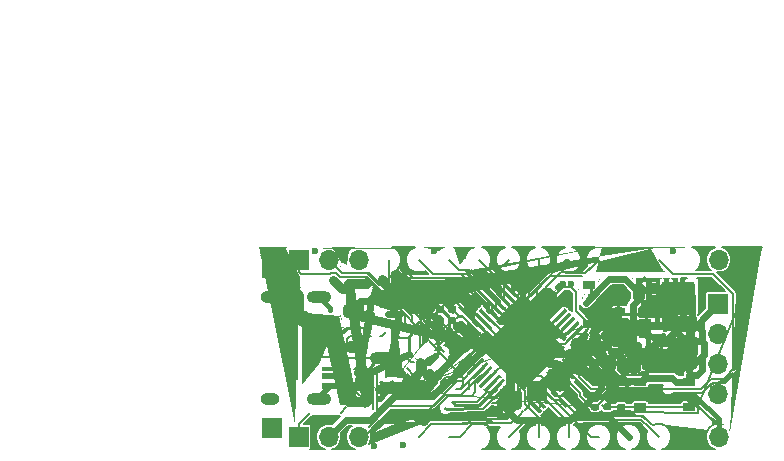
<source format=gtl>
From eaa4a30d32e724f8df426349fd12af535bfbca43 Mon Sep 17 00:00:00 2001
From: Jan--Henrik <janhenrik@janhenrik.org>
Date: Fri, 25 Oct 2019 00:35:35 +0200
Subject: updated V1.2

---
 HW v1.2/gerber/OtterPill-F.Cu.gtl | 22233 ++++++++++++++++++------------------
 1 file changed, 11370 insertions(+), 10863 deletions(-)

(limited to 'HW v1.2/gerber/OtterPill-F.Cu.gtl')

diff --git a/HW v1.2/gerber/OtterPill-F.Cu.gtl b/HW v1.2/gerber/OtterPill-F.Cu.gtl
index b180008..5f5983a 100644
--- a/HW v1.2/gerber/OtterPill-F.Cu.gtl	
+++ b/HW v1.2/gerber/OtterPill-F.Cu.gtl	
@@ -1,12 +1,12 @@
 G04 #@! TF.GenerationSoftware,KiCad,Pcbnew,5.0.1*
-G04 #@! TF.CreationDate,2019-10-18T03:38:24+02:00*
+G04 #@! TF.CreationDate,2019-10-25T00:23:11+02:00*
 G04 #@! TF.ProjectId,OtterPill,4F7474657250696C6C2E6B696361645F,rev?*
 G04 #@! TF.SameCoordinates,Original*
 G04 #@! TF.FileFunction,Copper,L1,Top,Signal*
 G04 #@! TF.FilePolarity,Positive*
 %FSLAX46Y46*%
 G04 Gerber Fmt 4.6, Leading zero omitted, Abs format (unit mm)*
-G04 Created by KiCad (PCBNEW 5.0.1) date Fri 18 Oct 2019 03:38:24 AM CEST*
+G04 Created by KiCad (PCBNEW 5.0.1) date Fri 25 Oct 2019 12:23:11 AM CEST*
 %MOMM*%
 %LPD*%
 G01*
@@ -18,79 +18,70 @@ G04 #@! TA.AperFunction,Conductor*
 %ADD11C,0.100000*%
 G04 #@! TD*
 G04 #@! TA.AperFunction,SMDPad,CuDef*
-%ADD12C,0.250000*%
+%ADD12C,0.875000*%
 G04 #@! TD*
-G04 #@! TA.AperFunction,SMDPad,CuDef*
-%ADD13C,5.000000*%
+G04 #@! TA.AperFunction,ComponentPad*
+%ADD13O,1.700000X1.700000*%
 G04 #@! TD*
-G04 #@! TA.AperFunction,SMDPad,CuDef*
-%ADD14R,0.900000X1.200000*%
+G04 #@! TA.AperFunction,ComponentPad*
+%ADD14R,1.700000X1.700000*%
 G04 #@! TD*
 G04 #@! TA.AperFunction,SMDPad,CuDef*
-%ADD15R,0.800000X2.700000*%
+%ADD15C,0.590000*%
 G04 #@! TD*
-G04 #@! TA.AperFunction,ComponentPad*
-%ADD16O,1.700000X1.700000*%
-G04 #@! TD*
-G04 #@! TA.AperFunction,ComponentPad*
-%ADD17R,1.700000X1.700000*%
+G04 #@! TA.AperFunction,SMDPad,CuDef*
+%ADD16C,1.250000*%
 G04 #@! TD*
 G04 #@! TA.AperFunction,SMDPad,CuDef*
-%ADD18R,1.050000X0.650000*%
+%ADD17C,0.975000*%
 G04 #@! TD*
 G04 #@! TA.AperFunction,SMDPad,CuDef*
-%ADD19R,1.200000X0.900000*%
+%ADD18C,0.300000*%
 G04 #@! TD*
 G04 #@! TA.AperFunction,SMDPad,CuDef*
-%ADD20C,0.590000*%
+%ADD19R,1.050000X0.650000*%
 G04 #@! TD*
 G04 #@! TA.AperFunction,SMDPad,CuDef*
-%ADD21C,1.450000*%
+%ADD20C,0.250000*%
 G04 #@! TD*
 G04 #@! TA.AperFunction,SMDPad,CuDef*
-%ADD22R,0.650000X1.060000*%
+%ADD21C,1.450000*%
 G04 #@! TD*
 G04 #@! TA.AperFunction,SMDPad,CuDef*
-%ADD23R,1.060000X0.650000*%
+%ADD22R,1.060000X0.650000*%
 G04 #@! TD*
 G04 #@! TA.AperFunction,ComponentPad*
-%ADD24O,2.100000X1.000000*%
+%ADD23O,2.100000X1.000000*%
 G04 #@! TD*
 G04 #@! TA.AperFunction,ComponentPad*
-%ADD25O,1.600000X1.000000*%
-G04 #@! TD*
-G04 #@! TA.AperFunction,SMDPad,CuDef*
-%ADD26R,1.450000X0.600000*%
+%ADD24O,1.600000X1.000000*%
 G04 #@! TD*
 G04 #@! TA.AperFunction,SMDPad,CuDef*
-%ADD27R,1.450000X0.300000*%
+%ADD25R,1.450000X0.600000*%
 G04 #@! TD*
 G04 #@! TA.AperFunction,SMDPad,CuDef*
-%ADD28C,0.875000*%
-G04 #@! TD*
-G04 #@! TA.AperFunction,SMDPad,CuDef*
-%ADD29C,0.975000*%
+%ADD26R,1.450000X0.300000*%
 G04 #@! TD*
 G04 #@! TA.AperFunction,ViaPad*
-%ADD30C,0.600000*%
+%ADD27C,0.600000*%
 G04 #@! TD*
-G04 #@! TA.AperFunction,ViaPad*
-%ADD31C,0.800000*%
+G04 #@! TA.AperFunction,Conductor*
+%ADD28C,0.200000*%
 G04 #@! TD*
 G04 #@! TA.AperFunction,Conductor*
-%ADD32C,0.200000*%
+%ADD29C,0.400000*%
 G04 #@! TD*
 G04 #@! TA.AperFunction,Conductor*
-%ADD33C,0.400000*%
+%ADD30C,0.157000*%
 G04 #@! TD*
 G04 #@! TA.AperFunction,Conductor*
-%ADD34C,0.157000*%
+%ADD31C,0.600000*%
 G04 #@! TD*
 G04 #@! TA.AperFunction,Conductor*
-%ADD35C,0.600000*%
+%ADD32C,0.800000*%
 G04 #@! TD*
 G04 #@! TA.AperFunction,Conductor*
-%ADD36C,0.254000*%
+%ADD33C,0.254000*%
 G04 #@! TD*
 G04 APERTURE END LIST*
 D10*
@@ -119,3942 +110,4670 @@ X63200000Y-37100000D01*
 X20300000Y-19800000D02*
 X62900000Y-19800000D01*
 D11*
-G04 #@! TO.N,+3V3*
-G04 #@! TO.C,U2*
+G04 #@! TO.N,VIN*
+G04 #@! TO.C,C2*
 G36*
-X46860378Y-28704527D02*
-X46866445Y-28705427D01*
-X46872395Y-28706917D01*
-X46878170Y-28708984D01*
-X46883714Y-28711606D01*
-X46888975Y-28714759D01*
-X46893902Y-28718413D01*
-X46898446Y-28722532D01*
-X47428776Y-29252862D01*
-X47432895Y-29257406D01*
-X47436549Y-29262333D01*
-X47439702Y-29267594D01*
-X47442324Y-29273138D01*
-X47444391Y-29278913D01*
-X47445881Y-29284863D01*
-X47446781Y-29290930D01*
-X47447082Y-29297056D01*
-X47446781Y-29303182D01*
-X47445881Y-29309249D01*
-X47444391Y-29315199D01*
-X47442324Y-29320974D01*
-X47439702Y-29326518D01*
-X47436549Y-29331779D01*
-X47432895Y-29336706D01*
-X47428776Y-29341250D01*
-X47340388Y-29429638D01*
-X47335844Y-29433757D01*
-X47330917Y-29437411D01*
-X47325656Y-29440564D01*
-X47320112Y-29443186D01*
-X47314337Y-29445253D01*
-X47308387Y-29446743D01*
-X47302320Y-29447643D01*
-X47296194Y-29447944D01*
-X47290068Y-29447643D01*
-X47284001Y-29446743D01*
-X47278051Y-29445253D01*
-X47272276Y-29443186D01*
-X47266732Y-29440564D01*
-X47261471Y-29437411D01*
-X47256544Y-29433757D01*
-X47252000Y-29429638D01*
-X46721670Y-28899308D01*
-X46717551Y-28894764D01*
-X46713897Y-28889837D01*
-X46710744Y-28884576D01*
-X46708122Y-28879032D01*
-X46706055Y-28873257D01*
-X46704565Y-28867307D01*
-X46703665Y-28861240D01*
-X46703364Y-28855114D01*
-X46703665Y-28848988D01*
-X46704565Y-28842921D01*
-X46706055Y-28836971D01*
-X46708122Y-28831196D01*
-X46710744Y-28825652D01*
-X46713897Y-28820391D01*
-X46717551Y-28815464D01*
-X46721670Y-28810920D01*
-X46810058Y-28722532D01*
-X46814602Y-28718413D01*
-X46819529Y-28714759D01*
-X46824790Y-28711606D01*
-X46830334Y-28708984D01*
-X46836109Y-28706917D01*
-X46842059Y-28705427D01*
-X46848126Y-28704527D01*
-X46854252Y-28704226D01*
-X46860378Y-28704527D01*
-X46860378Y-28704527D01*
+X51457691Y-28116053D02*
+X51478926Y-28119203D01*
+X51499750Y-28124419D01*
+X51519962Y-28131651D01*
+X51539368Y-28140830D01*
+X51557781Y-28151866D01*
+X51575024Y-28164654D01*
+X51590930Y-28179070D01*
+X51605346Y-28194976D01*
+X51618134Y-28212219D01*
+X51629170Y-28230632D01*
+X51638349Y-28250038D01*
+X51645581Y-28270250D01*
+X51650797Y-28291074D01*
+X51653947Y-28312309D01*
+X51655000Y-28333750D01*
+X51655000Y-28771250D01*
+X51653947Y-28792691D01*
+X51650797Y-28813926D01*
+X51645581Y-28834750D01*
+X51638349Y-28854962D01*
+X51629170Y-28874368D01*
+X51618134Y-28892781D01*
+X51605346Y-28910024D01*
+X51590930Y-28925930D01*
+X51575024Y-28940346D01*
+X51557781Y-28953134D01*
+X51539368Y-28964170D01*
+X51519962Y-28973349D01*
+X51499750Y-28980581D01*
+X51478926Y-28985797D01*
+X51457691Y-28988947D01*
+X51436250Y-28990000D01*
+X50923750Y-28990000D01*
+X50902309Y-28988947D01*
+X50881074Y-28985797D01*
+X50860250Y-28980581D01*
+X50840038Y-28973349D01*
+X50820632Y-28964170D01*
+X50802219Y-28953134D01*
+X50784976Y-28940346D01*
+X50769070Y-28925930D01*
+X50754654Y-28910024D01*
+X50741866Y-28892781D01*
+X50730830Y-28874368D01*
+X50721651Y-28854962D01*
+X50714419Y-28834750D01*
+X50709203Y-28813926D01*
+X50706053Y-28792691D01*
+X50705000Y-28771250D01*
+X50705000Y-28333750D01*
+X50706053Y-28312309D01*
+X50709203Y-28291074D01*
+X50714419Y-28270250D01*
+X50721651Y-28250038D01*
+X50730830Y-28230632D01*
+X50741866Y-28212219D01*
+X50754654Y-28194976D01*
+X50769070Y-28179070D01*
+X50784976Y-28164654D01*
+X50802219Y-28151866D01*
+X50820632Y-28140830D01*
+X50840038Y-28131651D01*
+X50860250Y-28124419D01*
+X50881074Y-28119203D01*
+X50902309Y-28116053D01*
+X50923750Y-28115000D01*
+X51436250Y-28115000D01*
+X51457691Y-28116053D01*
+X51457691Y-28116053D01*
 G37*
 D12*
 G04 #@! TD*
-G04 #@! TO.P,U2,48*
-G04 #@! TO.N,+3V3*
-X47075223Y-29076085D03*
+G04 #@! TO.P,C2,1*
+G04 #@! TO.N,VIN*
+X51180000Y-28552500D03*
 D11*
 G04 #@! TO.N,GND*
-G04 #@! TO.C,U2*
+G04 #@! TO.C,C2*
 G36*
-X46506825Y-29058080D02*
-X46512892Y-29058980D01*
-X46518842Y-29060470D01*
-X46524617Y-29062537D01*
-X46530161Y-29065159D01*
-X46535422Y-29068312D01*
-X46540349Y-29071966D01*
-X46544893Y-29076085D01*
-X47075223Y-29606415D01*
-X47079342Y-29610959D01*
-X47082996Y-29615886D01*
-X47086149Y-29621147D01*
-X47088771Y-29626691D01*
-X47090838Y-29632466D01*
-X47092328Y-29638416D01*
-X47093228Y-29644483D01*
-X47093529Y-29650609D01*
-X47093228Y-29656735D01*
-X47092328Y-29662802D01*
-X47090838Y-29668752D01*
-X47088771Y-29674527D01*
-X47086149Y-29680071D01*
-X47082996Y-29685332D01*
-X47079342Y-29690259D01*
-X47075223Y-29694803D01*
-X46986835Y-29783191D01*
-X46982291Y-29787310D01*
-X46977364Y-29790964D01*
-X46972103Y-29794117D01*
-X46966559Y-29796739D01*
-X46960784Y-29798806D01*
-X46954834Y-29800296D01*
-X46948767Y-29801196D01*
-X46942641Y-29801497D01*
-X46936515Y-29801196D01*
-X46930448Y-29800296D01*
-X46924498Y-29798806D01*
-X46918723Y-29796739D01*
-X46913179Y-29794117D01*
-X46907918Y-29790964D01*
-X46902991Y-29787310D01*
-X46898447Y-29783191D01*
-X46368117Y-29252861D01*
-X46363998Y-29248317D01*
-X46360344Y-29243390D01*
-X46357191Y-29238129D01*
-X46354569Y-29232585D01*
-X46352502Y-29226810D01*
-X46351012Y-29220860D01*
-X46350112Y-29214793D01*
-X46349811Y-29208667D01*
-X46350112Y-29202541D01*
-X46351012Y-29196474D01*
-X46352502Y-29190524D01*
-X46354569Y-29184749D01*
-X46357191Y-29179205D01*
-X46360344Y-29173944D01*
-X46363998Y-29169017D01*
-X46368117Y-29164473D01*
-X46456505Y-29076085D01*
-X46461049Y-29071966D01*
-X46465976Y-29068312D01*
-X46471237Y-29065159D01*
-X46476781Y-29062537D01*
-X46482556Y-29060470D01*
-X46488506Y-29058980D01*
-X46494573Y-29058080D01*
-X46500699Y-29057779D01*
-X46506825Y-29058080D01*
-X46506825Y-29058080D01*
+X51457691Y-29691053D02*
+X51478926Y-29694203D01*
+X51499750Y-29699419D01*
+X51519962Y-29706651D01*
+X51539368Y-29715830D01*
+X51557781Y-29726866D01*
+X51575024Y-29739654D01*
+X51590930Y-29754070D01*
+X51605346Y-29769976D01*
+X51618134Y-29787219D01*
+X51629170Y-29805632D01*
+X51638349Y-29825038D01*
+X51645581Y-29845250D01*
+X51650797Y-29866074D01*
+X51653947Y-29887309D01*
+X51655000Y-29908750D01*
+X51655000Y-30346250D01*
+X51653947Y-30367691D01*
+X51650797Y-30388926D01*
+X51645581Y-30409750D01*
+X51638349Y-30429962D01*
+X51629170Y-30449368D01*
+X51618134Y-30467781D01*
+X51605346Y-30485024D01*
+X51590930Y-30500930D01*
+X51575024Y-30515346D01*
+X51557781Y-30528134D01*
+X51539368Y-30539170D01*
+X51519962Y-30548349D01*
+X51499750Y-30555581D01*
+X51478926Y-30560797D01*
+X51457691Y-30563947D01*
+X51436250Y-30565000D01*
+X50923750Y-30565000D01*
+X50902309Y-30563947D01*
+X50881074Y-30560797D01*
+X50860250Y-30555581D01*
+X50840038Y-30548349D01*
+X50820632Y-30539170D01*
+X50802219Y-30528134D01*
+X50784976Y-30515346D01*
+X50769070Y-30500930D01*
+X50754654Y-30485024D01*
+X50741866Y-30467781D01*
+X50730830Y-30449368D01*
+X50721651Y-30429962D01*
+X50714419Y-30409750D01*
+X50709203Y-30388926D01*
+X50706053Y-30367691D01*
+X50705000Y-30346250D01*
+X50705000Y-29908750D01*
+X50706053Y-29887309D01*
+X50709203Y-29866074D01*
+X50714419Y-29845250D01*
+X50721651Y-29825038D01*
+X50730830Y-29805632D01*
+X50741866Y-29787219D01*
+X50754654Y-29769976D01*
+X50769070Y-29754070D01*
+X50784976Y-29739654D01*
+X50802219Y-29726866D01*
+X50820632Y-29715830D01*
+X50840038Y-29706651D01*
+X50860250Y-29699419D01*
+X50881074Y-29694203D01*
+X50902309Y-29691053D01*
+X50923750Y-29690000D01*
+X51436250Y-29690000D01*
+X51457691Y-29691053D01*
+X51457691Y-29691053D01*
 G37*
 D12*
 G04 #@! TD*
-G04 #@! TO.P,U2,47*
+G04 #@! TO.P,C2,2*
 G04 #@! TO.N,GND*
-X46721670Y-29429638D03*
+X51180000Y-30127500D03*
+D13*
+G04 #@! TO.P,J5,4*
+G04 #@! TO.N,GND*
+X59200000Y-32470000D03*
+G04 #@! TO.P,J5,3*
+G04 #@! TO.N,SWCLK*
+X59200000Y-29930000D03*
+G04 #@! TO.P,J5,2*
+G04 #@! TO.N,SWDIO*
+X59200000Y-27390000D03*
+D14*
+G04 #@! TO.P,J5,1*
+G04 #@! TO.N,+3V3*
+X59200000Y-24850000D03*
+G04 #@! TD*
 D11*
-G04 #@! TO.N,313*
-G04 #@! TO.C,U2*
+G04 #@! TO.N,Net-(R13-Pad1)*
+G04 #@! TO.C,R13*
 G36*
-X46153271Y-29411634D02*
-X46159338Y-29412534D01*
-X46165288Y-29414024D01*
-X46171063Y-29416091D01*
-X46176607Y-29418713D01*
-X46181868Y-29421866D01*
-X46186795Y-29425520D01*
-X46191339Y-29429639D01*
-X46721669Y-29959969D01*
-X46725788Y-29964513D01*
-X46729442Y-29969440D01*
-X46732595Y-29974701D01*
-X46735217Y-29980245D01*
-X46737284Y-29986020D01*
-X46738774Y-29991970D01*
-X46739674Y-29998037D01*
-X46739975Y-30004163D01*
-X46739674Y-30010289D01*
-X46738774Y-30016356D01*
-X46737284Y-30022306D01*
-X46735217Y-30028081D01*
-X46732595Y-30033625D01*
-X46729442Y-30038886D01*
-X46725788Y-30043813D01*
-X46721669Y-30048357D01*
-X46633281Y-30136745D01*
-X46628737Y-30140864D01*
-X46623810Y-30144518D01*
-X46618549Y-30147671D01*
-X46613005Y-30150293D01*
-X46607230Y-30152360D01*
-X46601280Y-30153850D01*
-X46595213Y-30154750D01*
-X46589087Y-30155051D01*
-X46582961Y-30154750D01*
-X46576894Y-30153850D01*
-X46570944Y-30152360D01*
-X46565169Y-30150293D01*
-X46559625Y-30147671D01*
-X46554364Y-30144518D01*
-X46549437Y-30140864D01*
-X46544893Y-30136745D01*
-X46014563Y-29606415D01*
-X46010444Y-29601871D01*
-X46006790Y-29596944D01*
-X46003637Y-29591683D01*
-X46001015Y-29586139D01*
-X45998948Y-29580364D01*
-X45997458Y-29574414D01*
-X45996558Y-29568347D01*
-X45996257Y-29562221D01*
-X45996558Y-29556095D01*
-X45997458Y-29550028D01*
-X45998948Y-29544078D01*
-X46001015Y-29538303D01*
-X46003637Y-29532759D01*
-X46006790Y-29527498D01*
-X46010444Y-29522571D01*
-X46014563Y-29518027D01*
-X46102951Y-29429639D01*
-X46107495Y-29425520D01*
-X46112422Y-29421866D01*
-X46117683Y-29418713D01*
-X46123227Y-29416091D01*
-X46129002Y-29414024D01*
-X46134952Y-29412534D01*
-X46141019Y-29411634D01*
-X46147145Y-29411333D01*
-X46153271Y-29411634D01*
-X46153271Y-29411634D01*
+X50016958Y-33280710D02*
+X50031276Y-33282834D01*
+X50045317Y-33286351D01*
+X50058946Y-33291228D01*
+X50072031Y-33297417D01*
+X50084447Y-33304858D01*
+X50096073Y-33313481D01*
+X50106798Y-33323202D01*
+X50116519Y-33333927D01*
+X50125142Y-33345553D01*
+X50132583Y-33357969D01*
+X50138772Y-33371054D01*
+X50143649Y-33384683D01*
+X50147166Y-33398724D01*
+X50149290Y-33413042D01*
+X50150000Y-33427500D01*
+X50150000Y-33722500D01*
+X50149290Y-33736958D01*
+X50147166Y-33751276D01*
+X50143649Y-33765317D01*
+X50138772Y-33778946D01*
+X50132583Y-33792031D01*
+X50125142Y-33804447D01*
+X50116519Y-33816073D01*
+X50106798Y-33826798D01*
+X50096073Y-33836519D01*
+X50084447Y-33845142D01*
+X50072031Y-33852583D01*
+X50058946Y-33858772D01*
+X50045317Y-33863649D01*
+X50031276Y-33867166D01*
+X50016958Y-33869290D01*
+X50002500Y-33870000D01*
+X49657500Y-33870000D01*
+X49643042Y-33869290D01*
+X49628724Y-33867166D01*
+X49614683Y-33863649D01*
+X49601054Y-33858772D01*
+X49587969Y-33852583D01*
+X49575553Y-33845142D01*
+X49563927Y-33836519D01*
+X49553202Y-33826798D01*
+X49543481Y-33816073D01*
+X49534858Y-33804447D01*
+X49527417Y-33792031D01*
+X49521228Y-33778946D01*
+X49516351Y-33765317D01*
+X49512834Y-33751276D01*
+X49510710Y-33736958D01*
+X49510000Y-33722500D01*
+X49510000Y-33427500D01*
+X49510710Y-33413042D01*
+X49512834Y-33398724D01*
+X49516351Y-33384683D01*
+X49521228Y-33371054D01*
+X49527417Y-33357969D01*
+X49534858Y-33345553D01*
+X49543481Y-33333927D01*
+X49553202Y-33323202D01*
+X49563927Y-33313481D01*
+X49575553Y-33304858D01*
+X49587969Y-33297417D01*
+X49601054Y-33291228D01*
+X49614683Y-33286351D01*
+X49628724Y-33282834D01*
+X49643042Y-33280710D01*
+X49657500Y-33280000D01*
+X50002500Y-33280000D01*
+X50016958Y-33280710D01*
+X50016958Y-33280710D01*
 G37*
-D12*
+D15*
 G04 #@! TD*
-G04 #@! TO.P,U2,46*
-G04 #@! TO.N,313*
-X46368116Y-29783192D03*
+G04 #@! TO.P,R13,1*
+G04 #@! TO.N,Net-(R13-Pad1)*
+X49830000Y-33575000D03*
 D11*
-G04 #@! TO.N,45*
-G04 #@! TO.C,U2*
+G04 #@! TO.N,Net-(J7-Pad1)*
+G04 #@! TO.C,R13*
 G36*
-X45799718Y-29765187D02*
-X45805785Y-29766087D01*
-X45811735Y-29767577D01*
-X45817510Y-29769644D01*
-X45823054Y-29772266D01*
-X45828315Y-29775419D01*
-X45833242Y-29779073D01*
-X45837786Y-29783192D01*
-X46368116Y-30313522D01*
-X46372235Y-30318066D01*
-X46375889Y-30322993D01*
-X46379042Y-30328254D01*
-X46381664Y-30333798D01*
-X46383731Y-30339573D01*
-X46385221Y-30345523D01*
-X46386121Y-30351590D01*
-X46386422Y-30357716D01*
-X46386121Y-30363842D01*
-X46385221Y-30369909D01*
-X46383731Y-30375859D01*
-X46381664Y-30381634D01*
-X46379042Y-30387178D01*
-X46375889Y-30392439D01*
-X46372235Y-30397366D01*
-X46368116Y-30401910D01*
-X46279728Y-30490298D01*
-X46275184Y-30494417D01*
-X46270257Y-30498071D01*
-X46264996Y-30501224D01*
-X46259452Y-30503846D01*
-X46253677Y-30505913D01*
-X46247727Y-30507403D01*
-X46241660Y-30508303D01*
-X46235534Y-30508604D01*
-X46229408Y-30508303D01*
-X46223341Y-30507403D01*
-X46217391Y-30505913D01*
-X46211616Y-30503846D01*
-X46206072Y-30501224D01*
-X46200811Y-30498071D01*
-X46195884Y-30494417D01*
-X46191340Y-30490298D01*
-X45661010Y-29959968D01*
-X45656891Y-29955424D01*
-X45653237Y-29950497D01*
-X45650084Y-29945236D01*
-X45647462Y-29939692D01*
-X45645395Y-29933917D01*
-X45643905Y-29927967D01*
-X45643005Y-29921900D01*
-X45642704Y-29915774D01*
-X45643005Y-29909648D01*
-X45643905Y-29903581D01*
-X45645395Y-29897631D01*
-X45647462Y-29891856D01*
-X45650084Y-29886312D01*
-X45653237Y-29881051D01*
-X45656891Y-29876124D01*
-X45661010Y-29871580D01*
-X45749398Y-29783192D01*
-X45753942Y-29779073D01*
-X45758869Y-29775419D01*
-X45764130Y-29772266D01*
-X45769674Y-29769644D01*
-X45775449Y-29767577D01*
-X45781399Y-29766087D01*
-X45787466Y-29765187D01*
-X45793592Y-29764886D01*
-X45799718Y-29765187D01*
-X45799718Y-29765187D01*
+X50016958Y-32310710D02*
+X50031276Y-32312834D01*
+X50045317Y-32316351D01*
+X50058946Y-32321228D01*
+X50072031Y-32327417D01*
+X50084447Y-32334858D01*
+X50096073Y-32343481D01*
+X50106798Y-32353202D01*
+X50116519Y-32363927D01*
+X50125142Y-32375553D01*
+X50132583Y-32387969D01*
+X50138772Y-32401054D01*
+X50143649Y-32414683D01*
+X50147166Y-32428724D01*
+X50149290Y-32443042D01*
+X50150000Y-32457500D01*
+X50150000Y-32752500D01*
+X50149290Y-32766958D01*
+X50147166Y-32781276D01*
+X50143649Y-32795317D01*
+X50138772Y-32808946D01*
+X50132583Y-32822031D01*
+X50125142Y-32834447D01*
+X50116519Y-32846073D01*
+X50106798Y-32856798D01*
+X50096073Y-32866519D01*
+X50084447Y-32875142D01*
+X50072031Y-32882583D01*
+X50058946Y-32888772D01*
+X50045317Y-32893649D01*
+X50031276Y-32897166D01*
+X50016958Y-32899290D01*
+X50002500Y-32900000D01*
+X49657500Y-32900000D01*
+X49643042Y-32899290D01*
+X49628724Y-32897166D01*
+X49614683Y-32893649D01*
+X49601054Y-32888772D01*
+X49587969Y-32882583D01*
+X49575553Y-32875142D01*
+X49563927Y-32866519D01*
+X49553202Y-32856798D01*
+X49543481Y-32846073D01*
+X49534858Y-32834447D01*
+X49527417Y-32822031D01*
+X49521228Y-32808946D01*
+X49516351Y-32795317D01*
+X49512834Y-32781276D01*
+X49510710Y-32766958D01*
+X49510000Y-32752500D01*
+X49510000Y-32457500D01*
+X49510710Y-32443042D01*
+X49512834Y-32428724D01*
+X49516351Y-32414683D01*
+X49521228Y-32401054D01*
+X49527417Y-32387969D01*
+X49534858Y-32375553D01*
+X49543481Y-32363927D01*
+X49553202Y-32353202D01*
+X49563927Y-32343481D01*
+X49575553Y-32334858D01*
+X49587969Y-32327417D01*
+X49601054Y-32321228D01*
+X49614683Y-32316351D01*
+X49628724Y-32312834D01*
+X49643042Y-32310710D01*
+X49657500Y-32310000D01*
+X50002500Y-32310000D01*
+X50016958Y-32310710D01*
+X50016958Y-32310710D01*
 G37*
-D12*
+D15*
 G04 #@! TD*
-G04 #@! TO.P,U2,45*
-G04 #@! TO.N,45*
-X46014563Y-30136745D03*
+G04 #@! TO.P,R13,2*
+G04 #@! TO.N,Net-(J7-Pad1)*
+X49830000Y-32605000D03*
 D11*
-G04 #@! TO.N,Net-(R5-Pad1)*
-G04 #@! TO.C,U2*
+G04 #@! TO.N,Net-(C3-Pad2)*
+G04 #@! TO.C,L1*
 G36*
-X45446165Y-30118740D02*
-X45452232Y-30119640D01*
-X45458182Y-30121130D01*
-X45463957Y-30123197D01*
-X45469501Y-30125819D01*
-X45474762Y-30128972D01*
-X45479689Y-30132626D01*
-X45484233Y-30136745D01*
-X46014563Y-30667075D01*
-X46018682Y-30671619D01*
-X46022336Y-30676546D01*
-X46025489Y-30681807D01*
-X46028111Y-30687351D01*
-X46030178Y-30693126D01*
-X46031668Y-30699076D01*
-X46032568Y-30705143D01*
-X46032869Y-30711269D01*
-X46032568Y-30717395D01*
-X46031668Y-30723462D01*
-X46030178Y-30729412D01*
-X46028111Y-30735187D01*
-X46025489Y-30740731D01*
-X46022336Y-30745992D01*
-X46018682Y-30750919D01*
-X46014563Y-30755463D01*
-X45926175Y-30843851D01*
-X45921631Y-30847970D01*
-X45916704Y-30851624D01*
-X45911443Y-30854777D01*
-X45905899Y-30857399D01*
-X45900124Y-30859466D01*
-X45894174Y-30860956D01*
-X45888107Y-30861856D01*
-X45881981Y-30862157D01*
-X45875855Y-30861856D01*
-X45869788Y-30860956D01*
-X45863838Y-30859466D01*
-X45858063Y-30857399D01*
-X45852519Y-30854777D01*
-X45847258Y-30851624D01*
-X45842331Y-30847970D01*
-X45837787Y-30843851D01*
-X45307457Y-30313521D01*
-X45303338Y-30308977D01*
-X45299684Y-30304050D01*
-X45296531Y-30298789D01*
-X45293909Y-30293245D01*
-X45291842Y-30287470D01*
-X45290352Y-30281520D01*
-X45289452Y-30275453D01*
-X45289151Y-30269327D01*
-X45289452Y-30263201D01*
-X45290352Y-30257134D01*
-X45291842Y-30251184D01*
-X45293909Y-30245409D01*
-X45296531Y-30239865D01*
-X45299684Y-30234604D01*
-X45303338Y-30229677D01*
-X45307457Y-30225133D01*
-X45395845Y-30136745D01*
-X45400389Y-30132626D01*
-X45405316Y-30128972D01*
-X45410577Y-30125819D01*
-X45416121Y-30123197D01*
-X45421896Y-30121130D01*
-X45427846Y-30119640D01*
-X45433913Y-30118740D01*
-X45440039Y-30118439D01*
-X45446165Y-30118740D01*
-X45446165Y-30118740D01*
+X56919504Y-23076204D02*
+X56943773Y-23079804D01*
+X56967571Y-23085765D01*
+X56990671Y-23094030D01*
+X57012849Y-23104520D01*
+X57033893Y-23117133D01*
+X57053598Y-23131747D01*
+X57071777Y-23148223D01*
+X57088253Y-23166402D01*
+X57102867Y-23186107D01*
+X57115480Y-23207151D01*
+X57125970Y-23229329D01*
+X57134235Y-23252429D01*
+X57140196Y-23276227D01*
+X57143796Y-23300496D01*
+X57145000Y-23325000D01*
+X57145000Y-24075000D01*
+X57143796Y-24099504D01*
+X57140196Y-24123773D01*
+X57134235Y-24147571D01*
+X57125970Y-24170671D01*
+X57115480Y-24192849D01*
+X57102867Y-24213893D01*
+X57088253Y-24233598D01*
+X57071777Y-24251777D01*
+X57053598Y-24268253D01*
+X57033893Y-24282867D01*
+X57012849Y-24295480D01*
+X56990671Y-24305970D01*
+X56967571Y-24314235D01*
+X56943773Y-24320196D01*
+X56919504Y-24323796D01*
+X56895000Y-24325000D01*
+X54745000Y-24325000D01*
+X54720496Y-24323796D01*
+X54696227Y-24320196D01*
+X54672429Y-24314235D01*
+X54649329Y-24305970D01*
+X54627151Y-24295480D01*
+X54606107Y-24282867D01*
+X54586402Y-24268253D01*
+X54568223Y-24251777D01*
+X54551747Y-24233598D01*
+X54537133Y-24213893D01*
+X54524520Y-24192849D01*
+X54514030Y-24170671D01*
+X54505765Y-24147571D01*
+X54499804Y-24123773D01*
+X54496204Y-24099504D01*
+X54495000Y-24075000D01*
+X54495000Y-23325000D01*
+X54496204Y-23300496D01*
+X54499804Y-23276227D01*
+X54505765Y-23252429D01*
+X54514030Y-23229329D01*
+X54524520Y-23207151D01*
+X54537133Y-23186107D01*
+X54551747Y-23166402D01*
+X54568223Y-23148223D01*
+X54586402Y-23131747D01*
+X54606107Y-23117133D01*
+X54627151Y-23104520D01*
+X54649329Y-23094030D01*
+X54672429Y-23085765D01*
+X54696227Y-23079804D01*
+X54720496Y-23076204D01*
+X54745000Y-23075000D01*
+X56895000Y-23075000D01*
+X56919504Y-23076204D01*
+X56919504Y-23076204D01*
 G37*
-D12*
+D16*
 G04 #@! TD*
-G04 #@! TO.P,U2,44*
-G04 #@! TO.N,Net-(R5-Pad1)*
-X45661010Y-30490298D03*
+G04 #@! TO.P,L1,1*
+G04 #@! TO.N,Net-(C3-Pad2)*
+X55820000Y-23700000D03*
 D11*
-G04 #@! TO.N,48*
-G04 #@! TO.C,U2*
+G04 #@! TO.N,+3V3*
+G04 #@! TO.C,L1*
 G36*
-X45092611Y-30472294D02*
-X45098678Y-30473194D01*
-X45104628Y-30474684D01*
-X45110403Y-30476751D01*
-X45115947Y-30479373D01*
-X45121208Y-30482526D01*
-X45126135Y-30486180D01*
-X45130679Y-30490299D01*
-X45661009Y-31020629D01*
-X45665128Y-31025173D01*
-X45668782Y-31030100D01*
-X45671935Y-31035361D01*
-X45674557Y-31040905D01*
-X45676624Y-31046680D01*
-X45678114Y-31052630D01*
-X45679014Y-31058697D01*
-X45679315Y-31064823D01*
-X45679014Y-31070949D01*
-X45678114Y-31077016D01*
-X45676624Y-31082966D01*
-X45674557Y-31088741D01*
-X45671935Y-31094285D01*
-X45668782Y-31099546D01*
-X45665128Y-31104473D01*
-X45661009Y-31109017D01*
-X45572621Y-31197405D01*
-X45568077Y-31201524D01*
-X45563150Y-31205178D01*
-X45557889Y-31208331D01*
-X45552345Y-31210953D01*
-X45546570Y-31213020D01*
-X45540620Y-31214510D01*
-X45534553Y-31215410D01*
-X45528427Y-31215711D01*
-X45522301Y-31215410D01*
-X45516234Y-31214510D01*
-X45510284Y-31213020D01*
-X45504509Y-31210953D01*
-X45498965Y-31208331D01*
-X45493704Y-31205178D01*
-X45488777Y-31201524D01*
-X45484233Y-31197405D01*
-X44953903Y-30667075D01*
-X44949784Y-30662531D01*
-X44946130Y-30657604D01*
-X44942977Y-30652343D01*
-X44940355Y-30646799D01*
-X44938288Y-30641024D01*
-X44936798Y-30635074D01*
-X44935898Y-30629007D01*
-X44935597Y-30622881D01*
-X44935898Y-30616755D01*
-X44936798Y-30610688D01*
-X44938288Y-30604738D01*
-X44940355Y-30598963D01*
-X44942977Y-30593419D01*
-X44946130Y-30588158D01*
-X44949784Y-30583231D01*
-X44953903Y-30578687D01*
-X45042291Y-30490299D01*
-X45046835Y-30486180D01*
-X45051762Y-30482526D01*
-X45057023Y-30479373D01*
-X45062567Y-30476751D01*
-X45068342Y-30474684D01*
-X45074292Y-30473194D01*
-X45080359Y-30472294D01*
-X45086485Y-30471993D01*
-X45092611Y-30472294D01*
-X45092611Y-30472294D01*
+X56919504Y-25876204D02*
+X56943773Y-25879804D01*
+X56967571Y-25885765D01*
+X56990671Y-25894030D01*
+X57012849Y-25904520D01*
+X57033893Y-25917133D01*
+X57053598Y-25931747D01*
+X57071777Y-25948223D01*
+X57088253Y-25966402D01*
+X57102867Y-25986107D01*
+X57115480Y-26007151D01*
+X57125970Y-26029329D01*
+X57134235Y-26052429D01*
+X57140196Y-26076227D01*
+X57143796Y-26100496D01*
+X57145000Y-26125000D01*
+X57145000Y-26875000D01*
+X57143796Y-26899504D01*
+X57140196Y-26923773D01*
+X57134235Y-26947571D01*
+X57125970Y-26970671D01*
+X57115480Y-26992849D01*
+X57102867Y-27013893D01*
+X57088253Y-27033598D01*
+X57071777Y-27051777D01*
+X57053598Y-27068253D01*
+X57033893Y-27082867D01*
+X57012849Y-27095480D01*
+X56990671Y-27105970D01*
+X56967571Y-27114235D01*
+X56943773Y-27120196D01*
+X56919504Y-27123796D01*
+X56895000Y-27125000D01*
+X54745000Y-27125000D01*
+X54720496Y-27123796D01*
+X54696227Y-27120196D01*
+X54672429Y-27114235D01*
+X54649329Y-27105970D01*
+X54627151Y-27095480D01*
+X54606107Y-27082867D01*
+X54586402Y-27068253D01*
+X54568223Y-27051777D01*
+X54551747Y-27033598D01*
+X54537133Y-27013893D01*
+X54524520Y-26992849D01*
+X54514030Y-26970671D01*
+X54505765Y-26947571D01*
+X54499804Y-26923773D01*
+X54496204Y-26899504D01*
+X54495000Y-26875000D01*
+X54495000Y-26125000D01*
+X54496204Y-26100496D01*
+X54499804Y-26076227D01*
+X54505765Y-26052429D01*
+X54514030Y-26029329D01*
+X54524520Y-26007151D01*
+X54537133Y-25986107D01*
+X54551747Y-25966402D01*
+X54568223Y-25948223D01*
+X54586402Y-25931747D01*
+X54606107Y-25917133D01*
+X54627151Y-25904520D01*
+X54649329Y-25894030D01*
+X54672429Y-25885765D01*
+X54696227Y-25879804D01*
+X54720496Y-25876204D01*
+X54745000Y-25875000D01*
+X56895000Y-25875000D01*
+X56919504Y-25876204D01*
+X56919504Y-25876204D01*
 G37*
-D12*
+D16*
 G04 #@! TD*
-G04 #@! TO.P,U2,43*
-G04 #@! TO.N,48*
-X45307456Y-30843852D03*
+G04 #@! TO.P,L1,2*
+G04 #@! TO.N,+3V3*
+X55820000Y-26500000D03*
 D11*
-G04 #@! TO.N,49*
-G04 #@! TO.C,U2*
+G04 #@! TO.N,+3V3*
+G04 #@! TO.C,C11*
 G36*
-X44739058Y-30825847D02*
-X44745125Y-30826747D01*
-X44751075Y-30828237D01*
-X44756850Y-30830304D01*
-X44762394Y-30832926D01*
-X44767655Y-30836079D01*
-X44772582Y-30839733D01*
-X44777126Y-30843852D01*
-X45307456Y-31374182D01*
-X45311575Y-31378726D01*
-X45315229Y-31383653D01*
-X45318382Y-31388914D01*
-X45321004Y-31394458D01*
-X45323071Y-31400233D01*
-X45324561Y-31406183D01*
-X45325461Y-31412250D01*
-X45325762Y-31418376D01*
-X45325461Y-31424502D01*
-X45324561Y-31430569D01*
-X45323071Y-31436519D01*
-X45321004Y-31442294D01*
-X45318382Y-31447838D01*
-X45315229Y-31453099D01*
-X45311575Y-31458026D01*
-X45307456Y-31462570D01*
-X45219068Y-31550958D01*
-X45214524Y-31555077D01*
-X45209597Y-31558731D01*
-X45204336Y-31561884D01*
-X45198792Y-31564506D01*
-X45193017Y-31566573D01*
-X45187067Y-31568063D01*
-X45181000Y-31568963D01*
-X45174874Y-31569264D01*
-X45168748Y-31568963D01*
-X45162681Y-31568063D01*
-X45156731Y-31566573D01*
-X45150956Y-31564506D01*
-X45145412Y-31561884D01*
-X45140151Y-31558731D01*
-X45135224Y-31555077D01*
-X45130680Y-31550958D01*
-X44600350Y-31020628D01*
-X44596231Y-31016084D01*
-X44592577Y-31011157D01*
-X44589424Y-31005896D01*
-X44586802Y-31000352D01*
-X44584735Y-30994577D01*
-X44583245Y-30988627D01*
-X44582345Y-30982560D01*
-X44582044Y-30976434D01*
-X44582345Y-30970308D01*
-X44583245Y-30964241D01*
-X44584735Y-30958291D01*
-X44586802Y-30952516D01*
-X44589424Y-30946972D01*
-X44592577Y-30941711D01*
-X44596231Y-30936784D01*
-X44600350Y-30932240D01*
-X44688738Y-30843852D01*
-X44693282Y-30839733D01*
-X44698209Y-30836079D01*
-X44703470Y-30832926D01*
-X44709014Y-30830304D01*
-X44714789Y-30828237D01*
-X44720739Y-30826747D01*
-X44726806Y-30825847D01*
-X44732932Y-30825546D01*
-X44739058Y-30825847D01*
-X44739058Y-30825847D01*
+X55170142Y-27526174D02*
+X55193803Y-27529684D01*
+X55217007Y-27535496D01*
+X55239529Y-27543554D01*
+X55261153Y-27553782D01*
+X55281670Y-27566079D01*
+X55300883Y-27580329D01*
+X55318607Y-27596393D01*
+X55334671Y-27614117D01*
+X55348921Y-27633330D01*
+X55361218Y-27653847D01*
+X55371446Y-27675471D01*
+X55379504Y-27697993D01*
+X55385316Y-27721197D01*
+X55388826Y-27744858D01*
+X55390000Y-27768750D01*
+X55390000Y-28256250D01*
+X55388826Y-28280142D01*
+X55385316Y-28303803D01*
+X55379504Y-28327007D01*
+X55371446Y-28349529D01*
+X55361218Y-28371153D01*
+X55348921Y-28391670D01*
+X55334671Y-28410883D01*
+X55318607Y-28428607D01*
+X55300883Y-28444671D01*
+X55281670Y-28458921D01*
+X55261153Y-28471218D01*
+X55239529Y-28481446D01*
+X55217007Y-28489504D01*
+X55193803Y-28495316D01*
+X55170142Y-28498826D01*
+X55146250Y-28500000D01*
+X54233750Y-28500000D01*
+X54209858Y-28498826D01*
+X54186197Y-28495316D01*
+X54162993Y-28489504D01*
+X54140471Y-28481446D01*
+X54118847Y-28471218D01*
+X54098330Y-28458921D01*
+X54079117Y-28444671D01*
+X54061393Y-28428607D01*
+X54045329Y-28410883D01*
+X54031079Y-28391670D01*
+X54018782Y-28371153D01*
+X54008554Y-28349529D01*
+X54000496Y-28327007D01*
+X53994684Y-28303803D01*
+X53991174Y-28280142D01*
+X53990000Y-28256250D01*
+X53990000Y-27768750D01*
+X53991174Y-27744858D01*
+X53994684Y-27721197D01*
+X54000496Y-27697993D01*
+X54008554Y-27675471D01*
+X54018782Y-27653847D01*
+X54031079Y-27633330D01*
+X54045329Y-27614117D01*
+X54061393Y-27596393D01*
+X54079117Y-27580329D01*
+X54098330Y-27566079D01*
+X54118847Y-27553782D01*
+X54140471Y-27543554D01*
+X54162993Y-27535496D01*
+X54186197Y-27529684D01*
+X54209858Y-27526174D01*
+X54233750Y-27525000D01*
+X55146250Y-27525000D01*
+X55170142Y-27526174D01*
+X55170142Y-27526174D01*
 G37*
-D12*
+D17*
 G04 #@! TD*
-G04 #@! TO.P,U2,42*
-G04 #@! TO.N,49*
-X44953903Y-31197405D03*
+G04 #@! TO.P,C11,1*
+G04 #@! TO.N,+3V3*
+X54690000Y-28012500D03*
 D11*
-G04 #@! TO.N,413*
-G04 #@! TO.C,U2*
+G04 #@! TO.N,GND*
+G04 #@! TO.C,C11*
 G36*
-X44385504Y-31179401D02*
-X44391571Y-31180301D01*
-X44397521Y-31181791D01*
-X44403296Y-31183858D01*
-X44408840Y-31186480D01*
-X44414101Y-31189633D01*
-X44419028Y-31193287D01*
-X44423572Y-31197406D01*
-X44953902Y-31727736D01*
-X44958021Y-31732280D01*
-X44961675Y-31737207D01*
-X44964828Y-31742468D01*
-X44967450Y-31748012D01*
-X44969517Y-31753787D01*
-X44971007Y-31759737D01*
-X44971907Y-31765804D01*
-X44972208Y-31771930D01*
-X44971907Y-31778056D01*
-X44971007Y-31784123D01*
-X44969517Y-31790073D01*
-X44967450Y-31795848D01*
-X44964828Y-31801392D01*
-X44961675Y-31806653D01*
-X44958021Y-31811580D01*
-X44953902Y-31816124D01*
-X44865514Y-31904512D01*
-X44860970Y-31908631D01*
-X44856043Y-31912285D01*
-X44850782Y-31915438D01*
-X44845238Y-31918060D01*
-X44839463Y-31920127D01*
-X44833513Y-31921617D01*
-X44827446Y-31922517D01*
-X44821320Y-31922818D01*
-X44815194Y-31922517D01*
-X44809127Y-31921617D01*
-X44803177Y-31920127D01*
-X44797402Y-31918060D01*
-X44791858Y-31915438D01*
-X44786597Y-31912285D01*
-X44781670Y-31908631D01*
-X44777126Y-31904512D01*
-X44246796Y-31374182D01*
-X44242677Y-31369638D01*
-X44239023Y-31364711D01*
-X44235870Y-31359450D01*
-X44233248Y-31353906D01*
-X44231181Y-31348131D01*
-X44229691Y-31342181D01*
-X44228791Y-31336114D01*
-X44228490Y-31329988D01*
-X44228791Y-31323862D01*
-X44229691Y-31317795D01*
-X44231181Y-31311845D01*
-X44233248Y-31306070D01*
-X44235870Y-31300526D01*
-X44239023Y-31295265D01*
-X44242677Y-31290338D01*
-X44246796Y-31285794D01*
-X44335184Y-31197406D01*
-X44339728Y-31193287D01*
-X44344655Y-31189633D01*
-X44349916Y-31186480D01*
-X44355460Y-31183858D01*
-X44361235Y-31181791D01*
-X44367185Y-31180301D01*
-X44373252Y-31179401D01*
-X44379378Y-31179100D01*
-X44385504Y-31179401D01*
-X44385504Y-31179401D01*
+X55170142Y-29401174D02*
+X55193803Y-29404684D01*
+X55217007Y-29410496D01*
+X55239529Y-29418554D01*
+X55261153Y-29428782D01*
+X55281670Y-29441079D01*
+X55300883Y-29455329D01*
+X55318607Y-29471393D01*
+X55334671Y-29489117D01*
+X55348921Y-29508330D01*
+X55361218Y-29528847D01*
+X55371446Y-29550471D01*
+X55379504Y-29572993D01*
+X55385316Y-29596197D01*
+X55388826Y-29619858D01*
+X55390000Y-29643750D01*
+X55390000Y-30131250D01*
+X55388826Y-30155142D01*
+X55385316Y-30178803D01*
+X55379504Y-30202007D01*
+X55371446Y-30224529D01*
+X55361218Y-30246153D01*
+X55348921Y-30266670D01*
+X55334671Y-30285883D01*
+X55318607Y-30303607D01*
+X55300883Y-30319671D01*
+X55281670Y-30333921D01*
+X55261153Y-30346218D01*
+X55239529Y-30356446D01*
+X55217007Y-30364504D01*
+X55193803Y-30370316D01*
+X55170142Y-30373826D01*
+X55146250Y-30375000D01*
+X54233750Y-30375000D01*
+X54209858Y-30373826D01*
+X54186197Y-30370316D01*
+X54162993Y-30364504D01*
+X54140471Y-30356446D01*
+X54118847Y-30346218D01*
+X54098330Y-30333921D01*
+X54079117Y-30319671D01*
+X54061393Y-30303607D01*
+X54045329Y-30285883D01*
+X54031079Y-30266670D01*
+X54018782Y-30246153D01*
+X54008554Y-30224529D01*
+X54000496Y-30202007D01*
+X53994684Y-30178803D01*
+X53991174Y-30155142D01*
+X53990000Y-30131250D01*
+X53990000Y-29643750D01*
+X53991174Y-29619858D01*
+X53994684Y-29596197D01*
+X54000496Y-29572993D01*
+X54008554Y-29550471D01*
+X54018782Y-29528847D01*
+X54031079Y-29508330D01*
+X54045329Y-29489117D01*
+X54061393Y-29471393D01*
+X54079117Y-29455329D01*
+X54098330Y-29441079D01*
+X54118847Y-29428782D01*
+X54140471Y-29418554D01*
+X54162993Y-29410496D01*
+X54186197Y-29404684D01*
+X54209858Y-29401174D01*
+X54233750Y-29400000D01*
+X55146250Y-29400000D01*
+X55170142Y-29401174D01*
+X55170142Y-29401174D01*
 G37*
-D12*
+D17*
 G04 #@! TD*
-G04 #@! TO.P,U2,41*
-G04 #@! TO.N,413*
-X44600349Y-31550959D03*
+G04 #@! TO.P,C11,2*
+G04 #@! TO.N,GND*
+X54690000Y-29887500D03*
 D11*
-G04 #@! TO.N,411*
-G04 #@! TO.C,U2*
+G04 #@! TO.N,VIN*
+G04 #@! TO.C,R12*
 G36*
-X44031951Y-31532954D02*
-X44038018Y-31533854D01*
-X44043968Y-31535344D01*
-X44049743Y-31537411D01*
-X44055287Y-31540033D01*
-X44060548Y-31543186D01*
-X44065475Y-31546840D01*
-X44070019Y-31550959D01*
-X44600349Y-32081289D01*
-X44604468Y-32085833D01*
-X44608122Y-32090760D01*
-X44611275Y-32096021D01*
-X44613897Y-32101565D01*
-X44615964Y-32107340D01*
-X44617454Y-32113290D01*
-X44618354Y-32119357D01*
-X44618655Y-32125483D01*
-X44618354Y-32131609D01*
-X44617454Y-32137676D01*
-X44615964Y-32143626D01*
-X44613897Y-32149401D01*
-X44611275Y-32154945D01*
-X44608122Y-32160206D01*
-X44604468Y-32165133D01*
-X44600349Y-32169677D01*
-X44511961Y-32258065D01*
-X44507417Y-32262184D01*
-X44502490Y-32265838D01*
-X44497229Y-32268991D01*
-X44491685Y-32271613D01*
-X44485910Y-32273680D01*
-X44479960Y-32275170D01*
-X44473893Y-32276070D01*
-X44467767Y-32276371D01*
-X44461641Y-32276070D01*
-X44455574Y-32275170D01*
-X44449624Y-32273680D01*
-X44443849Y-32271613D01*
-X44438305Y-32268991D01*
-X44433044Y-32265838D01*
-X44428117Y-32262184D01*
-X44423573Y-32258065D01*
-X43893243Y-31727735D01*
-X43889124Y-31723191D01*
-X43885470Y-31718264D01*
-X43882317Y-31713003D01*
-X43879695Y-31707459D01*
-X43877628Y-31701684D01*
-X43876138Y-31695734D01*
-X43875238Y-31689667D01*
-X43874937Y-31683541D01*
-X43875238Y-31677415D01*
-X43876138Y-31671348D01*
-X43877628Y-31665398D01*
-X43879695Y-31659623D01*
-X43882317Y-31654079D01*
-X43885470Y-31648818D01*
-X43889124Y-31643891D01*
-X43893243Y-31639347D01*
-X43981631Y-31550959D01*
-X43986175Y-31546840D01*
-X43991102Y-31543186D01*
-X43996363Y-31540033D01*
-X44001907Y-31537411D01*
-X44007682Y-31535344D01*
-X44013632Y-31533854D01*
-X44019699Y-31532954D01*
-X44025825Y-31532653D01*
-X44031951Y-31532954D01*
-X44031951Y-31532954D01*
+X52476958Y-28430710D02*
+X52491276Y-28432834D01*
+X52505317Y-28436351D01*
+X52518946Y-28441228D01*
+X52532031Y-28447417D01*
+X52544447Y-28454858D01*
+X52556073Y-28463481D01*
+X52566798Y-28473202D01*
+X52576519Y-28483927D01*
+X52585142Y-28495553D01*
+X52592583Y-28507969D01*
+X52598772Y-28521054D01*
+X52603649Y-28534683D01*
+X52607166Y-28548724D01*
+X52609290Y-28563042D01*
+X52610000Y-28577500D01*
+X52610000Y-28922500D01*
+X52609290Y-28936958D01*
+X52607166Y-28951276D01*
+X52603649Y-28965317D01*
+X52598772Y-28978946D01*
+X52592583Y-28992031D01*
+X52585142Y-29004447D01*
+X52576519Y-29016073D01*
+X52566798Y-29026798D01*
+X52556073Y-29036519D01*
+X52544447Y-29045142D01*
+X52532031Y-29052583D01*
+X52518946Y-29058772D01*
+X52505317Y-29063649D01*
+X52491276Y-29067166D01*
+X52476958Y-29069290D01*
+X52462500Y-29070000D01*
+X52167500Y-29070000D01*
+X52153042Y-29069290D01*
+X52138724Y-29067166D01*
+X52124683Y-29063649D01*
+X52111054Y-29058772D01*
+X52097969Y-29052583D01*
+X52085553Y-29045142D01*
+X52073927Y-29036519D01*
+X52063202Y-29026798D01*
+X52053481Y-29016073D01*
+X52044858Y-29004447D01*
+X52037417Y-28992031D01*
+X52031228Y-28978946D01*
+X52026351Y-28965317D01*
+X52022834Y-28951276D01*
+X52020710Y-28936958D01*
+X52020000Y-28922500D01*
+X52020000Y-28577500D01*
+X52020710Y-28563042D01*
+X52022834Y-28548724D01*
+X52026351Y-28534683D01*
+X52031228Y-28521054D01*
+X52037417Y-28507969D01*
+X52044858Y-28495553D01*
+X52053481Y-28483927D01*
+X52063202Y-28473202D01*
+X52073927Y-28463481D01*
+X52085553Y-28454858D01*
+X52097969Y-28447417D01*
+X52111054Y-28441228D01*
+X52124683Y-28436351D01*
+X52138724Y-28432834D01*
+X52153042Y-28430710D01*
+X52167500Y-28430000D01*
+X52462500Y-28430000D01*
+X52476958Y-28430710D01*
+X52476958Y-28430710D01*
 G37*
-D12*
+D15*
 G04 #@! TD*
-G04 #@! TO.P,U2,40*
-G04 #@! TO.N,411*
-X44246796Y-31904512D03*
+G04 #@! TO.P,R12,1*
+G04 #@! TO.N,VIN*
+X52315000Y-28750000D03*
 D11*
-G04 #@! TO.N,410*
-G04 #@! TO.C,U2*
+G04 #@! TO.N,Net-(R12-Pad2)*
+G04 #@! TO.C,R12*
 G36*
-X43678398Y-31886507D02*
-X43684465Y-31887407D01*
-X43690415Y-31888897D01*
-X43696190Y-31890964D01*
-X43701734Y-31893586D01*
-X43706995Y-31896739D01*
-X43711922Y-31900393D01*
-X43716466Y-31904512D01*
-X44246796Y-32434842D01*
-X44250915Y-32439386D01*
-X44254569Y-32444313D01*
-X44257722Y-32449574D01*
-X44260344Y-32455118D01*
-X44262411Y-32460893D01*
-X44263901Y-32466843D01*
-X44264801Y-32472910D01*
-X44265102Y-32479036D01*
-X44264801Y-32485162D01*
-X44263901Y-32491229D01*
-X44262411Y-32497179D01*
-X44260344Y-32502954D01*
-X44257722Y-32508498D01*
-X44254569Y-32513759D01*
-X44250915Y-32518686D01*
-X44246796Y-32523230D01*
-X44158408Y-32611618D01*
-X44153864Y-32615737D01*
-X44148937Y-32619391D01*
-X44143676Y-32622544D01*
-X44138132Y-32625166D01*
-X44132357Y-32627233D01*
-X44126407Y-32628723D01*
-X44120340Y-32629623D01*
-X44114214Y-32629924D01*
-X44108088Y-32629623D01*
-X44102021Y-32628723D01*
-X44096071Y-32627233D01*
-X44090296Y-32625166D01*
-X44084752Y-32622544D01*
-X44079491Y-32619391D01*
-X44074564Y-32615737D01*
-X44070020Y-32611618D01*
-X43539690Y-32081288D01*
-X43535571Y-32076744D01*
-X43531917Y-32071817D01*
-X43528764Y-32066556D01*
-X43526142Y-32061012D01*
-X43524075Y-32055237D01*
-X43522585Y-32049287D01*
-X43521685Y-32043220D01*
-X43521384Y-32037094D01*
-X43521685Y-32030968D01*
-X43522585Y-32024901D01*
-X43524075Y-32018951D01*
-X43526142Y-32013176D01*
-X43528764Y-32007632D01*
-X43531917Y-32002371D01*
-X43535571Y-31997444D01*
-X43539690Y-31992900D01*
-X43628078Y-31904512D01*
-X43632622Y-31900393D01*
-X43637549Y-31896739D01*
-X43642810Y-31893586D01*
-X43648354Y-31890964D01*
-X43654129Y-31888897D01*
-X43660079Y-31887407D01*
-X43666146Y-31886507D01*
-X43672272Y-31886206D01*
-X43678398Y-31886507D01*
-X43678398Y-31886507D01*
+X53446958Y-28430710D02*
+X53461276Y-28432834D01*
+X53475317Y-28436351D01*
+X53488946Y-28441228D01*
+X53502031Y-28447417D01*
+X53514447Y-28454858D01*
+X53526073Y-28463481D01*
+X53536798Y-28473202D01*
+X53546519Y-28483927D01*
+X53555142Y-28495553D01*
+X53562583Y-28507969D01*
+X53568772Y-28521054D01*
+X53573649Y-28534683D01*
+X53577166Y-28548724D01*
+X53579290Y-28563042D01*
+X53580000Y-28577500D01*
+X53580000Y-28922500D01*
+X53579290Y-28936958D01*
+X53577166Y-28951276D01*
+X53573649Y-28965317D01*
+X53568772Y-28978946D01*
+X53562583Y-28992031D01*
+X53555142Y-29004447D01*
+X53546519Y-29016073D01*
+X53536798Y-29026798D01*
+X53526073Y-29036519D01*
+X53514447Y-29045142D01*
+X53502031Y-29052583D01*
+X53488946Y-29058772D01*
+X53475317Y-29063649D01*
+X53461276Y-29067166D01*
+X53446958Y-29069290D01*
+X53432500Y-29070000D01*
+X53137500Y-29070000D01*
+X53123042Y-29069290D01*
+X53108724Y-29067166D01*
+X53094683Y-29063649D01*
+X53081054Y-29058772D01*
+X53067969Y-29052583D01*
+X53055553Y-29045142D01*
+X53043927Y-29036519D01*
+X53033202Y-29026798D01*
+X53023481Y-29016073D01*
+X53014858Y-29004447D01*
+X53007417Y-28992031D01*
+X53001228Y-28978946D01*
+X52996351Y-28965317D01*
+X52992834Y-28951276D01*
+X52990710Y-28936958D01*
+X52990000Y-28922500D01*
+X52990000Y-28577500D01*
+X52990710Y-28563042D01*
+X52992834Y-28548724D01*
+X52996351Y-28534683D01*
+X53001228Y-28521054D01*
+X53007417Y-28507969D01*
+X53014858Y-28495553D01*
+X53023481Y-28483927D01*
+X53033202Y-28473202D01*
+X53043927Y-28463481D01*
+X53055553Y-28454858D01*
+X53067969Y-28447417D01*
+X53081054Y-28441228D01*
+X53094683Y-28436351D01*
+X53108724Y-28432834D01*
+X53123042Y-28430710D01*
+X53137500Y-28430000D01*
+X53432500Y-28430000D01*
+X53446958Y-28430710D01*
+X53446958Y-28430710D01*
 G37*
-D12*
+D15*
+G04 #@! TD*
+G04 #@! TO.P,R12,2*
+G04 #@! TO.N,Net-(R12-Pad2)*
+X53285000Y-28750000D03*
+D14*
+G04 #@! TO.P,J2,1*
+G04 #@! TO.N,VIN*
+X21420000Y-21780000D03*
+G04 #@! TD*
+G04 #@! TO.P,J6,1*
+G04 #@! TO.N,GND*
+X21420000Y-35340000D03*
 G04 #@! TD*
-G04 #@! TO.P,U2,39*
-G04 #@! TO.N,410*
-X43893243Y-32258065D03*
 D11*
-G04 #@! TO.N,46*
+G04 #@! TO.N,+3V3*
 G04 #@! TO.C,U2*
 G36*
-X43324844Y-32240061D02*
-X43330911Y-32240961D01*
-X43336861Y-32242451D01*
-X43342636Y-32244518D01*
-X43348180Y-32247140D01*
-X43353441Y-32250293D01*
-X43358368Y-32253947D01*
-X43362912Y-32258066D01*
-X43893242Y-32788396D01*
-X43897361Y-32792940D01*
-X43901015Y-32797867D01*
-X43904168Y-32803128D01*
-X43906790Y-32808672D01*
-X43908857Y-32814447D01*
-X43910347Y-32820397D01*
-X43911247Y-32826464D01*
-X43911548Y-32832590D01*
-X43911247Y-32838716D01*
-X43910347Y-32844783D01*
-X43908857Y-32850733D01*
-X43906790Y-32856508D01*
-X43904168Y-32862052D01*
-X43901015Y-32867313D01*
-X43897361Y-32872240D01*
-X43893242Y-32876784D01*
-X43804854Y-32965172D01*
-X43800310Y-32969291D01*
-X43795383Y-32972945D01*
-X43790122Y-32976098D01*
-X43784578Y-32978720D01*
-X43778803Y-32980787D01*
-X43772853Y-32982277D01*
-X43766786Y-32983177D01*
-X43760660Y-32983478D01*
-X43754534Y-32983177D01*
-X43748467Y-32982277D01*
-X43742517Y-32980787D01*
-X43736742Y-32978720D01*
-X43731198Y-32976098D01*
-X43725937Y-32972945D01*
-X43721010Y-32969291D01*
-X43716466Y-32965172D01*
-X43186136Y-32434842D01*
-X43182017Y-32430298D01*
-X43178363Y-32425371D01*
-X43175210Y-32420110D01*
-X43172588Y-32414566D01*
-X43170521Y-32408791D01*
-X43169031Y-32402841D01*
-X43168131Y-32396774D01*
-X43167830Y-32390648D01*
-X43168131Y-32384522D01*
-X43169031Y-32378455D01*
-X43170521Y-32372505D01*
-X43172588Y-32366730D01*
-X43175210Y-32361186D01*
-X43178363Y-32355925D01*
-X43182017Y-32350998D01*
-X43186136Y-32346454D01*
-X43274524Y-32258066D01*
-X43279068Y-32253947D01*
-X43283995Y-32250293D01*
-X43289256Y-32247140D01*
-X43294800Y-32244518D01*
-X43300575Y-32242451D01*
-X43306525Y-32240961D01*
-X43312592Y-32240061D01*
-X43318718Y-32239760D01*
-X43324844Y-32240061D01*
-X43324844Y-32240061D01*
+X48010652Y-26995031D02*
+X48017933Y-26996111D01*
+X48025072Y-26997899D01*
+X48032002Y-27000379D01*
+X48038656Y-27003526D01*
+X48044969Y-27007310D01*
+X48050880Y-27011694D01*
+X48056334Y-27016637D01*
+X48162400Y-27122703D01*
+X48167343Y-27128157D01*
+X48171727Y-27134068D01*
+X48175511Y-27140381D01*
+X48178658Y-27147035D01*
+X48181138Y-27153965D01*
+X48182926Y-27161104D01*
+X48184006Y-27168385D01*
+X48184367Y-27175736D01*
+X48184006Y-27183087D01*
+X48182926Y-27190368D01*
+X48181138Y-27197507D01*
+X48178658Y-27204437D01*
+X48175511Y-27211091D01*
+X48171727Y-27217404D01*
+X48167343Y-27223315D01*
+X48162400Y-27228769D01*
+X47225484Y-28165685D01*
+X47220030Y-28170628D01*
+X47214119Y-28175012D01*
+X47207806Y-28178796D01*
+X47201152Y-28181943D01*
+X47194222Y-28184423D01*
+X47187083Y-28186211D01*
+X47179802Y-28187291D01*
+X47172451Y-28187652D01*
+X47165100Y-28187291D01*
+X47157819Y-28186211D01*
+X47150680Y-28184423D01*
+X47143750Y-28181943D01*
+X47137096Y-28178796D01*
+X47130783Y-28175012D01*
+X47124872Y-28170628D01*
+X47119418Y-28165685D01*
+X47013352Y-28059619D01*
+X47008409Y-28054165D01*
+X47004025Y-28048254D01*
+X47000241Y-28041941D01*
+X46997094Y-28035287D01*
+X46994614Y-28028357D01*
+X46992826Y-28021218D01*
+X46991746Y-28013937D01*
+X46991385Y-28006586D01*
+X46991746Y-27999235D01*
+X46992826Y-27991954D01*
+X46994614Y-27984815D01*
+X46997094Y-27977885D01*
+X47000241Y-27971231D01*
+X47004025Y-27964918D01*
+X47008409Y-27959007D01*
+X47013352Y-27953553D01*
+X47950268Y-27016637D01*
+X47955722Y-27011694D01*
+X47961633Y-27007310D01*
+X47967946Y-27003526D01*
+X47974600Y-27000379D01*
+X47981530Y-26997899D01*
+X47988669Y-26996111D01*
+X47995950Y-26995031D01*
+X48003301Y-26994670D01*
+X48010652Y-26995031D01*
+X48010652Y-26995031D01*
 G37*
-D12*
+D18*
 G04 #@! TD*
-G04 #@! TO.P,U2,38*
-G04 #@! TO.N,46*
-X43539689Y-32611619D03*
+G04 #@! TO.P,U2,1*
+G04 #@! TO.N,+3V3*
+X47587876Y-27591161D03*
 D11*
-G04 #@! TO.N,SWCLK*
+G04 #@! TO.N,Net-(J7-Pad1)*
 G04 #@! TO.C,U2*
 G36*
-X42971291Y-32593614D02*
-X42977358Y-32594514D01*
-X42983308Y-32596004D01*
-X42989083Y-32598071D01*
-X42994627Y-32600693D01*
-X42999888Y-32603846D01*
-X43004815Y-32607500D01*
-X43009359Y-32611619D01*
-X43539689Y-33141949D01*
-X43543808Y-33146493D01*
-X43547462Y-33151420D01*
-X43550615Y-33156681D01*
-X43553237Y-33162225D01*
-X43555304Y-33168000D01*
-X43556794Y-33173950D01*
-X43557694Y-33180017D01*
-X43557995Y-33186143D01*
-X43557694Y-33192269D01*
-X43556794Y-33198336D01*
-X43555304Y-33204286D01*
-X43553237Y-33210061D01*
-X43550615Y-33215605D01*
-X43547462Y-33220866D01*
-X43543808Y-33225793D01*
-X43539689Y-33230337D01*
-X43451301Y-33318725D01*
-X43446757Y-33322844D01*
-X43441830Y-33326498D01*
-X43436569Y-33329651D01*
-X43431025Y-33332273D01*
-X43425250Y-33334340D01*
-X43419300Y-33335830D01*
-X43413233Y-33336730D01*
-X43407107Y-33337031D01*
-X43400981Y-33336730D01*
-X43394914Y-33335830D01*
-X43388964Y-33334340D01*
-X43383189Y-33332273D01*
-X43377645Y-33329651D01*
-X43372384Y-33326498D01*
-X43367457Y-33322844D01*
-X43362913Y-33318725D01*
-X42832583Y-32788395D01*
-X42828464Y-32783851D01*
-X42824810Y-32778924D01*
-X42821657Y-32773663D01*
-X42819035Y-32768119D01*
-X42816968Y-32762344D01*
-X42815478Y-32756394D01*
-X42814578Y-32750327D01*
-X42814277Y-32744201D01*
-X42814578Y-32738075D01*
-X42815478Y-32732008D01*
-X42816968Y-32726058D01*
-X42819035Y-32720283D01*
-X42821657Y-32714739D01*
-X42824810Y-32709478D01*
-X42828464Y-32704551D01*
-X42832583Y-32700007D01*
-X42920971Y-32611619D01*
-X42925515Y-32607500D01*
-X42930442Y-32603846D01*
-X42935703Y-32600693D01*
-X42941247Y-32598071D01*
-X42947022Y-32596004D01*
-X42952972Y-32594514D01*
-X42959039Y-32593614D01*
-X42965165Y-32593313D01*
-X42971291Y-32593614D01*
-X42971291Y-32593614D01*
+X47657098Y-26641477D02*
+X47664379Y-26642557D01*
+X47671518Y-26644345D01*
+X47678448Y-26646825D01*
+X47685102Y-26649972D01*
+X47691415Y-26653756D01*
+X47697326Y-26658140D01*
+X47702780Y-26663083D01*
+X47808846Y-26769149D01*
+X47813789Y-26774603D01*
+X47818173Y-26780514D01*
+X47821957Y-26786827D01*
+X47825104Y-26793481D01*
+X47827584Y-26800411D01*
+X47829372Y-26807550D01*
+X47830452Y-26814831D01*
+X47830813Y-26822182D01*
+X47830452Y-26829533D01*
+X47829372Y-26836814D01*
+X47827584Y-26843953D01*
+X47825104Y-26850883D01*
+X47821957Y-26857537D01*
+X47818173Y-26863850D01*
+X47813789Y-26869761D01*
+X47808846Y-26875215D01*
+X46871930Y-27812131D01*
+X46866476Y-27817074D01*
+X46860565Y-27821458D01*
+X46854252Y-27825242D01*
+X46847598Y-27828389D01*
+X46840668Y-27830869D01*
+X46833529Y-27832657D01*
+X46826248Y-27833737D01*
+X46818897Y-27834098D01*
+X46811546Y-27833737D01*
+X46804265Y-27832657D01*
+X46797126Y-27830869D01*
+X46790196Y-27828389D01*
+X46783542Y-27825242D01*
+X46777229Y-27821458D01*
+X46771318Y-27817074D01*
+X46765864Y-27812131D01*
+X46659798Y-27706065D01*
+X46654855Y-27700611D01*
+X46650471Y-27694700D01*
+X46646687Y-27688387D01*
+X46643540Y-27681733D01*
+X46641060Y-27674803D01*
+X46639272Y-27667664D01*
+X46638192Y-27660383D01*
+X46637831Y-27653032D01*
+X46638192Y-27645681D01*
+X46639272Y-27638400D01*
+X46641060Y-27631261D01*
+X46643540Y-27624331D01*
+X46646687Y-27617677D01*
+X46650471Y-27611364D01*
+X46654855Y-27605453D01*
+X46659798Y-27599999D01*
+X47596714Y-26663083D01*
+X47602168Y-26658140D01*
+X47608079Y-26653756D01*
+X47614392Y-26649972D01*
+X47621046Y-26646825D01*
+X47627976Y-26644345D01*
+X47635115Y-26642557D01*
+X47642396Y-26641477D01*
+X47649747Y-26641116D01*
+X47657098Y-26641477D01*
+X47657098Y-26641477D01*
 G37*
-D12*
+D18*
 G04 #@! TD*
-G04 #@! TO.P,U2,37*
-G04 #@! TO.N,SWCLK*
-X43186136Y-32965172D03*
+G04 #@! TO.P,U2,2*
+G04 #@! TO.N,Net-(J7-Pad1)*
+X47234322Y-27237607D03*
 D11*
-G04 #@! TO.N,+3V3*
+G04 #@! TO.N,Net-(U2-Pad3)*
 G04 #@! TO.C,U2*
 G36*
-X42440961Y-32593614D02*
-X42447028Y-32594514D01*
-X42452978Y-32596004D01*
-X42458753Y-32598071D01*
-X42464297Y-32600693D01*
-X42469558Y-32603846D01*
-X42474485Y-32607500D01*
-X42479029Y-32611619D01*
-X42567417Y-32700007D01*
-X42571536Y-32704551D01*
-X42575190Y-32709478D01*
-X42578343Y-32714739D01*
-X42580965Y-32720283D01*
-X42583032Y-32726058D01*
-X42584522Y-32732008D01*
-X42585422Y-32738075D01*
-X42585723Y-32744201D01*
-X42585422Y-32750327D01*
-X42584522Y-32756394D01*
-X42583032Y-32762344D01*
-X42580965Y-32768119D01*
-X42578343Y-32773663D01*
-X42575190Y-32778924D01*
-X42571536Y-32783851D01*
-X42567417Y-32788395D01*
-X42037087Y-33318725D01*
-X42032543Y-33322844D01*
-X42027616Y-33326498D01*
-X42022355Y-33329651D01*
-X42016811Y-33332273D01*
-X42011036Y-33334340D01*
-X42005086Y-33335830D01*
-X41999019Y-33336730D01*
-X41992893Y-33337031D01*
-X41986767Y-33336730D01*
-X41980700Y-33335830D01*
-X41974750Y-33334340D01*
-X41968975Y-33332273D01*
-X41963431Y-33329651D01*
-X41958170Y-33326498D01*
-X41953243Y-33322844D01*
-X41948699Y-33318725D01*
-X41860311Y-33230337D01*
-X41856192Y-33225793D01*
-X41852538Y-33220866D01*
-X41849385Y-33215605D01*
-X41846763Y-33210061D01*
-X41844696Y-33204286D01*
-X41843206Y-33198336D01*
-X41842306Y-33192269D01*
-X41842005Y-33186143D01*
-X41842306Y-33180017D01*
-X41843206Y-33173950D01*
-X41844696Y-33168000D01*
-X41846763Y-33162225D01*
-X41849385Y-33156681D01*
-X41852538Y-33151420D01*
-X41856192Y-33146493D01*
-X41860311Y-33141949D01*
-X42390641Y-32611619D01*
-X42395185Y-32607500D01*
-X42400112Y-32603846D01*
-X42405373Y-32600693D01*
-X42410917Y-32598071D01*
-X42416692Y-32596004D01*
-X42422642Y-32594514D01*
-X42428709Y-32593614D01*
-X42434835Y-32593313D01*
-X42440961Y-32593614D01*
-X42440961Y-32593614D01*
+X47303545Y-26287924D02*
+X47310826Y-26289004D01*
+X47317965Y-26290792D01*
+X47324895Y-26293272D01*
+X47331549Y-26296419D01*
+X47337862Y-26300203D01*
+X47343773Y-26304587D01*
+X47349227Y-26309530D01*
+X47455293Y-26415596D01*
+X47460236Y-26421050D01*
+X47464620Y-26426961D01*
+X47468404Y-26433274D01*
+X47471551Y-26439928D01*
+X47474031Y-26446858D01*
+X47475819Y-26453997D01*
+X47476899Y-26461278D01*
+X47477260Y-26468629D01*
+X47476899Y-26475980D01*
+X47475819Y-26483261D01*
+X47474031Y-26490400D01*
+X47471551Y-26497330D01*
+X47468404Y-26503984D01*
+X47464620Y-26510297D01*
+X47460236Y-26516208D01*
+X47455293Y-26521662D01*
+X46518377Y-27458578D01*
+X46512923Y-27463521D01*
+X46507012Y-27467905D01*
+X46500699Y-27471689D01*
+X46494045Y-27474836D01*
+X46487115Y-27477316D01*
+X46479976Y-27479104D01*
+X46472695Y-27480184D01*
+X46465344Y-27480545D01*
+X46457993Y-27480184D01*
+X46450712Y-27479104D01*
+X46443573Y-27477316D01*
+X46436643Y-27474836D01*
+X46429989Y-27471689D01*
+X46423676Y-27467905D01*
+X46417765Y-27463521D01*
+X46412311Y-27458578D01*
+X46306245Y-27352512D01*
+X46301302Y-27347058D01*
+X46296918Y-27341147D01*
+X46293134Y-27334834D01*
+X46289987Y-27328180D01*
+X46287507Y-27321250D01*
+X46285719Y-27314111D01*
+X46284639Y-27306830D01*
+X46284278Y-27299479D01*
+X46284639Y-27292128D01*
+X46285719Y-27284847D01*
+X46287507Y-27277708D01*
+X46289987Y-27270778D01*
+X46293134Y-27264124D01*
+X46296918Y-27257811D01*
+X46301302Y-27251900D01*
+X46306245Y-27246446D01*
+X47243161Y-26309530D01*
+X47248615Y-26304587D01*
+X47254526Y-26300203D01*
+X47260839Y-26296419D01*
+X47267493Y-26293272D01*
+X47274423Y-26290792D01*
+X47281562Y-26289004D01*
+X47288843Y-26287924D01*
+X47296194Y-26287563D01*
+X47303545Y-26287924D01*
+X47303545Y-26287924D01*
 G37*
-D12*
+D18*
 G04 #@! TD*
-G04 #@! TO.P,U2,36*
-G04 #@! TO.N,+3V3*
-X42213864Y-32965172D03*
+G04 #@! TO.P,U2,3*
+G04 #@! TO.N,Net-(U2-Pad3)*
+X46880769Y-26884054D03*
 D11*
-G04 #@! TO.N,GND*
+G04 #@! TO.N,Net-(U2-Pad4)*
 G04 #@! TO.C,U2*
 G36*
-X42087408Y-32240061D02*
-X42093475Y-32240961D01*
-X42099425Y-32242451D01*
-X42105200Y-32244518D01*
-X42110744Y-32247140D01*
-X42116005Y-32250293D01*
-X42120932Y-32253947D01*
-X42125476Y-32258066D01*
-X42213864Y-32346454D01*
-X42217983Y-32350998D01*
-X42221637Y-32355925D01*
-X42224790Y-32361186D01*
-X42227412Y-32366730D01*
-X42229479Y-32372505D01*
-X42230969Y-32378455D01*
-X42231869Y-32384522D01*
-X42232170Y-32390648D01*
-X42231869Y-32396774D01*
-X42230969Y-32402841D01*
-X42229479Y-32408791D01*
-X42227412Y-32414566D01*
-X42224790Y-32420110D01*
-X42221637Y-32425371D01*
-X42217983Y-32430298D01*
-X42213864Y-32434842D01*
-X41683534Y-32965172D01*
-X41678990Y-32969291D01*
-X41674063Y-32972945D01*
-X41668802Y-32976098D01*
-X41663258Y-32978720D01*
-X41657483Y-32980787D01*
-X41651533Y-32982277D01*
-X41645466Y-32983177D01*
-X41639340Y-32983478D01*
-X41633214Y-32983177D01*
-X41627147Y-32982277D01*
-X41621197Y-32980787D01*
-X41615422Y-32978720D01*
-X41609878Y-32976098D01*
-X41604617Y-32972945D01*
-X41599690Y-32969291D01*
-X41595146Y-32965172D01*
-X41506758Y-32876784D01*
-X41502639Y-32872240D01*
-X41498985Y-32867313D01*
-X41495832Y-32862052D01*
-X41493210Y-32856508D01*
-X41491143Y-32850733D01*
-X41489653Y-32844783D01*
-X41488753Y-32838716D01*
-X41488452Y-32832590D01*
-X41488753Y-32826464D01*
-X41489653Y-32820397D01*
-X41491143Y-32814447D01*
-X41493210Y-32808672D01*
-X41495832Y-32803128D01*
-X41498985Y-32797867D01*
-X41502639Y-32792940D01*
-X41506758Y-32788396D01*
-X42037088Y-32258066D01*
-X42041632Y-32253947D01*
-X42046559Y-32250293D01*
-X42051820Y-32247140D01*
-X42057364Y-32244518D01*
-X42063139Y-32242451D01*
-X42069089Y-32240961D01*
-X42075156Y-32240061D01*
-X42081282Y-32239760D01*
-X42087408Y-32240061D01*
-X42087408Y-32240061D01*
+X46949991Y-25934370D02*
+X46957272Y-25935450D01*
+X46964411Y-25937238D01*
+X46971341Y-25939718D01*
+X46977995Y-25942865D01*
+X46984308Y-25946649D01*
+X46990219Y-25951033D01*
+X46995673Y-25955976D01*
+X47101739Y-26062042D01*
+X47106682Y-26067496D01*
+X47111066Y-26073407D01*
+X47114850Y-26079720D01*
+X47117997Y-26086374D01*
+X47120477Y-26093304D01*
+X47122265Y-26100443D01*
+X47123345Y-26107724D01*
+X47123706Y-26115075D01*
+X47123345Y-26122426D01*
+X47122265Y-26129707D01*
+X47120477Y-26136846D01*
+X47117997Y-26143776D01*
+X47114850Y-26150430D01*
+X47111066Y-26156743D01*
+X47106682Y-26162654D01*
+X47101739Y-26168108D01*
+X46164823Y-27105024D01*
+X46159369Y-27109967D01*
+X46153458Y-27114351D01*
+X46147145Y-27118135D01*
+X46140491Y-27121282D01*
+X46133561Y-27123762D01*
+X46126422Y-27125550D01*
+X46119141Y-27126630D01*
+X46111790Y-27126991D01*
+X46104439Y-27126630D01*
+X46097158Y-27125550D01*
+X46090019Y-27123762D01*
+X46083089Y-27121282D01*
+X46076435Y-27118135D01*
+X46070122Y-27114351D01*
+X46064211Y-27109967D01*
+X46058757Y-27105024D01*
+X45952691Y-26998958D01*
+X45947748Y-26993504D01*
+X45943364Y-26987593D01*
+X45939580Y-26981280D01*
+X45936433Y-26974626D01*
+X45933953Y-26967696D01*
+X45932165Y-26960557D01*
+X45931085Y-26953276D01*
+X45930724Y-26945925D01*
+X45931085Y-26938574D01*
+X45932165Y-26931293D01*
+X45933953Y-26924154D01*
+X45936433Y-26917224D01*
+X45939580Y-26910570D01*
+X45943364Y-26904257D01*
+X45947748Y-26898346D01*
+X45952691Y-26892892D01*
+X46889607Y-25955976D01*
+X46895061Y-25951033D01*
+X46900972Y-25946649D01*
+X46907285Y-25942865D01*
+X46913939Y-25939718D01*
+X46920869Y-25937238D01*
+X46928008Y-25935450D01*
+X46935289Y-25934370D01*
+X46942640Y-25934009D01*
+X46949991Y-25934370D01*
+X46949991Y-25934370D01*
 G37*
-D12*
+D18*
 G04 #@! TD*
-G04 #@! TO.P,U2,35*
-G04 #@! TO.N,GND*
-X41860311Y-32611619D03*
+G04 #@! TO.P,U2,4*
+G04 #@! TO.N,Net-(U2-Pad4)*
+X46527215Y-26530500D03*
 D11*
-G04 #@! TO.N,SWDIO*
+G04 #@! TO.N,Net-(U2-Pad5)*
 G04 #@! TO.C,U2*
 G36*
-X41733854Y-31886507D02*
-X41739921Y-31887407D01*
-X41745871Y-31888897D01*
-X41751646Y-31890964D01*
-X41757190Y-31893586D01*
-X41762451Y-31896739D01*
-X41767378Y-31900393D01*
-X41771922Y-31904512D01*
-X41860310Y-31992900D01*
-X41864429Y-31997444D01*
-X41868083Y-32002371D01*
-X41871236Y-32007632D01*
-X41873858Y-32013176D01*
-X41875925Y-32018951D01*
-X41877415Y-32024901D01*
-X41878315Y-32030968D01*
-X41878616Y-32037094D01*
-X41878315Y-32043220D01*
-X41877415Y-32049287D01*
-X41875925Y-32055237D01*
-X41873858Y-32061012D01*
-X41871236Y-32066556D01*
-X41868083Y-32071817D01*
-X41864429Y-32076744D01*
-X41860310Y-32081288D01*
-X41329980Y-32611618D01*
-X41325436Y-32615737D01*
-X41320509Y-32619391D01*
-X41315248Y-32622544D01*
-X41309704Y-32625166D01*
-X41303929Y-32627233D01*
-X41297979Y-32628723D01*
-X41291912Y-32629623D01*
-X41285786Y-32629924D01*
-X41279660Y-32629623D01*
-X41273593Y-32628723D01*
-X41267643Y-32627233D01*
-X41261868Y-32625166D01*
-X41256324Y-32622544D01*
-X41251063Y-32619391D01*
-X41246136Y-32615737D01*
-X41241592Y-32611618D01*
-X41153204Y-32523230D01*
-X41149085Y-32518686D01*
-X41145431Y-32513759D01*
-X41142278Y-32508498D01*
-X41139656Y-32502954D01*
-X41137589Y-32497179D01*
-X41136099Y-32491229D01*
-X41135199Y-32485162D01*
-X41134898Y-32479036D01*
-X41135199Y-32472910D01*
-X41136099Y-32466843D01*
-X41137589Y-32460893D01*
-X41139656Y-32455118D01*
-X41142278Y-32449574D01*
-X41145431Y-32444313D01*
-X41149085Y-32439386D01*
-X41153204Y-32434842D01*
-X41683534Y-31904512D01*
-X41688078Y-31900393D01*
-X41693005Y-31896739D01*
-X41698266Y-31893586D01*
-X41703810Y-31890964D01*
-X41709585Y-31888897D01*
-X41715535Y-31887407D01*
-X41721602Y-31886507D01*
-X41727728Y-31886206D01*
-X41733854Y-31886507D01*
-X41733854Y-31886507D01*
+X46596438Y-25580817D02*
+X46603719Y-25581897D01*
+X46610858Y-25583685D01*
+X46617788Y-25586165D01*
+X46624442Y-25589312D01*
+X46630755Y-25593096D01*
+X46636666Y-25597480D01*
+X46642120Y-25602423D01*
+X46748186Y-25708489D01*
+X46753129Y-25713943D01*
+X46757513Y-25719854D01*
+X46761297Y-25726167D01*
+X46764444Y-25732821D01*
+X46766924Y-25739751D01*
+X46768712Y-25746890D01*
+X46769792Y-25754171D01*
+X46770153Y-25761522D01*
+X46769792Y-25768873D01*
+X46768712Y-25776154D01*
+X46766924Y-25783293D01*
+X46764444Y-25790223D01*
+X46761297Y-25796877D01*
+X46757513Y-25803190D01*
+X46753129Y-25809101D01*
+X46748186Y-25814555D01*
+X45811270Y-26751471D01*
+X45805816Y-26756414D01*
+X45799905Y-26760798D01*
+X45793592Y-26764582D01*
+X45786938Y-26767729D01*
+X45780008Y-26770209D01*
+X45772869Y-26771997D01*
+X45765588Y-26773077D01*
+X45758237Y-26773438D01*
+X45750886Y-26773077D01*
+X45743605Y-26771997D01*
+X45736466Y-26770209D01*
+X45729536Y-26767729D01*
+X45722882Y-26764582D01*
+X45716569Y-26760798D01*
+X45710658Y-26756414D01*
+X45705204Y-26751471D01*
+X45599138Y-26645405D01*
+X45594195Y-26639951D01*
+X45589811Y-26634040D01*
+X45586027Y-26627727D01*
+X45582880Y-26621073D01*
+X45580400Y-26614143D01*
+X45578612Y-26607004D01*
+X45577532Y-26599723D01*
+X45577171Y-26592372D01*
+X45577532Y-26585021D01*
+X45578612Y-26577740D01*
+X45580400Y-26570601D01*
+X45582880Y-26563671D01*
+X45586027Y-26557017D01*
+X45589811Y-26550704D01*
+X45594195Y-26544793D01*
+X45599138Y-26539339D01*
+X46536054Y-25602423D01*
+X46541508Y-25597480D01*
+X46547419Y-25593096D01*
+X46553732Y-25589312D01*
+X46560386Y-25586165D01*
+X46567316Y-25583685D01*
+X46574455Y-25581897D01*
+X46581736Y-25580817D01*
+X46589087Y-25580456D01*
+X46596438Y-25580817D01*
+X46596438Y-25580817D01*
 G37*
-D12*
+D18*
 G04 #@! TD*
-G04 #@! TO.P,U2,34*
-G04 #@! TO.N,SWDIO*
-X41506757Y-32258065D03*
+G04 #@! TO.P,U2,5*
+G04 #@! TO.N,Net-(U2-Pad5)*
+X46173662Y-26176947D03*
 D11*
-G04 #@! TO.N,USB_P*
+G04 #@! TO.N,Net-(U2-Pad6)*
 G04 #@! TO.C,U2*
 G36*
-X41380301Y-31532954D02*
-X41386368Y-31533854D01*
-X41392318Y-31535344D01*
-X41398093Y-31537411D01*
-X41403637Y-31540033D01*
-X41408898Y-31543186D01*
-X41413825Y-31546840D01*
-X41418369Y-31550959D01*
-X41506757Y-31639347D01*
-X41510876Y-31643891D01*
-X41514530Y-31648818D01*
-X41517683Y-31654079D01*
-X41520305Y-31659623D01*
-X41522372Y-31665398D01*
-X41523862Y-31671348D01*
-X41524762Y-31677415D01*
-X41525063Y-31683541D01*
-X41524762Y-31689667D01*
-X41523862Y-31695734D01*
-X41522372Y-31701684D01*
-X41520305Y-31707459D01*
-X41517683Y-31713003D01*
-X41514530Y-31718264D01*
-X41510876Y-31723191D01*
-X41506757Y-31727735D01*
-X40976427Y-32258065D01*
-X40971883Y-32262184D01*
-X40966956Y-32265838D01*
-X40961695Y-32268991D01*
-X40956151Y-32271613D01*
-X40950376Y-32273680D01*
-X40944426Y-32275170D01*
-X40938359Y-32276070D01*
-X40932233Y-32276371D01*
-X40926107Y-32276070D01*
-X40920040Y-32275170D01*
-X40914090Y-32273680D01*
-X40908315Y-32271613D01*
-X40902771Y-32268991D01*
-X40897510Y-32265838D01*
-X40892583Y-32262184D01*
-X40888039Y-32258065D01*
-X40799651Y-32169677D01*
-X40795532Y-32165133D01*
-X40791878Y-32160206D01*
-X40788725Y-32154945D01*
-X40786103Y-32149401D01*
-X40784036Y-32143626D01*
-X40782546Y-32137676D01*
-X40781646Y-32131609D01*
-X40781345Y-32125483D01*
-X40781646Y-32119357D01*
-X40782546Y-32113290D01*
-X40784036Y-32107340D01*
-X40786103Y-32101565D01*
-X40788725Y-32096021D01*
-X40791878Y-32090760D01*
-X40795532Y-32085833D01*
-X40799651Y-32081289D01*
-X41329981Y-31550959D01*
-X41334525Y-31546840D01*
-X41339452Y-31543186D01*
-X41344713Y-31540033D01*
-X41350257Y-31537411D01*
-X41356032Y-31535344D01*
-X41361982Y-31533854D01*
-X41368049Y-31532954D01*
-X41374175Y-31532653D01*
-X41380301Y-31532954D01*
-X41380301Y-31532954D01*
+X46242885Y-25227264D02*
+X46250166Y-25228344D01*
+X46257305Y-25230132D01*
+X46264235Y-25232612D01*
+X46270889Y-25235759D01*
+X46277202Y-25239543D01*
+X46283113Y-25243927D01*
+X46288567Y-25248870D01*
+X46394633Y-25354936D01*
+X46399576Y-25360390D01*
+X46403960Y-25366301D01*
+X46407744Y-25372614D01*
+X46410891Y-25379268D01*
+X46413371Y-25386198D01*
+X46415159Y-25393337D01*
+X46416239Y-25400618D01*
+X46416600Y-25407969D01*
+X46416239Y-25415320D01*
+X46415159Y-25422601D01*
+X46413371Y-25429740D01*
+X46410891Y-25436670D01*
+X46407744Y-25443324D01*
+X46403960Y-25449637D01*
+X46399576Y-25455548D01*
+X46394633Y-25461002D01*
+X45457717Y-26397918D01*
+X45452263Y-26402861D01*
+X45446352Y-26407245D01*
+X45440039Y-26411029D01*
+X45433385Y-26414176D01*
+X45426455Y-26416656D01*
+X45419316Y-26418444D01*
+X45412035Y-26419524D01*
+X45404684Y-26419885D01*
+X45397333Y-26419524D01*
+X45390052Y-26418444D01*
+X45382913Y-26416656D01*
+X45375983Y-26414176D01*
+X45369329Y-26411029D01*
+X45363016Y-26407245D01*
+X45357105Y-26402861D01*
+X45351651Y-26397918D01*
+X45245585Y-26291852D01*
+X45240642Y-26286398D01*
+X45236258Y-26280487D01*
+X45232474Y-26274174D01*
+X45229327Y-26267520D01*
+X45226847Y-26260590D01*
+X45225059Y-26253451D01*
+X45223979Y-26246170D01*
+X45223618Y-26238819D01*
+X45223979Y-26231468D01*
+X45225059Y-26224187D01*
+X45226847Y-26217048D01*
+X45229327Y-26210118D01*
+X45232474Y-26203464D01*
+X45236258Y-26197151D01*
+X45240642Y-26191240D01*
+X45245585Y-26185786D01*
+X46182501Y-25248870D01*
+X46187955Y-25243927D01*
+X46193866Y-25239543D01*
+X46200179Y-25235759D01*
+X46206833Y-25232612D01*
+X46213763Y-25230132D01*
+X46220902Y-25228344D01*
+X46228183Y-25227264D01*
+X46235534Y-25226903D01*
+X46242885Y-25227264D01*
+X46242885Y-25227264D01*
 G37*
-D12*
+D18*
 G04 #@! TD*
-G04 #@! TO.P,U2,33*
-G04 #@! TO.N,USB_P*
-X41153204Y-31904512D03*
+G04 #@! TO.P,U2,6*
+G04 #@! TO.N,Net-(U2-Pad6)*
+X45820109Y-25823394D03*
 D11*
-G04 #@! TO.N,USB_N*
+G04 #@! TO.N,Net-(U2-Pad7)*
 G04 #@! TO.C,U2*
 G36*
-X41026748Y-31179401D02*
-X41032815Y-31180301D01*
-X41038765Y-31181791D01*
-X41044540Y-31183858D01*
-X41050084Y-31186480D01*
-X41055345Y-31189633D01*
-X41060272Y-31193287D01*
-X41064816Y-31197406D01*
-X41153204Y-31285794D01*
-X41157323Y-31290338D01*
-X41160977Y-31295265D01*
-X41164130Y-31300526D01*
-X41166752Y-31306070D01*
-X41168819Y-31311845D01*
-X41170309Y-31317795D01*
-X41171209Y-31323862D01*
-X41171510Y-31329988D01*
-X41171209Y-31336114D01*
-X41170309Y-31342181D01*
-X41168819Y-31348131D01*
-X41166752Y-31353906D01*
-X41164130Y-31359450D01*
-X41160977Y-31364711D01*
-X41157323Y-31369638D01*
-X41153204Y-31374182D01*
-X40622874Y-31904512D01*
-X40618330Y-31908631D01*
-X40613403Y-31912285D01*
-X40608142Y-31915438D01*
-X40602598Y-31918060D01*
-X40596823Y-31920127D01*
-X40590873Y-31921617D01*
-X40584806Y-31922517D01*
-X40578680Y-31922818D01*
-X40572554Y-31922517D01*
-X40566487Y-31921617D01*
-X40560537Y-31920127D01*
-X40554762Y-31918060D01*
-X40549218Y-31915438D01*
-X40543957Y-31912285D01*
-X40539030Y-31908631D01*
-X40534486Y-31904512D01*
-X40446098Y-31816124D01*
-X40441979Y-31811580D01*
-X40438325Y-31806653D01*
-X40435172Y-31801392D01*
-X40432550Y-31795848D01*
-X40430483Y-31790073D01*
-X40428993Y-31784123D01*
-X40428093Y-31778056D01*
-X40427792Y-31771930D01*
-X40428093Y-31765804D01*
-X40428993Y-31759737D01*
-X40430483Y-31753787D01*
-X40432550Y-31748012D01*
-X40435172Y-31742468D01*
-X40438325Y-31737207D01*
-X40441979Y-31732280D01*
-X40446098Y-31727736D01*
-X40976428Y-31197406D01*
-X40980972Y-31193287D01*
-X40985899Y-31189633D01*
-X40991160Y-31186480D01*
-X40996704Y-31183858D01*
-X41002479Y-31181791D01*
-X41008429Y-31180301D01*
-X41014496Y-31179401D01*
-X41020622Y-31179100D01*
-X41026748Y-31179401D01*
-X41026748Y-31179401D01*
+X45889331Y-24873710D02*
+X45896612Y-24874790D01*
+X45903751Y-24876578D01*
+X45910681Y-24879058D01*
+X45917335Y-24882205D01*
+X45923648Y-24885989D01*
+X45929559Y-24890373D01*
+X45935013Y-24895316D01*
+X46041079Y-25001382D01*
+X46046022Y-25006836D01*
+X46050406Y-25012747D01*
+X46054190Y-25019060D01*
+X46057337Y-25025714D01*
+X46059817Y-25032644D01*
+X46061605Y-25039783D01*
+X46062685Y-25047064D01*
+X46063046Y-25054415D01*
+X46062685Y-25061766D01*
+X46061605Y-25069047D01*
+X46059817Y-25076186D01*
+X46057337Y-25083116D01*
+X46054190Y-25089770D01*
+X46050406Y-25096083D01*
+X46046022Y-25101994D01*
+X46041079Y-25107448D01*
+X45104163Y-26044364D01*
+X45098709Y-26049307D01*
+X45092798Y-26053691D01*
+X45086485Y-26057475D01*
+X45079831Y-26060622D01*
+X45072901Y-26063102D01*
+X45065762Y-26064890D01*
+X45058481Y-26065970D01*
+X45051130Y-26066331D01*
+X45043779Y-26065970D01*
+X45036498Y-26064890D01*
+X45029359Y-26063102D01*
+X45022429Y-26060622D01*
+X45015775Y-26057475D01*
+X45009462Y-26053691D01*
+X45003551Y-26049307D01*
+X44998097Y-26044364D01*
+X44892031Y-25938298D01*
+X44887088Y-25932844D01*
+X44882704Y-25926933D01*
+X44878920Y-25920620D01*
+X44875773Y-25913966D01*
+X44873293Y-25907036D01*
+X44871505Y-25899897D01*
+X44870425Y-25892616D01*
+X44870064Y-25885265D01*
+X44870425Y-25877914D01*
+X44871505Y-25870633D01*
+X44873293Y-25863494D01*
+X44875773Y-25856564D01*
+X44878920Y-25849910D01*
+X44882704Y-25843597D01*
+X44887088Y-25837686D01*
+X44892031Y-25832232D01*
+X45828947Y-24895316D01*
+X45834401Y-24890373D01*
+X45840312Y-24885989D01*
+X45846625Y-24882205D01*
+X45853279Y-24879058D01*
+X45860209Y-24876578D01*
+X45867348Y-24874790D01*
+X45874629Y-24873710D01*
+X45881980Y-24873349D01*
+X45889331Y-24873710D01*
+X45889331Y-24873710D01*
 G37*
-D12*
+D18*
 G04 #@! TD*
-G04 #@! TO.P,U2,32*
-G04 #@! TO.N,USB_N*
-X40799651Y-31550959D03*
+G04 #@! TO.P,U2,7*
+G04 #@! TO.N,Net-(U2-Pad7)*
+X45466555Y-25469840D03*
 D11*
-G04 #@! TO.N,314*
+G04 #@! TO.N,GND*
 G04 #@! TO.C,U2*
 G36*
-X40673194Y-30825847D02*
-X40679261Y-30826747D01*
-X40685211Y-30828237D01*
-X40690986Y-30830304D01*
-X40696530Y-30832926D01*
-X40701791Y-30836079D01*
-X40706718Y-30839733D01*
-X40711262Y-30843852D01*
-X40799650Y-30932240D01*
-X40803769Y-30936784D01*
-X40807423Y-30941711D01*
-X40810576Y-30946972D01*
-X40813198Y-30952516D01*
-X40815265Y-30958291D01*
-X40816755Y-30964241D01*
-X40817655Y-30970308D01*
-X40817956Y-30976434D01*
-X40817655Y-30982560D01*
-X40816755Y-30988627D01*
-X40815265Y-30994577D01*
-X40813198Y-31000352D01*
-X40810576Y-31005896D01*
-X40807423Y-31011157D01*
-X40803769Y-31016084D01*
-X40799650Y-31020628D01*
-X40269320Y-31550958D01*
-X40264776Y-31555077D01*
-X40259849Y-31558731D01*
-X40254588Y-31561884D01*
-X40249044Y-31564506D01*
-X40243269Y-31566573D01*
-X40237319Y-31568063D01*
-X40231252Y-31568963D01*
-X40225126Y-31569264D01*
-X40219000Y-31568963D01*
-X40212933Y-31568063D01*
-X40206983Y-31566573D01*
-X40201208Y-31564506D01*
-X40195664Y-31561884D01*
-X40190403Y-31558731D01*
-X40185476Y-31555077D01*
-X40180932Y-31550958D01*
-X40092544Y-31462570D01*
-X40088425Y-31458026D01*
-X40084771Y-31453099D01*
-X40081618Y-31447838D01*
-X40078996Y-31442294D01*
-X40076929Y-31436519D01*
-X40075439Y-31430569D01*
-X40074539Y-31424502D01*
-X40074238Y-31418376D01*
-X40074539Y-31412250D01*
-X40075439Y-31406183D01*
-X40076929Y-31400233D01*
-X40078996Y-31394458D01*
-X40081618Y-31388914D01*
-X40084771Y-31383653D01*
-X40088425Y-31378726D01*
-X40092544Y-31374182D01*
-X40622874Y-30843852D01*
-X40627418Y-30839733D01*
-X40632345Y-30836079D01*
-X40637606Y-30832926D01*
-X40643150Y-30830304D01*
-X40648925Y-30828237D01*
-X40654875Y-30826747D01*
-X40660942Y-30825847D01*
-X40667068Y-30825546D01*
-X40673194Y-30825847D01*
-X40673194Y-30825847D01*
+X45535778Y-24520157D02*
+X45543059Y-24521237D01*
+X45550198Y-24523025D01*
+X45557128Y-24525505D01*
+X45563782Y-24528652D01*
+X45570095Y-24532436D01*
+X45576006Y-24536820D01*
+X45581460Y-24541763D01*
+X45687526Y-24647829D01*
+X45692469Y-24653283D01*
+X45696853Y-24659194D01*
+X45700637Y-24665507D01*
+X45703784Y-24672161D01*
+X45706264Y-24679091D01*
+X45708052Y-24686230D01*
+X45709132Y-24693511D01*
+X45709493Y-24700862D01*
+X45709132Y-24708213D01*
+X45708052Y-24715494D01*
+X45706264Y-24722633D01*
+X45703784Y-24729563D01*
+X45700637Y-24736217D01*
+X45696853Y-24742530D01*
+X45692469Y-24748441D01*
+X45687526Y-24753895D01*
+X44750610Y-25690811D01*
+X44745156Y-25695754D01*
+X44739245Y-25700138D01*
+X44732932Y-25703922D01*
+X44726278Y-25707069D01*
+X44719348Y-25709549D01*
+X44712209Y-25711337D01*
+X44704928Y-25712417D01*
+X44697577Y-25712778D01*
+X44690226Y-25712417D01*
+X44682945Y-25711337D01*
+X44675806Y-25709549D01*
+X44668876Y-25707069D01*
+X44662222Y-25703922D01*
+X44655909Y-25700138D01*
+X44649998Y-25695754D01*
+X44644544Y-25690811D01*
+X44538478Y-25584745D01*
+X44533535Y-25579291D01*
+X44529151Y-25573380D01*
+X44525367Y-25567067D01*
+X44522220Y-25560413D01*
+X44519740Y-25553483D01*
+X44517952Y-25546344D01*
+X44516872Y-25539063D01*
+X44516511Y-25531712D01*
+X44516872Y-25524361D01*
+X44517952Y-25517080D01*
+X44519740Y-25509941D01*
+X44522220Y-25503011D01*
+X44525367Y-25496357D01*
+X44529151Y-25490044D01*
+X44533535Y-25484133D01*
+X44538478Y-25478679D01*
+X45475394Y-24541763D01*
+X45480848Y-24536820D01*
+X45486759Y-24532436D01*
+X45493072Y-24528652D01*
+X45499726Y-24525505D01*
+X45506656Y-24523025D01*
+X45513795Y-24521237D01*
+X45521076Y-24520157D01*
+X45528427Y-24519796D01*
+X45535778Y-24520157D01*
+X45535778Y-24520157D01*
 G37*
-D12*
+D18*
 G04 #@! TD*
-G04 #@! TO.P,U2,31*
-G04 #@! TO.N,314*
-X40446097Y-31197405D03*
+G04 #@! TO.P,U2,8*
+G04 #@! TO.N,GND*
+X45113002Y-25116287D03*
 D11*
-G04 #@! TO.N,315*
+G04 #@! TO.N,+3V3*
 G04 #@! TO.C,U2*
 G36*
-X40319641Y-30472294D02*
-X40325708Y-30473194D01*
-X40331658Y-30474684D01*
-X40337433Y-30476751D01*
-X40342977Y-30479373D01*
-X40348238Y-30482526D01*
-X40353165Y-30486180D01*
-X40357709Y-30490299D01*
-X40446097Y-30578687D01*
-X40450216Y-30583231D01*
-X40453870Y-30588158D01*
-X40457023Y-30593419D01*
-X40459645Y-30598963D01*
-X40461712Y-30604738D01*
-X40463202Y-30610688D01*
-X40464102Y-30616755D01*
-X40464403Y-30622881D01*
-X40464102Y-30629007D01*
-X40463202Y-30635074D01*
-X40461712Y-30641024D01*
-X40459645Y-30646799D01*
-X40457023Y-30652343D01*
-X40453870Y-30657604D01*
-X40450216Y-30662531D01*
-X40446097Y-30667075D01*
-X39915767Y-31197405D01*
-X39911223Y-31201524D01*
-X39906296Y-31205178D01*
-X39901035Y-31208331D01*
-X39895491Y-31210953D01*
-X39889716Y-31213020D01*
-X39883766Y-31214510D01*
-X39877699Y-31215410D01*
-X39871573Y-31215711D01*
-X39865447Y-31215410D01*
-X39859380Y-31214510D01*
-X39853430Y-31213020D01*
-X39847655Y-31210953D01*
-X39842111Y-31208331D01*
-X39836850Y-31205178D01*
-X39831923Y-31201524D01*
-X39827379Y-31197405D01*
-X39738991Y-31109017D01*
-X39734872Y-31104473D01*
-X39731218Y-31099546D01*
-X39728065Y-31094285D01*
-X39725443Y-31088741D01*
-X39723376Y-31082966D01*
-X39721886Y-31077016D01*
-X39720986Y-31070949D01*
-X39720685Y-31064823D01*
-X39720986Y-31058697D01*
-X39721886Y-31052630D01*
-X39723376Y-31046680D01*
-X39725443Y-31040905D01*
-X39728065Y-31035361D01*
-X39731218Y-31030100D01*
-X39734872Y-31025173D01*
-X39738991Y-31020629D01*
-X40269321Y-30490299D01*
-X40273865Y-30486180D01*
-X40278792Y-30482526D01*
-X40284053Y-30479373D01*
-X40289597Y-30476751D01*
-X40295372Y-30474684D01*
-X40301322Y-30473194D01*
-X40307389Y-30472294D01*
-X40313515Y-30471993D01*
-X40319641Y-30472294D01*
-X40319641Y-30472294D01*
+X45182225Y-24166604D02*
+X45189506Y-24167684D01*
+X45196645Y-24169472D01*
+X45203575Y-24171952D01*
+X45210229Y-24175099D01*
+X45216542Y-24178883D01*
+X45222453Y-24183267D01*
+X45227907Y-24188210D01*
+X45333973Y-24294276D01*
+X45338916Y-24299730D01*
+X45343300Y-24305641D01*
+X45347084Y-24311954D01*
+X45350231Y-24318608D01*
+X45352711Y-24325538D01*
+X45354499Y-24332677D01*
+X45355579Y-24339958D01*
+X45355940Y-24347309D01*
+X45355579Y-24354660D01*
+X45354499Y-24361941D01*
+X45352711Y-24369080D01*
+X45350231Y-24376010D01*
+X45347084Y-24382664D01*
+X45343300Y-24388977D01*
+X45338916Y-24394888D01*
+X45333973Y-24400342D01*
+X44397057Y-25337258D01*
+X44391603Y-25342201D01*
+X44385692Y-25346585D01*
+X44379379Y-25350369D01*
+X44372725Y-25353516D01*
+X44365795Y-25355996D01*
+X44358656Y-25357784D01*
+X44351375Y-25358864D01*
+X44344024Y-25359225D01*
+X44336673Y-25358864D01*
+X44329392Y-25357784D01*
+X44322253Y-25355996D01*
+X44315323Y-25353516D01*
+X44308669Y-25350369D01*
+X44302356Y-25346585D01*
+X44296445Y-25342201D01*
+X44290991Y-25337258D01*
+X44184925Y-25231192D01*
+X44179982Y-25225738D01*
+X44175598Y-25219827D01*
+X44171814Y-25213514D01*
+X44168667Y-25206860D01*
+X44166187Y-25199930D01*
+X44164399Y-25192791D01*
+X44163319Y-25185510D01*
+X44162958Y-25178159D01*
+X44163319Y-25170808D01*
+X44164399Y-25163527D01*
+X44166187Y-25156388D01*
+X44168667Y-25149458D01*
+X44171814Y-25142804D01*
+X44175598Y-25136491D01*
+X44179982Y-25130580D01*
+X44184925Y-25125126D01*
+X45121841Y-24188210D01*
+X45127295Y-24183267D01*
+X45133206Y-24178883D01*
+X45139519Y-24175099D01*
+X45146173Y-24171952D01*
+X45153103Y-24169472D01*
+X45160242Y-24167684D01*
+X45167523Y-24166604D01*
+X45174874Y-24166243D01*
+X45182225Y-24166604D01*
+X45182225Y-24166604D01*
 G37*
-D12*
+D18*
 G04 #@! TD*
-G04 #@! TO.P,U2,30*
-G04 #@! TO.N,315*
-X40092544Y-30843852D03*
+G04 #@! TO.P,U2,9*
+G04 #@! TO.N,+3V3*
+X44759449Y-24762734D03*
 D11*
-G04 #@! TO.N,43*
+G04 #@! TO.N,312*
 G04 #@! TO.C,U2*
 G36*
-X39966087Y-30118740D02*
-X39972154Y-30119640D01*
-X39978104Y-30121130D01*
-X39983879Y-30123197D01*
-X39989423Y-30125819D01*
-X39994684Y-30128972D01*
-X39999611Y-30132626D01*
-X40004155Y-30136745D01*
-X40092543Y-30225133D01*
-X40096662Y-30229677D01*
-X40100316Y-30234604D01*
-X40103469Y-30239865D01*
-X40106091Y-30245409D01*
-X40108158Y-30251184D01*
-X40109648Y-30257134D01*
-X40110548Y-30263201D01*
-X40110849Y-30269327D01*
-X40110548Y-30275453D01*
-X40109648Y-30281520D01*
-X40108158Y-30287470D01*
-X40106091Y-30293245D01*
-X40103469Y-30298789D01*
-X40100316Y-30304050D01*
-X40096662Y-30308977D01*
-X40092543Y-30313521D01*
-X39562213Y-30843851D01*
-X39557669Y-30847970D01*
-X39552742Y-30851624D01*
-X39547481Y-30854777D01*
-X39541937Y-30857399D01*
-X39536162Y-30859466D01*
-X39530212Y-30860956D01*
-X39524145Y-30861856D01*
-X39518019Y-30862157D01*
-X39511893Y-30861856D01*
-X39505826Y-30860956D01*
-X39499876Y-30859466D01*
-X39494101Y-30857399D01*
-X39488557Y-30854777D01*
-X39483296Y-30851624D01*
-X39478369Y-30847970D01*
-X39473825Y-30843851D01*
-X39385437Y-30755463D01*
-X39381318Y-30750919D01*
-X39377664Y-30745992D01*
-X39374511Y-30740731D01*
-X39371889Y-30735187D01*
-X39369822Y-30729412D01*
-X39368332Y-30723462D01*
-X39367432Y-30717395D01*
-X39367131Y-30711269D01*
-X39367432Y-30705143D01*
-X39368332Y-30699076D01*
-X39369822Y-30693126D01*
-X39371889Y-30687351D01*
-X39374511Y-30681807D01*
-X39377664Y-30676546D01*
-X39381318Y-30671619D01*
-X39385437Y-30667075D01*
-X39915767Y-30136745D01*
-X39920311Y-30132626D01*
-X39925238Y-30128972D01*
-X39930499Y-30125819D01*
-X39936043Y-30123197D01*
-X39941818Y-30121130D01*
-X39947768Y-30119640D01*
-X39953835Y-30118740D01*
-X39959961Y-30118439D01*
-X39966087Y-30118740D01*
-X39966087Y-30118740D01*
+X44828671Y-23813050D02*
+X44835952Y-23814130D01*
+X44843091Y-23815918D01*
+X44850021Y-23818398D01*
+X44856675Y-23821545D01*
+X44862988Y-23825329D01*
+X44868899Y-23829713D01*
+X44874353Y-23834656D01*
+X44980419Y-23940722D01*
+X44985362Y-23946176D01*
+X44989746Y-23952087D01*
+X44993530Y-23958400D01*
+X44996677Y-23965054D01*
+X44999157Y-23971984D01*
+X45000945Y-23979123D01*
+X45002025Y-23986404D01*
+X45002386Y-23993755D01*
+X45002025Y-24001106D01*
+X45000945Y-24008387D01*
+X44999157Y-24015526D01*
+X44996677Y-24022456D01*
+X44993530Y-24029110D01*
+X44989746Y-24035423D01*
+X44985362Y-24041334D01*
+X44980419Y-24046788D01*
+X44043503Y-24983704D01*
+X44038049Y-24988647D01*
+X44032138Y-24993031D01*
+X44025825Y-24996815D01*
+X44019171Y-24999962D01*
+X44012241Y-25002442D01*
+X44005102Y-25004230D01*
+X43997821Y-25005310D01*
+X43990470Y-25005671D01*
+X43983119Y-25005310D01*
+X43975838Y-25004230D01*
+X43968699Y-25002442D01*
+X43961769Y-24999962D01*
+X43955115Y-24996815D01*
+X43948802Y-24993031D01*
+X43942891Y-24988647D01*
+X43937437Y-24983704D01*
+X43831371Y-24877638D01*
+X43826428Y-24872184D01*
+X43822044Y-24866273D01*
+X43818260Y-24859960D01*
+X43815113Y-24853306D01*
+X43812633Y-24846376D01*
+X43810845Y-24839237D01*
+X43809765Y-24831956D01*
+X43809404Y-24824605D01*
+X43809765Y-24817254D01*
+X43810845Y-24809973D01*
+X43812633Y-24802834D01*
+X43815113Y-24795904D01*
+X43818260Y-24789250D01*
+X43822044Y-24782937D01*
+X43826428Y-24777026D01*
+X43831371Y-24771572D01*
+X44768287Y-23834656D01*
+X44773741Y-23829713D01*
+X44779652Y-23825329D01*
+X44785965Y-23821545D01*
+X44792619Y-23818398D01*
+X44799549Y-23815918D01*
+X44806688Y-23814130D01*
+X44813969Y-23813050D01*
+X44821320Y-23812689D01*
+X44828671Y-23813050D01*
+X44828671Y-23813050D01*
 G37*
-D12*
+D18*
 G04 #@! TD*
-G04 #@! TO.P,U2,29*
-G04 #@! TO.N,43*
-X39738990Y-30490298D03*
+G04 #@! TO.P,U2,10*
+G04 #@! TO.N,312*
+X44405895Y-24409180D03*
 D11*
-G04 #@! TO.N,32*
+G04 #@! TO.N,311*
 G04 #@! TO.C,U2*
 G36*
-X39612534Y-29765187D02*
-X39618601Y-29766087D01*
-X39624551Y-29767577D01*
-X39630326Y-29769644D01*
-X39635870Y-29772266D01*
-X39641131Y-29775419D01*
-X39646058Y-29779073D01*
-X39650602Y-29783192D01*
-X39738990Y-29871580D01*
-X39743109Y-29876124D01*
-X39746763Y-29881051D01*
-X39749916Y-29886312D01*
-X39752538Y-29891856D01*
-X39754605Y-29897631D01*
-X39756095Y-29903581D01*
-X39756995Y-29909648D01*
-X39757296Y-29915774D01*
-X39756995Y-29921900D01*
-X39756095Y-29927967D01*
-X39754605Y-29933917D01*
-X39752538Y-29939692D01*
-X39749916Y-29945236D01*
-X39746763Y-29950497D01*
-X39743109Y-29955424D01*
-X39738990Y-29959968D01*
-X39208660Y-30490298D01*
-X39204116Y-30494417D01*
-X39199189Y-30498071D01*
-X39193928Y-30501224D01*
-X39188384Y-30503846D01*
-X39182609Y-30505913D01*
-X39176659Y-30507403D01*
-X39170592Y-30508303D01*
-X39164466Y-30508604D01*
-X39158340Y-30508303D01*
-X39152273Y-30507403D01*
-X39146323Y-30505913D01*
-X39140548Y-30503846D01*
-X39135004Y-30501224D01*
-X39129743Y-30498071D01*
-X39124816Y-30494417D01*
-X39120272Y-30490298D01*
-X39031884Y-30401910D01*
-X39027765Y-30397366D01*
-X39024111Y-30392439D01*
-X39020958Y-30387178D01*
-X39018336Y-30381634D01*
-X39016269Y-30375859D01*
-X39014779Y-30369909D01*
-X39013879Y-30363842D01*
-X39013578Y-30357716D01*
-X39013879Y-30351590D01*
-X39014779Y-30345523D01*
-X39016269Y-30339573D01*
-X39018336Y-30333798D01*
-X39020958Y-30328254D01*
-X39024111Y-30322993D01*
-X39027765Y-30318066D01*
-X39031884Y-30313522D01*
-X39562214Y-29783192D01*
-X39566758Y-29779073D01*
-X39571685Y-29775419D01*
-X39576946Y-29772266D01*
-X39582490Y-29769644D01*
-X39588265Y-29767577D01*
-X39594215Y-29766087D01*
-X39600282Y-29765187D01*
-X39606408Y-29764886D01*
-X39612534Y-29765187D01*
-X39612534Y-29765187D01*
+X44475118Y-23459497D02*
+X44482399Y-23460577D01*
+X44489538Y-23462365D01*
+X44496468Y-23464845D01*
+X44503122Y-23467992D01*
+X44509435Y-23471776D01*
+X44515346Y-23476160D01*
+X44520800Y-23481103D01*
+X44626866Y-23587169D01*
+X44631809Y-23592623D01*
+X44636193Y-23598534D01*
+X44639977Y-23604847D01*
+X44643124Y-23611501D01*
+X44645604Y-23618431D01*
+X44647392Y-23625570D01*
+X44648472Y-23632851D01*
+X44648833Y-23640202D01*
+X44648472Y-23647553D01*
+X44647392Y-23654834D01*
+X44645604Y-23661973D01*
+X44643124Y-23668903D01*
+X44639977Y-23675557D01*
+X44636193Y-23681870D01*
+X44631809Y-23687781D01*
+X44626866Y-23693235D01*
+X43689950Y-24630151D01*
+X43684496Y-24635094D01*
+X43678585Y-24639478D01*
+X43672272Y-24643262D01*
+X43665618Y-24646409D01*
+X43658688Y-24648889D01*
+X43651549Y-24650677D01*
+X43644268Y-24651757D01*
+X43636917Y-24652118D01*
+X43629566Y-24651757D01*
+X43622285Y-24650677D01*
+X43615146Y-24648889D01*
+X43608216Y-24646409D01*
+X43601562Y-24643262D01*
+X43595249Y-24639478D01*
+X43589338Y-24635094D01*
+X43583884Y-24630151D01*
+X43477818Y-24524085D01*
+X43472875Y-24518631D01*
+X43468491Y-24512720D01*
+X43464707Y-24506407D01*
+X43461560Y-24499753D01*
+X43459080Y-24492823D01*
+X43457292Y-24485684D01*
+X43456212Y-24478403D01*
+X43455851Y-24471052D01*
+X43456212Y-24463701D01*
+X43457292Y-24456420D01*
+X43459080Y-24449281D01*
+X43461560Y-24442351D01*
+X43464707Y-24435697D01*
+X43468491Y-24429384D01*
+X43472875Y-24423473D01*
+X43477818Y-24418019D01*
+X44414734Y-23481103D01*
+X44420188Y-23476160D01*
+X44426099Y-23471776D01*
+X44432412Y-23467992D01*
+X44439066Y-23464845D01*
+X44445996Y-23462365D01*
+X44453135Y-23460577D01*
+X44460416Y-23459497D01*
+X44467767Y-23459136D01*
+X44475118Y-23459497D01*
+X44475118Y-23459497D01*
 G37*
-D12*
+D18*
 G04 #@! TD*
-G04 #@! TO.P,U2,28*
-G04 #@! TO.N,32*
-X39385437Y-30136745D03*
+G04 #@! TO.P,U2,11*
+G04 #@! TO.N,311*
+X44052342Y-24055627D03*
 D11*
-G04 #@! TO.N,31*
+G04 #@! TO.N,310*
 G04 #@! TO.C,U2*
 G36*
-X39258981Y-29411634D02*
-X39265048Y-29412534D01*
-X39270998Y-29414024D01*
-X39276773Y-29416091D01*
-X39282317Y-29418713D01*
-X39287578Y-29421866D01*
-X39292505Y-29425520D01*
-X39297049Y-29429639D01*
-X39385437Y-29518027D01*
-X39389556Y-29522571D01*
-X39393210Y-29527498D01*
-X39396363Y-29532759D01*
-X39398985Y-29538303D01*
-X39401052Y-29544078D01*
-X39402542Y-29550028D01*
-X39403442Y-29556095D01*
-X39403743Y-29562221D01*
-X39403442Y-29568347D01*
-X39402542Y-29574414D01*
-X39401052Y-29580364D01*
-X39398985Y-29586139D01*
-X39396363Y-29591683D01*
-X39393210Y-29596944D01*
-X39389556Y-29601871D01*
-X39385437Y-29606415D01*
-X38855107Y-30136745D01*
-X38850563Y-30140864D01*
-X38845636Y-30144518D01*
-X38840375Y-30147671D01*
-X38834831Y-30150293D01*
-X38829056Y-30152360D01*
-X38823106Y-30153850D01*
-X38817039Y-30154750D01*
-X38810913Y-30155051D01*
-X38804787Y-30154750D01*
-X38798720Y-30153850D01*
-X38792770Y-30152360D01*
-X38786995Y-30150293D01*
-X38781451Y-30147671D01*
-X38776190Y-30144518D01*
-X38771263Y-30140864D01*
-X38766719Y-30136745D01*
-X38678331Y-30048357D01*
-X38674212Y-30043813D01*
-X38670558Y-30038886D01*
-X38667405Y-30033625D01*
-X38664783Y-30028081D01*
-X38662716Y-30022306D01*
-X38661226Y-30016356D01*
-X38660326Y-30010289D01*
-X38660025Y-30004163D01*
-X38660326Y-29998037D01*
-X38661226Y-29991970D01*
-X38662716Y-29986020D01*
-X38664783Y-29980245D01*
-X38667405Y-29974701D01*
-X38670558Y-29969440D01*
-X38674212Y-29964513D01*
-X38678331Y-29959969D01*
-X39208661Y-29429639D01*
-X39213205Y-29425520D01*
-X39218132Y-29421866D01*
-X39223393Y-29418713D01*
-X39228937Y-29416091D01*
-X39234712Y-29414024D01*
-X39240662Y-29412534D01*
-X39246729Y-29411634D01*
-X39252855Y-29411333D01*
-X39258981Y-29411634D01*
-X39258981Y-29411634D01*
+X44121564Y-23105943D02*
+X44128845Y-23107023D01*
+X44135984Y-23108811D01*
+X44142914Y-23111291D01*
+X44149568Y-23114438D01*
+X44155881Y-23118222D01*
+X44161792Y-23122606D01*
+X44167246Y-23127549D01*
+X44273312Y-23233615D01*
+X44278255Y-23239069D01*
+X44282639Y-23244980D01*
+X44286423Y-23251293D01*
+X44289570Y-23257947D01*
+X44292050Y-23264877D01*
+X44293838Y-23272016D01*
+X44294918Y-23279297D01*
+X44295279Y-23286648D01*
+X44294918Y-23293999D01*
+X44293838Y-23301280D01*
+X44292050Y-23308419D01*
+X44289570Y-23315349D01*
+X44286423Y-23322003D01*
+X44282639Y-23328316D01*
+X44278255Y-23334227D01*
+X44273312Y-23339681D01*
+X43336396Y-24276597D01*
+X43330942Y-24281540D01*
+X43325031Y-24285924D01*
+X43318718Y-24289708D01*
+X43312064Y-24292855D01*
+X43305134Y-24295335D01*
+X43297995Y-24297123D01*
+X43290714Y-24298203D01*
+X43283363Y-24298564D01*
+X43276012Y-24298203D01*
+X43268731Y-24297123D01*
+X43261592Y-24295335D01*
+X43254662Y-24292855D01*
+X43248008Y-24289708D01*
+X43241695Y-24285924D01*
+X43235784Y-24281540D01*
+X43230330Y-24276597D01*
+X43124264Y-24170531D01*
+X43119321Y-24165077D01*
+X43114937Y-24159166D01*
+X43111153Y-24152853D01*
+X43108006Y-24146199D01*
+X43105526Y-24139269D01*
+X43103738Y-24132130D01*
+X43102658Y-24124849D01*
+X43102297Y-24117498D01*
+X43102658Y-24110147D01*
+X43103738Y-24102866D01*
+X43105526Y-24095727D01*
+X43108006Y-24088797D01*
+X43111153Y-24082143D01*
+X43114937Y-24075830D01*
+X43119321Y-24069919D01*
+X43124264Y-24064465D01*
+X44061180Y-23127549D01*
+X44066634Y-23122606D01*
+X44072545Y-23118222D01*
+X44078858Y-23114438D01*
+X44085512Y-23111291D01*
+X44092442Y-23108811D01*
+X44099581Y-23107023D01*
+X44106862Y-23105943D01*
+X44114213Y-23105582D01*
+X44121564Y-23105943D01*
+X44121564Y-23105943D01*
 G37*
-D12*
+D18*
 G04 #@! TD*
-G04 #@! TO.P,U2,27*
-G04 #@! TO.N,31*
-X39031884Y-29783192D03*
+G04 #@! TO.P,U2,12*
+G04 #@! TO.N,310*
+X43698788Y-23702073D03*
 D11*
-G04 #@! TO.N,41*
+G04 #@! TO.N,39*
 G04 #@! TO.C,U2*
 G36*
-X38905427Y-29058080D02*
-X38911494Y-29058980D01*
-X38917444Y-29060470D01*
-X38923219Y-29062537D01*
-X38928763Y-29065159D01*
-X38934024Y-29068312D01*
-X38938951Y-29071966D01*
-X38943495Y-29076085D01*
-X39031883Y-29164473D01*
-X39036002Y-29169017D01*
-X39039656Y-29173944D01*
-X39042809Y-29179205D01*
-X39045431Y-29184749D01*
-X39047498Y-29190524D01*
-X39048988Y-29196474D01*
-X39049888Y-29202541D01*
-X39050189Y-29208667D01*
-X39049888Y-29214793D01*
-X39048988Y-29220860D01*
-X39047498Y-29226810D01*
-X39045431Y-29232585D01*
-X39042809Y-29238129D01*
-X39039656Y-29243390D01*
-X39036002Y-29248317D01*
-X39031883Y-29252861D01*
-X38501553Y-29783191D01*
-X38497009Y-29787310D01*
-X38492082Y-29790964D01*
-X38486821Y-29794117D01*
-X38481277Y-29796739D01*
-X38475502Y-29798806D01*
-X38469552Y-29800296D01*
-X38463485Y-29801196D01*
-X38457359Y-29801497D01*
-X38451233Y-29801196D01*
-X38445166Y-29800296D01*
-X38439216Y-29798806D01*
-X38433441Y-29796739D01*
-X38427897Y-29794117D01*
-X38422636Y-29790964D01*
-X38417709Y-29787310D01*
-X38413165Y-29783191D01*
-X38324777Y-29694803D01*
-X38320658Y-29690259D01*
-X38317004Y-29685332D01*
-X38313851Y-29680071D01*
-X38311229Y-29674527D01*
-X38309162Y-29668752D01*
-X38307672Y-29662802D01*
-X38306772Y-29656735D01*
-X38306471Y-29650609D01*
-X38306772Y-29644483D01*
-X38307672Y-29638416D01*
-X38309162Y-29632466D01*
-X38311229Y-29626691D01*
-X38313851Y-29621147D01*
-X38317004Y-29615886D01*
-X38320658Y-29610959D01*
-X38324777Y-29606415D01*
-X38855107Y-29076085D01*
-X38859651Y-29071966D01*
-X38864578Y-29068312D01*
-X38869839Y-29065159D01*
-X38875383Y-29062537D01*
-X38881158Y-29060470D01*
-X38887108Y-29058980D01*
-X38893175Y-29058080D01*
-X38899301Y-29057779D01*
-X38905427Y-29058080D01*
-X38905427Y-29058080D01*
+X41293138Y-23105943D02*
+X41300419Y-23107023D01*
+X41307558Y-23108811D01*
+X41314488Y-23111291D01*
+X41321142Y-23114438D01*
+X41327455Y-23118222D01*
+X41333366Y-23122606D01*
+X41338820Y-23127549D01*
+X42275736Y-24064465D01*
+X42280679Y-24069919D01*
+X42285063Y-24075830D01*
+X42288847Y-24082143D01*
+X42291994Y-24088797D01*
+X42294474Y-24095727D01*
+X42296262Y-24102866D01*
+X42297342Y-24110147D01*
+X42297703Y-24117498D01*
+X42297342Y-24124849D01*
+X42296262Y-24132130D01*
+X42294474Y-24139269D01*
+X42291994Y-24146199D01*
+X42288847Y-24152853D01*
+X42285063Y-24159166D01*
+X42280679Y-24165077D01*
+X42275736Y-24170531D01*
+X42169670Y-24276597D01*
+X42164216Y-24281540D01*
+X42158305Y-24285924D01*
+X42151992Y-24289708D01*
+X42145338Y-24292855D01*
+X42138408Y-24295335D01*
+X42131269Y-24297123D01*
+X42123988Y-24298203D01*
+X42116637Y-24298564D01*
+X42109286Y-24298203D01*
+X42102005Y-24297123D01*
+X42094866Y-24295335D01*
+X42087936Y-24292855D01*
+X42081282Y-24289708D01*
+X42074969Y-24285924D01*
+X42069058Y-24281540D01*
+X42063604Y-24276597D01*
+X41126688Y-23339681D01*
+X41121745Y-23334227D01*
+X41117361Y-23328316D01*
+X41113577Y-23322003D01*
+X41110430Y-23315349D01*
+X41107950Y-23308419D01*
+X41106162Y-23301280D01*
+X41105082Y-23293999D01*
+X41104721Y-23286648D01*
+X41105082Y-23279297D01*
+X41106162Y-23272016D01*
+X41107950Y-23264877D01*
+X41110430Y-23257947D01*
+X41113577Y-23251293D01*
+X41117361Y-23244980D01*
+X41121745Y-23239069D01*
+X41126688Y-23233615D01*
+X41232754Y-23127549D01*
+X41238208Y-23122606D01*
+X41244119Y-23118222D01*
+X41250432Y-23114438D01*
+X41257086Y-23111291D01*
+X41264016Y-23108811D01*
+X41271155Y-23107023D01*
+X41278436Y-23105943D01*
+X41285787Y-23105582D01*
+X41293138Y-23105943D01*
+X41293138Y-23105943D01*
 G37*
-D12*
+D18*
 G04 #@! TD*
-G04 #@! TO.P,U2,26*
-G04 #@! TO.N,41*
-X38678330Y-29429638D03*
+G04 #@! TO.P,U2,13*
+G04 #@! TO.N,39*
+X41701212Y-23702073D03*
 D11*
-G04 #@! TO.N,INT_N*
+G04 #@! TO.N,38*
 G04 #@! TO.C,U2*
 G36*
-X38551874Y-28704527D02*
-X38557941Y-28705427D01*
-X38563891Y-28706917D01*
-X38569666Y-28708984D01*
-X38575210Y-28711606D01*
-X38580471Y-28714759D01*
-X38585398Y-28718413D01*
-X38589942Y-28722532D01*
-X38678330Y-28810920D01*
-X38682449Y-28815464D01*
-X38686103Y-28820391D01*
-X38689256Y-28825652D01*
-X38691878Y-28831196D01*
-X38693945Y-28836971D01*
-X38695435Y-28842921D01*
-X38696335Y-28848988D01*
-X38696636Y-28855114D01*
-X38696335Y-28861240D01*
-X38695435Y-28867307D01*
-X38693945Y-28873257D01*
-X38691878Y-28879032D01*
-X38689256Y-28884576D01*
-X38686103Y-28889837D01*
-X38682449Y-28894764D01*
-X38678330Y-28899308D01*
-X38148000Y-29429638D01*
-X38143456Y-29433757D01*
-X38138529Y-29437411D01*
-X38133268Y-29440564D01*
-X38127724Y-29443186D01*
-X38121949Y-29445253D01*
-X38115999Y-29446743D01*
-X38109932Y-29447643D01*
-X38103806Y-29447944D01*
-X38097680Y-29447643D01*
-X38091613Y-29446743D01*
-X38085663Y-29445253D01*
-X38079888Y-29443186D01*
-X38074344Y-29440564D01*
-X38069083Y-29437411D01*
-X38064156Y-29433757D01*
-X38059612Y-29429638D01*
-X37971224Y-29341250D01*
-X37967105Y-29336706D01*
-X37963451Y-29331779D01*
-X37960298Y-29326518D01*
-X37957676Y-29320974D01*
-X37955609Y-29315199D01*
-X37954119Y-29309249D01*
-X37953219Y-29303182D01*
-X37952918Y-29297056D01*
-X37953219Y-29290930D01*
-X37954119Y-29284863D01*
-X37955609Y-29278913D01*
-X37957676Y-29273138D01*
-X37960298Y-29267594D01*
-X37963451Y-29262333D01*
-X37967105Y-29257406D01*
-X37971224Y-29252862D01*
-X38501554Y-28722532D01*
-X38506098Y-28718413D01*
-X38511025Y-28714759D01*
-X38516286Y-28711606D01*
-X38521830Y-28708984D01*
-X38527605Y-28706917D01*
-X38533555Y-28705427D01*
-X38539622Y-28704527D01*
-X38545748Y-28704226D01*
-X38551874Y-28704527D01*
-X38551874Y-28704527D01*
+X40939584Y-23459497D02*
+X40946865Y-23460577D01*
+X40954004Y-23462365D01*
+X40960934Y-23464845D01*
+X40967588Y-23467992D01*
+X40973901Y-23471776D01*
+X40979812Y-23476160D01*
+X40985266Y-23481103D01*
+X41922182Y-24418019D01*
+X41927125Y-24423473D01*
+X41931509Y-24429384D01*
+X41935293Y-24435697D01*
+X41938440Y-24442351D01*
+X41940920Y-24449281D01*
+X41942708Y-24456420D01*
+X41943788Y-24463701D01*
+X41944149Y-24471052D01*
+X41943788Y-24478403D01*
+X41942708Y-24485684D01*
+X41940920Y-24492823D01*
+X41938440Y-24499753D01*
+X41935293Y-24506407D01*
+X41931509Y-24512720D01*
+X41927125Y-24518631D01*
+X41922182Y-24524085D01*
+X41816116Y-24630151D01*
+X41810662Y-24635094D01*
+X41804751Y-24639478D01*
+X41798438Y-24643262D01*
+X41791784Y-24646409D01*
+X41784854Y-24648889D01*
+X41777715Y-24650677D01*
+X41770434Y-24651757D01*
+X41763083Y-24652118D01*
+X41755732Y-24651757D01*
+X41748451Y-24650677D01*
+X41741312Y-24648889D01*
+X41734382Y-24646409D01*
+X41727728Y-24643262D01*
+X41721415Y-24639478D01*
+X41715504Y-24635094D01*
+X41710050Y-24630151D01*
+X40773134Y-23693235D01*
+X40768191Y-23687781D01*
+X40763807Y-23681870D01*
+X40760023Y-23675557D01*
+X40756876Y-23668903D01*
+X40754396Y-23661973D01*
+X40752608Y-23654834D01*
+X40751528Y-23647553D01*
+X40751167Y-23640202D01*
+X40751528Y-23632851D01*
+X40752608Y-23625570D01*
+X40754396Y-23618431D01*
+X40756876Y-23611501D01*
+X40760023Y-23604847D01*
+X40763807Y-23598534D01*
+X40768191Y-23592623D01*
+X40773134Y-23587169D01*
+X40879200Y-23481103D01*
+X40884654Y-23476160D01*
+X40890565Y-23471776D01*
+X40896878Y-23467992D01*
+X40903532Y-23464845D01*
+X40910462Y-23462365D01*
+X40917601Y-23460577D01*
+X40924882Y-23459497D01*
+X40932233Y-23459136D01*
+X40939584Y-23459497D01*
+X40939584Y-23459497D01*
 G37*
-D12*
+D18*
 G04 #@! TD*
-G04 #@! TO.P,U2,25*
-G04 #@! TO.N,INT_N*
-X38324777Y-29076085D03*
+G04 #@! TO.P,U2,14*
+G04 #@! TO.N,38*
+X41347658Y-24055627D03*
 D11*
-G04 #@! TO.N,+3V3*
+G04 #@! TO.N,37*
 G04 #@! TO.C,U2*
 G36*
-X38109932Y-27732255D02*
-X38115999Y-27733155D01*
-X38121949Y-27734645D01*
-X38127724Y-27736712D01*
-X38133268Y-27739334D01*
-X38138529Y-27742487D01*
-X38143456Y-27746141D01*
-X38148000Y-27750260D01*
-X38678330Y-28280590D01*
-X38682449Y-28285134D01*
-X38686103Y-28290061D01*
-X38689256Y-28295322D01*
-X38691878Y-28300866D01*
-X38693945Y-28306641D01*
-X38695435Y-28312591D01*
-X38696335Y-28318658D01*
-X38696636Y-28324784D01*
-X38696335Y-28330910D01*
-X38695435Y-28336977D01*
-X38693945Y-28342927D01*
-X38691878Y-28348702D01*
-X38689256Y-28354246D01*
-X38686103Y-28359507D01*
-X38682449Y-28364434D01*
-X38678330Y-28368978D01*
-X38589942Y-28457366D01*
-X38585398Y-28461485D01*
-X38580471Y-28465139D01*
-X38575210Y-28468292D01*
-X38569666Y-28470914D01*
-X38563891Y-28472981D01*
-X38557941Y-28474471D01*
-X38551874Y-28475371D01*
-X38545748Y-28475672D01*
-X38539622Y-28475371D01*
-X38533555Y-28474471D01*
-X38527605Y-28472981D01*
-X38521830Y-28470914D01*
-X38516286Y-28468292D01*
-X38511025Y-28465139D01*
-X38506098Y-28461485D01*
-X38501554Y-28457366D01*
-X37971224Y-27927036D01*
-X37967105Y-27922492D01*
-X37963451Y-27917565D01*
-X37960298Y-27912304D01*
-X37957676Y-27906760D01*
-X37955609Y-27900985D01*
-X37954119Y-27895035D01*
-X37953219Y-27888968D01*
-X37952918Y-27882842D01*
-X37953219Y-27876716D01*
-X37954119Y-27870649D01*
-X37955609Y-27864699D01*
-X37957676Y-27858924D01*
-X37960298Y-27853380D01*
-X37963451Y-27848119D01*
-X37967105Y-27843192D01*
-X37971224Y-27838648D01*
-X38059612Y-27750260D01*
-X38064156Y-27746141D01*
-X38069083Y-27742487D01*
-X38074344Y-27739334D01*
-X38079888Y-27736712D01*
-X38085663Y-27734645D01*
-X38091613Y-27733155D01*
-X38097680Y-27732255D01*
-X38103806Y-27731954D01*
-X38109932Y-27732255D01*
-X38109932Y-27732255D01*
+X40586031Y-23813050D02*
+X40593312Y-23814130D01*
+X40600451Y-23815918D01*
+X40607381Y-23818398D01*
+X40614035Y-23821545D01*
+X40620348Y-23825329D01*
+X40626259Y-23829713D01*
+X40631713Y-23834656D01*
+X41568629Y-24771572D01*
+X41573572Y-24777026D01*
+X41577956Y-24782937D01*
+X41581740Y-24789250D01*
+X41584887Y-24795904D01*
+X41587367Y-24802834D01*
+X41589155Y-24809973D01*
+X41590235Y-24817254D01*
+X41590596Y-24824605D01*
+X41590235Y-24831956D01*
+X41589155Y-24839237D01*
+X41587367Y-24846376D01*
+X41584887Y-24853306D01*
+X41581740Y-24859960D01*
+X41577956Y-24866273D01*
+X41573572Y-24872184D01*
+X41568629Y-24877638D01*
+X41462563Y-24983704D01*
+X41457109Y-24988647D01*
+X41451198Y-24993031D01*
+X41444885Y-24996815D01*
+X41438231Y-24999962D01*
+X41431301Y-25002442D01*
+X41424162Y-25004230D01*
+X41416881Y-25005310D01*
+X41409530Y-25005671D01*
+X41402179Y-25005310D01*
+X41394898Y-25004230D01*
+X41387759Y-25002442D01*
+X41380829Y-24999962D01*
+X41374175Y-24996815D01*
+X41367862Y-24993031D01*
+X41361951Y-24988647D01*
+X41356497Y-24983704D01*
+X40419581Y-24046788D01*
+X40414638Y-24041334D01*
+X40410254Y-24035423D01*
+X40406470Y-24029110D01*
+X40403323Y-24022456D01*
+X40400843Y-24015526D01*
+X40399055Y-24008387D01*
+X40397975Y-24001106D01*
+X40397614Y-23993755D01*
+X40397975Y-23986404D01*
+X40399055Y-23979123D01*
+X40400843Y-23971984D01*
+X40403323Y-23965054D01*
+X40406470Y-23958400D01*
+X40410254Y-23952087D01*
+X40414638Y-23946176D01*
+X40419581Y-23940722D01*
+X40525647Y-23834656D01*
+X40531101Y-23829713D01*
+X40537012Y-23825329D01*
+X40543325Y-23821545D01*
+X40549979Y-23818398D01*
+X40556909Y-23815918D01*
+X40564048Y-23814130D01*
+X40571329Y-23813050D01*
+X40578680Y-23812689D01*
+X40586031Y-23813050D01*
+X40586031Y-23813050D01*
 G37*
-D12*
+D18*
 G04 #@! TD*
-G04 #@! TO.P,U2,24*
-G04 #@! TO.N,+3V3*
-X38324777Y-28103813D03*
+G04 #@! TO.P,U2,15*
+G04 #@! TO.N,37*
+X40994105Y-24409180D03*
 D11*
-G04 #@! TO.N,GND*
+G04 #@! TO.N,36*
 G04 #@! TO.C,U2*
 G36*
-X38463485Y-27378702D02*
-X38469552Y-27379602D01*
-X38475502Y-27381092D01*
-X38481277Y-27383159D01*
-X38486821Y-27385781D01*
-X38492082Y-27388934D01*
-X38497009Y-27392588D01*
-X38501553Y-27396707D01*
-X39031883Y-27927037D01*
-X39036002Y-27931581D01*
-X39039656Y-27936508D01*
-X39042809Y-27941769D01*
-X39045431Y-27947313D01*
-X39047498Y-27953088D01*
-X39048988Y-27959038D01*
-X39049888Y-27965105D01*
-X39050189Y-27971231D01*
-X39049888Y-27977357D01*
-X39048988Y-27983424D01*
-X39047498Y-27989374D01*
-X39045431Y-27995149D01*
-X39042809Y-28000693D01*
-X39039656Y-28005954D01*
-X39036002Y-28010881D01*
-X39031883Y-28015425D01*
-X38943495Y-28103813D01*
-X38938951Y-28107932D01*
-X38934024Y-28111586D01*
-X38928763Y-28114739D01*
-X38923219Y-28117361D01*
-X38917444Y-28119428D01*
-X38911494Y-28120918D01*
-X38905427Y-28121818D01*
-X38899301Y-28122119D01*
-X38893175Y-28121818D01*
-X38887108Y-28120918D01*
-X38881158Y-28119428D01*
-X38875383Y-28117361D01*
-X38869839Y-28114739D01*
-X38864578Y-28111586D01*
-X38859651Y-28107932D01*
-X38855107Y-28103813D01*
-X38324777Y-27573483D01*
-X38320658Y-27568939D01*
-X38317004Y-27564012D01*
-X38313851Y-27558751D01*
-X38311229Y-27553207D01*
-X38309162Y-27547432D01*
-X38307672Y-27541482D01*
-X38306772Y-27535415D01*
-X38306471Y-27529289D01*
-X38306772Y-27523163D01*
-X38307672Y-27517096D01*
-X38309162Y-27511146D01*
-X38311229Y-27505371D01*
-X38313851Y-27499827D01*
-X38317004Y-27494566D01*
-X38320658Y-27489639D01*
-X38324777Y-27485095D01*
-X38413165Y-27396707D01*
-X38417709Y-27392588D01*
-X38422636Y-27388934D01*
-X38427897Y-27385781D01*
-X38433441Y-27383159D01*
-X38439216Y-27381092D01*
-X38445166Y-27379602D01*
-X38451233Y-27378702D01*
-X38457359Y-27378401D01*
-X38463485Y-27378702D01*
-X38463485Y-27378702D01*
+X40232477Y-24166604D02*
+X40239758Y-24167684D01*
+X40246897Y-24169472D01*
+X40253827Y-24171952D01*
+X40260481Y-24175099D01*
+X40266794Y-24178883D01*
+X40272705Y-24183267D01*
+X40278159Y-24188210D01*
+X41215075Y-25125126D01*
+X41220018Y-25130580D01*
+X41224402Y-25136491D01*
+X41228186Y-25142804D01*
+X41231333Y-25149458D01*
+X41233813Y-25156388D01*
+X41235601Y-25163527D01*
+X41236681Y-25170808D01*
+X41237042Y-25178159D01*
+X41236681Y-25185510D01*
+X41235601Y-25192791D01*
+X41233813Y-25199930D01*
+X41231333Y-25206860D01*
+X41228186Y-25213514D01*
+X41224402Y-25219827D01*
+X41220018Y-25225738D01*
+X41215075Y-25231192D01*
+X41109009Y-25337258D01*
+X41103555Y-25342201D01*
+X41097644Y-25346585D01*
+X41091331Y-25350369D01*
+X41084677Y-25353516D01*
+X41077747Y-25355996D01*
+X41070608Y-25357784D01*
+X41063327Y-25358864D01*
+X41055976Y-25359225D01*
+X41048625Y-25358864D01*
+X41041344Y-25357784D01*
+X41034205Y-25355996D01*
+X41027275Y-25353516D01*
+X41020621Y-25350369D01*
+X41014308Y-25346585D01*
+X41008397Y-25342201D01*
+X41002943Y-25337258D01*
+X40066027Y-24400342D01*
+X40061084Y-24394888D01*
+X40056700Y-24388977D01*
+X40052916Y-24382664D01*
+X40049769Y-24376010D01*
+X40047289Y-24369080D01*
+X40045501Y-24361941D01*
+X40044421Y-24354660D01*
+X40044060Y-24347309D01*
+X40044421Y-24339958D01*
+X40045501Y-24332677D01*
+X40047289Y-24325538D01*
+X40049769Y-24318608D01*
+X40052916Y-24311954D01*
+X40056700Y-24305641D01*
+X40061084Y-24299730D01*
+X40066027Y-24294276D01*
+X40172093Y-24188210D01*
+X40177547Y-24183267D01*
+X40183458Y-24178883D01*
+X40189771Y-24175099D01*
+X40196425Y-24171952D01*
+X40203355Y-24169472D01*
+X40210494Y-24167684D01*
+X40217775Y-24166604D01*
+X40225126Y-24166243D01*
+X40232477Y-24166604D01*
+X40232477Y-24166604D01*
 G37*
-D12*
+D18*
 G04 #@! TD*
-G04 #@! TO.P,U2,23*
-G04 #@! TO.N,GND*
-X38678330Y-27750260D03*
+G04 #@! TO.P,U2,16*
+G04 #@! TO.N,36*
+X40640551Y-24762734D03*
 D11*
-G04 #@! TO.N,SDA*
+G04 #@! TO.N,35*
 G04 #@! TO.C,U2*
 G36*
-X38817039Y-27025148D02*
-X38823106Y-27026048D01*
-X38829056Y-27027538D01*
-X38834831Y-27029605D01*
-X38840375Y-27032227D01*
-X38845636Y-27035380D01*
-X38850563Y-27039034D01*
-X38855107Y-27043153D01*
-X39385437Y-27573483D01*
-X39389556Y-27578027D01*
-X39393210Y-27582954D01*
-X39396363Y-27588215D01*
-X39398985Y-27593759D01*
-X39401052Y-27599534D01*
-X39402542Y-27605484D01*
-X39403442Y-27611551D01*
-X39403743Y-27617677D01*
-X39403442Y-27623803D01*
-X39402542Y-27629870D01*
-X39401052Y-27635820D01*
-X39398985Y-27641595D01*
-X39396363Y-27647139D01*
-X39393210Y-27652400D01*
-X39389556Y-27657327D01*
-X39385437Y-27661871D01*
-X39297049Y-27750259D01*
-X39292505Y-27754378D01*
-X39287578Y-27758032D01*
-X39282317Y-27761185D01*
-X39276773Y-27763807D01*
-X39270998Y-27765874D01*
-X39265048Y-27767364D01*
-X39258981Y-27768264D01*
-X39252855Y-27768565D01*
-X39246729Y-27768264D01*
-X39240662Y-27767364D01*
-X39234712Y-27765874D01*
-X39228937Y-27763807D01*
-X39223393Y-27761185D01*
-X39218132Y-27758032D01*
-X39213205Y-27754378D01*
-X39208661Y-27750259D01*
-X38678331Y-27219929D01*
-X38674212Y-27215385D01*
-X38670558Y-27210458D01*
-X38667405Y-27205197D01*
-X38664783Y-27199653D01*
-X38662716Y-27193878D01*
-X38661226Y-27187928D01*
-X38660326Y-27181861D01*
-X38660025Y-27175735D01*
-X38660326Y-27169609D01*
-X38661226Y-27163542D01*
-X38662716Y-27157592D01*
-X38664783Y-27151817D01*
-X38667405Y-27146273D01*
-X38670558Y-27141012D01*
-X38674212Y-27136085D01*
-X38678331Y-27131541D01*
-X38766719Y-27043153D01*
-X38771263Y-27039034D01*
-X38776190Y-27035380D01*
-X38781451Y-27032227D01*
-X38786995Y-27029605D01*
-X38792770Y-27027538D01*
-X38798720Y-27026048D01*
-X38804787Y-27025148D01*
-X38810913Y-27024847D01*
-X38817039Y-27025148D01*
-X38817039Y-27025148D01*
+X39878924Y-24520157D02*
+X39886205Y-24521237D01*
+X39893344Y-24523025D01*
+X39900274Y-24525505D01*
+X39906928Y-24528652D01*
+X39913241Y-24532436D01*
+X39919152Y-24536820D01*
+X39924606Y-24541763D01*
+X40861522Y-25478679D01*
+X40866465Y-25484133D01*
+X40870849Y-25490044D01*
+X40874633Y-25496357D01*
+X40877780Y-25503011D01*
+X40880260Y-25509941D01*
+X40882048Y-25517080D01*
+X40883128Y-25524361D01*
+X40883489Y-25531712D01*
+X40883128Y-25539063D01*
+X40882048Y-25546344D01*
+X40880260Y-25553483D01*
+X40877780Y-25560413D01*
+X40874633Y-25567067D01*
+X40870849Y-25573380D01*
+X40866465Y-25579291D01*
+X40861522Y-25584745D01*
+X40755456Y-25690811D01*
+X40750002Y-25695754D01*
+X40744091Y-25700138D01*
+X40737778Y-25703922D01*
+X40731124Y-25707069D01*
+X40724194Y-25709549D01*
+X40717055Y-25711337D01*
+X40709774Y-25712417D01*
+X40702423Y-25712778D01*
+X40695072Y-25712417D01*
+X40687791Y-25711337D01*
+X40680652Y-25709549D01*
+X40673722Y-25707069D01*
+X40667068Y-25703922D01*
+X40660755Y-25700138D01*
+X40654844Y-25695754D01*
+X40649390Y-25690811D01*
+X39712474Y-24753895D01*
+X39707531Y-24748441D01*
+X39703147Y-24742530D01*
+X39699363Y-24736217D01*
+X39696216Y-24729563D01*
+X39693736Y-24722633D01*
+X39691948Y-24715494D01*
+X39690868Y-24708213D01*
+X39690507Y-24700862D01*
+X39690868Y-24693511D01*
+X39691948Y-24686230D01*
+X39693736Y-24679091D01*
+X39696216Y-24672161D01*
+X39699363Y-24665507D01*
+X39703147Y-24659194D01*
+X39707531Y-24653283D01*
+X39712474Y-24647829D01*
+X39818540Y-24541763D01*
+X39823994Y-24536820D01*
+X39829905Y-24532436D01*
+X39836218Y-24528652D01*
+X39842872Y-24525505D01*
+X39849802Y-24523025D01*
+X39856941Y-24521237D01*
+X39864222Y-24520157D01*
+X39871573Y-24519796D01*
+X39878924Y-24520157D01*
+X39878924Y-24520157D01*
 G37*
-D12*
+D18*
 G04 #@! TD*
-G04 #@! TO.P,U2,22*
-G04 #@! TO.N,SDA*
-X39031884Y-27396706D03*
+G04 #@! TO.P,U2,17*
+G04 #@! TO.N,35*
+X40286998Y-25116287D03*
 D11*
-G04 #@! TO.N,SCL*
+G04 #@! TO.N,33*
 G04 #@! TO.C,U2*
 G36*
-X39170592Y-26671595D02*
-X39176659Y-26672495D01*
-X39182609Y-26673985D01*
-X39188384Y-26676052D01*
-X39193928Y-26678674D01*
-X39199189Y-26681827D01*
-X39204116Y-26685481D01*
-X39208660Y-26689600D01*
-X39738990Y-27219930D01*
-X39743109Y-27224474D01*
-X39746763Y-27229401D01*
-X39749916Y-27234662D01*
-X39752538Y-27240206D01*
-X39754605Y-27245981D01*
-X39756095Y-27251931D01*
-X39756995Y-27257998D01*
-X39757296Y-27264124D01*
-X39756995Y-27270250D01*
-X39756095Y-27276317D01*
-X39754605Y-27282267D01*
-X39752538Y-27288042D01*
-X39749916Y-27293586D01*
-X39746763Y-27298847D01*
-X39743109Y-27303774D01*
-X39738990Y-27308318D01*
-X39650602Y-27396706D01*
-X39646058Y-27400825D01*
-X39641131Y-27404479D01*
-X39635870Y-27407632D01*
-X39630326Y-27410254D01*
-X39624551Y-27412321D01*
-X39618601Y-27413811D01*
-X39612534Y-27414711D01*
-X39606408Y-27415012D01*
-X39600282Y-27414711D01*
-X39594215Y-27413811D01*
-X39588265Y-27412321D01*
-X39582490Y-27410254D01*
-X39576946Y-27407632D01*
-X39571685Y-27404479D01*
-X39566758Y-27400825D01*
-X39562214Y-27396706D01*
-X39031884Y-26866376D01*
-X39027765Y-26861832D01*
-X39024111Y-26856905D01*
-X39020958Y-26851644D01*
-X39018336Y-26846100D01*
-X39016269Y-26840325D01*
-X39014779Y-26834375D01*
-X39013879Y-26828308D01*
-X39013578Y-26822182D01*
-X39013879Y-26816056D01*
-X39014779Y-26809989D01*
-X39016269Y-26804039D01*
-X39018336Y-26798264D01*
-X39020958Y-26792720D01*
-X39024111Y-26787459D01*
-X39027765Y-26782532D01*
-X39031884Y-26777988D01*
-X39120272Y-26689600D01*
-X39124816Y-26685481D01*
-X39129743Y-26681827D01*
-X39135004Y-26678674D01*
-X39140548Y-26676052D01*
-X39146323Y-26673985D01*
-X39152273Y-26672495D01*
-X39158340Y-26671595D01*
-X39164466Y-26671294D01*
-X39170592Y-26671595D01*
-X39170592Y-26671595D01*
+X39525371Y-24873710D02*
+X39532652Y-24874790D01*
+X39539791Y-24876578D01*
+X39546721Y-24879058D01*
+X39553375Y-24882205D01*
+X39559688Y-24885989D01*
+X39565599Y-24890373D01*
+X39571053Y-24895316D01*
+X40507969Y-25832232D01*
+X40512912Y-25837686D01*
+X40517296Y-25843597D01*
+X40521080Y-25849910D01*
+X40524227Y-25856564D01*
+X40526707Y-25863494D01*
+X40528495Y-25870633D01*
+X40529575Y-25877914D01*
+X40529936Y-25885265D01*
+X40529575Y-25892616D01*
+X40528495Y-25899897D01*
+X40526707Y-25907036D01*
+X40524227Y-25913966D01*
+X40521080Y-25920620D01*
+X40517296Y-25926933D01*
+X40512912Y-25932844D01*
+X40507969Y-25938298D01*
+X40401903Y-26044364D01*
+X40396449Y-26049307D01*
+X40390538Y-26053691D01*
+X40384225Y-26057475D01*
+X40377571Y-26060622D01*
+X40370641Y-26063102D01*
+X40363502Y-26064890D01*
+X40356221Y-26065970D01*
+X40348870Y-26066331D01*
+X40341519Y-26065970D01*
+X40334238Y-26064890D01*
+X40327099Y-26063102D01*
+X40320169Y-26060622D01*
+X40313515Y-26057475D01*
+X40307202Y-26053691D01*
+X40301291Y-26049307D01*
+X40295837Y-26044364D01*
+X39358921Y-25107448D01*
+X39353978Y-25101994D01*
+X39349594Y-25096083D01*
+X39345810Y-25089770D01*
+X39342663Y-25083116D01*
+X39340183Y-25076186D01*
+X39338395Y-25069047D01*
+X39337315Y-25061766D01*
+X39336954Y-25054415D01*
+X39337315Y-25047064D01*
+X39338395Y-25039783D01*
+X39340183Y-25032644D01*
+X39342663Y-25025714D01*
+X39345810Y-25019060D01*
+X39349594Y-25012747D01*
+X39353978Y-25006836D01*
+X39358921Y-25001382D01*
+X39464987Y-24895316D01*
+X39470441Y-24890373D01*
+X39476352Y-24885989D01*
+X39482665Y-24882205D01*
+X39489319Y-24879058D01*
+X39496249Y-24876578D01*
+X39503388Y-24874790D01*
+X39510669Y-24873710D01*
+X39518020Y-24873349D01*
+X39525371Y-24873710D01*
+X39525371Y-24873710D01*
 G37*
-D12*
+D18*
 G04 #@! TD*
-G04 #@! TO.P,U2,21*
-G04 #@! TO.N,SCL*
-X39385437Y-27043153D03*
+G04 #@! TO.P,U2,18*
+G04 #@! TO.N,33*
+X39933445Y-25469840D03*
 D11*
-G04 #@! TO.N,47*
+G04 #@! TO.N,44*
 G04 #@! TO.C,U2*
 G36*
-X39524145Y-26318042D02*
-X39530212Y-26318942D01*
-X39536162Y-26320432D01*
-X39541937Y-26322499D01*
-X39547481Y-26325121D01*
-X39552742Y-26328274D01*
-X39557669Y-26331928D01*
-X39562213Y-26336047D01*
-X40092543Y-26866377D01*
-X40096662Y-26870921D01*
-X40100316Y-26875848D01*
-X40103469Y-26881109D01*
-X40106091Y-26886653D01*
-X40108158Y-26892428D01*
-X40109648Y-26898378D01*
-X40110548Y-26904445D01*
-X40110849Y-26910571D01*
-X40110548Y-26916697D01*
-X40109648Y-26922764D01*
-X40108158Y-26928714D01*
-X40106091Y-26934489D01*
-X40103469Y-26940033D01*
-X40100316Y-26945294D01*
-X40096662Y-26950221D01*
-X40092543Y-26954765D01*
-X40004155Y-27043153D01*
-X39999611Y-27047272D01*
-X39994684Y-27050926D01*
-X39989423Y-27054079D01*
-X39983879Y-27056701D01*
-X39978104Y-27058768D01*
-X39972154Y-27060258D01*
-X39966087Y-27061158D01*
-X39959961Y-27061459D01*
-X39953835Y-27061158D01*
-X39947768Y-27060258D01*
-X39941818Y-27058768D01*
-X39936043Y-27056701D01*
-X39930499Y-27054079D01*
-X39925238Y-27050926D01*
-X39920311Y-27047272D01*
-X39915767Y-27043153D01*
-X39385437Y-26512823D01*
-X39381318Y-26508279D01*
-X39377664Y-26503352D01*
-X39374511Y-26498091D01*
-X39371889Y-26492547D01*
-X39369822Y-26486772D01*
-X39368332Y-26480822D01*
-X39367432Y-26474755D01*
-X39367131Y-26468629D01*
-X39367432Y-26462503D01*
-X39368332Y-26456436D01*
-X39369822Y-26450486D01*
-X39371889Y-26444711D01*
-X39374511Y-26439167D01*
-X39377664Y-26433906D01*
-X39381318Y-26428979D01*
-X39385437Y-26424435D01*
-X39473825Y-26336047D01*
-X39478369Y-26331928D01*
-X39483296Y-26328274D01*
-X39488557Y-26325121D01*
-X39494101Y-26322499D01*
-X39499876Y-26320432D01*
-X39505826Y-26318942D01*
-X39511893Y-26318042D01*
-X39518019Y-26317741D01*
-X39524145Y-26318042D01*
-X39524145Y-26318042D01*
+X39171817Y-25227264D02*
+X39179098Y-25228344D01*
+X39186237Y-25230132D01*
+X39193167Y-25232612D01*
+X39199821Y-25235759D01*
+X39206134Y-25239543D01*
+X39212045Y-25243927D01*
+X39217499Y-25248870D01*
+X40154415Y-26185786D01*
+X40159358Y-26191240D01*
+X40163742Y-26197151D01*
+X40167526Y-26203464D01*
+X40170673Y-26210118D01*
+X40173153Y-26217048D01*
+X40174941Y-26224187D01*
+X40176021Y-26231468D01*
+X40176382Y-26238819D01*
+X40176021Y-26246170D01*
+X40174941Y-26253451D01*
+X40173153Y-26260590D01*
+X40170673Y-26267520D01*
+X40167526Y-26274174D01*
+X40163742Y-26280487D01*
+X40159358Y-26286398D01*
+X40154415Y-26291852D01*
+X40048349Y-26397918D01*
+X40042895Y-26402861D01*
+X40036984Y-26407245D01*
+X40030671Y-26411029D01*
+X40024017Y-26414176D01*
+X40017087Y-26416656D01*
+X40009948Y-26418444D01*
+X40002667Y-26419524D01*
+X39995316Y-26419885D01*
+X39987965Y-26419524D01*
+X39980684Y-26418444D01*
+X39973545Y-26416656D01*
+X39966615Y-26414176D01*
+X39959961Y-26411029D01*
+X39953648Y-26407245D01*
+X39947737Y-26402861D01*
+X39942283Y-26397918D01*
+X39005367Y-25461002D01*
+X39000424Y-25455548D01*
+X38996040Y-25449637D01*
+X38992256Y-25443324D01*
+X38989109Y-25436670D01*
+X38986629Y-25429740D01*
+X38984841Y-25422601D01*
+X38983761Y-25415320D01*
+X38983400Y-25407969D01*
+X38983761Y-25400618D01*
+X38984841Y-25393337D01*
+X38986629Y-25386198D01*
+X38989109Y-25379268D01*
+X38992256Y-25372614D01*
+X38996040Y-25366301D01*
+X39000424Y-25360390D01*
+X39005367Y-25354936D01*
+X39111433Y-25248870D01*
+X39116887Y-25243927D01*
+X39122798Y-25239543D01*
+X39129111Y-25235759D01*
+X39135765Y-25232612D01*
+X39142695Y-25230132D01*
+X39149834Y-25228344D01*
+X39157115Y-25227264D01*
+X39164466Y-25226903D01*
+X39171817Y-25227264D01*
+X39171817Y-25227264D01*
 G37*
-D12*
+D18*
+G04 #@! TD*
+G04 #@! TO.P,U2,19*
+G04 #@! TO.N,44*
+X39579891Y-25823394D03*
+D11*
+G04 #@! TO.N,47*
+G04 #@! TO.C,U2*
+G36*
+X38818264Y-25580817D02*
+X38825545Y-25581897D01*
+X38832684Y-25583685D01*
+X38839614Y-25586165D01*
+X38846268Y-25589312D01*
+X38852581Y-25593096D01*
+X38858492Y-25597480D01*
+X38863946Y-25602423D01*
+X39800862Y-26539339D01*
+X39805805Y-26544793D01*
+X39810189Y-26550704D01*
+X39813973Y-26557017D01*
+X39817120Y-26563671D01*
+X39819600Y-26570601D01*
+X39821388Y-26577740D01*
+X39822468Y-26585021D01*
+X39822829Y-26592372D01*
+X39822468Y-26599723D01*
+X39821388Y-26607004D01*
+X39819600Y-26614143D01*
+X39817120Y-26621073D01*
+X39813973Y-26627727D01*
+X39810189Y-26634040D01*
+X39805805Y-26639951D01*
+X39800862Y-26645405D01*
+X39694796Y-26751471D01*
+X39689342Y-26756414D01*
+X39683431Y-26760798D01*
+X39677118Y-26764582D01*
+X39670464Y-26767729D01*
+X39663534Y-26770209D01*
+X39656395Y-26771997D01*
+X39649114Y-26773077D01*
+X39641763Y-26773438D01*
+X39634412Y-26773077D01*
+X39627131Y-26771997D01*
+X39619992Y-26770209D01*
+X39613062Y-26767729D01*
+X39606408Y-26764582D01*
+X39600095Y-26760798D01*
+X39594184Y-26756414D01*
+X39588730Y-26751471D01*
+X38651814Y-25814555D01*
+X38646871Y-25809101D01*
+X38642487Y-25803190D01*
+X38638703Y-25796877D01*
+X38635556Y-25790223D01*
+X38633076Y-25783293D01*
+X38631288Y-25776154D01*
+X38630208Y-25768873D01*
+X38629847Y-25761522D01*
+X38630208Y-25754171D01*
+X38631288Y-25746890D01*
+X38633076Y-25739751D01*
+X38635556Y-25732821D01*
+X38638703Y-25726167D01*
+X38642487Y-25719854D01*
+X38646871Y-25713943D01*
+X38651814Y-25708489D01*
+X38757880Y-25602423D01*
+X38763334Y-25597480D01*
+X38769245Y-25593096D01*
+X38775558Y-25589312D01*
+X38782212Y-25586165D01*
+X38789142Y-25583685D01*
+X38796281Y-25581897D01*
+X38803562Y-25580817D01*
+X38810913Y-25580456D01*
+X38818264Y-25580817D01*
+X38818264Y-25580817D01*
+G37*
+D18*
 G04 #@! TD*
 G04 #@! TO.P,U2,20*
 G04 #@! TO.N,47*
-X39738990Y-26689600D03*
+X39226338Y-26176947D03*
 D11*
-G04 #@! TO.N,44*
+G04 #@! TO.N,SCL*
 G04 #@! TO.C,U2*
 G36*
-X39877699Y-25964488D02*
-X39883766Y-25965388D01*
-X39889716Y-25966878D01*
-X39895491Y-25968945D01*
-X39901035Y-25971567D01*
-X39906296Y-25974720D01*
-X39911223Y-25978374D01*
-X39915767Y-25982493D01*
-X40446097Y-26512823D01*
-X40450216Y-26517367D01*
-X40453870Y-26522294D01*
-X40457023Y-26527555D01*
-X40459645Y-26533099D01*
-X40461712Y-26538874D01*
-X40463202Y-26544824D01*
-X40464102Y-26550891D01*
-X40464403Y-26557017D01*
-X40464102Y-26563143D01*
-X40463202Y-26569210D01*
-X40461712Y-26575160D01*
-X40459645Y-26580935D01*
-X40457023Y-26586479D01*
-X40453870Y-26591740D01*
-X40450216Y-26596667D01*
-X40446097Y-26601211D01*
-X40357709Y-26689599D01*
-X40353165Y-26693718D01*
-X40348238Y-26697372D01*
-X40342977Y-26700525D01*
-X40337433Y-26703147D01*
-X40331658Y-26705214D01*
-X40325708Y-26706704D01*
-X40319641Y-26707604D01*
-X40313515Y-26707905D01*
-X40307389Y-26707604D01*
-X40301322Y-26706704D01*
-X40295372Y-26705214D01*
-X40289597Y-26703147D01*
-X40284053Y-26700525D01*
-X40278792Y-26697372D01*
-X40273865Y-26693718D01*
-X40269321Y-26689599D01*
-X39738991Y-26159269D01*
-X39734872Y-26154725D01*
-X39731218Y-26149798D01*
-X39728065Y-26144537D01*
-X39725443Y-26138993D01*
-X39723376Y-26133218D01*
-X39721886Y-26127268D01*
-X39720986Y-26121201D01*
-X39720685Y-26115075D01*
-X39720986Y-26108949D01*
-X39721886Y-26102882D01*
-X39723376Y-26096932D01*
-X39725443Y-26091157D01*
-X39728065Y-26085613D01*
-X39731218Y-26080352D01*
-X39734872Y-26075425D01*
-X39738991Y-26070881D01*
-X39827379Y-25982493D01*
-X39831923Y-25978374D01*
-X39836850Y-25974720D01*
-X39842111Y-25971567D01*
-X39847655Y-25968945D01*
-X39853430Y-25966878D01*
-X39859380Y-25965388D01*
-X39865447Y-25964488D01*
-X39871573Y-25964187D01*
-X39877699Y-25964488D01*
-X39877699Y-25964488D01*
+X38464711Y-25934370D02*
+X38471992Y-25935450D01*
+X38479131Y-25937238D01*
+X38486061Y-25939718D01*
+X38492715Y-25942865D01*
+X38499028Y-25946649D01*
+X38504939Y-25951033D01*
+X38510393Y-25955976D01*
+X39447309Y-26892892D01*
+X39452252Y-26898346D01*
+X39456636Y-26904257D01*
+X39460420Y-26910570D01*
+X39463567Y-26917224D01*
+X39466047Y-26924154D01*
+X39467835Y-26931293D01*
+X39468915Y-26938574D01*
+X39469276Y-26945925D01*
+X39468915Y-26953276D01*
+X39467835Y-26960557D01*
+X39466047Y-26967696D01*
+X39463567Y-26974626D01*
+X39460420Y-26981280D01*
+X39456636Y-26987593D01*
+X39452252Y-26993504D01*
+X39447309Y-26998958D01*
+X39341243Y-27105024D01*
+X39335789Y-27109967D01*
+X39329878Y-27114351D01*
+X39323565Y-27118135D01*
+X39316911Y-27121282D01*
+X39309981Y-27123762D01*
+X39302842Y-27125550D01*
+X39295561Y-27126630D01*
+X39288210Y-27126991D01*
+X39280859Y-27126630D01*
+X39273578Y-27125550D01*
+X39266439Y-27123762D01*
+X39259509Y-27121282D01*
+X39252855Y-27118135D01*
+X39246542Y-27114351D01*
+X39240631Y-27109967D01*
+X39235177Y-27105024D01*
+X38298261Y-26168108D01*
+X38293318Y-26162654D01*
+X38288934Y-26156743D01*
+X38285150Y-26150430D01*
+X38282003Y-26143776D01*
+X38279523Y-26136846D01*
+X38277735Y-26129707D01*
+X38276655Y-26122426D01*
+X38276294Y-26115075D01*
+X38276655Y-26107724D01*
+X38277735Y-26100443D01*
+X38279523Y-26093304D01*
+X38282003Y-26086374D01*
+X38285150Y-26079720D01*
+X38288934Y-26073407D01*
+X38293318Y-26067496D01*
+X38298261Y-26062042D01*
+X38404327Y-25955976D01*
+X38409781Y-25951033D01*
+X38415692Y-25946649D01*
+X38422005Y-25942865D01*
+X38428659Y-25939718D01*
+X38435589Y-25937238D01*
+X38442728Y-25935450D01*
+X38450009Y-25934370D01*
+X38457360Y-25934009D01*
+X38464711Y-25934370D01*
+X38464711Y-25934370D01*
 G37*
-D12*
+D18*
 G04 #@! TD*
-G04 #@! TO.P,U2,19*
-G04 #@! TO.N,44*
-X40092544Y-26336046D03*
+G04 #@! TO.P,U2,21*
+G04 #@! TO.N,SCL*
+X38872785Y-26530500D03*
 D11*
-G04 #@! TO.N,33*
+G04 #@! TO.N,SDA*
 G04 #@! TO.C,U2*
 G36*
-X40231252Y-25610935D02*
-X40237319Y-25611835D01*
-X40243269Y-25613325D01*
-X40249044Y-25615392D01*
-X40254588Y-25618014D01*
-X40259849Y-25621167D01*
-X40264776Y-25624821D01*
-X40269320Y-25628940D01*
-X40799650Y-26159270D01*
-X40803769Y-26163814D01*
-X40807423Y-26168741D01*
-X40810576Y-26174002D01*
-X40813198Y-26179546D01*
-X40815265Y-26185321D01*
-X40816755Y-26191271D01*
-X40817655Y-26197338D01*
-X40817956Y-26203464D01*
-X40817655Y-26209590D01*
-X40816755Y-26215657D01*
-X40815265Y-26221607D01*
-X40813198Y-26227382D01*
-X40810576Y-26232926D01*
-X40807423Y-26238187D01*
-X40803769Y-26243114D01*
-X40799650Y-26247658D01*
-X40711262Y-26336046D01*
-X40706718Y-26340165D01*
-X40701791Y-26343819D01*
-X40696530Y-26346972D01*
-X40690986Y-26349594D01*
-X40685211Y-26351661D01*
-X40679261Y-26353151D01*
-X40673194Y-26354051D01*
-X40667068Y-26354352D01*
-X40660942Y-26354051D01*
-X40654875Y-26353151D01*
-X40648925Y-26351661D01*
-X40643150Y-26349594D01*
-X40637606Y-26346972D01*
-X40632345Y-26343819D01*
-X40627418Y-26340165D01*
-X40622874Y-26336046D01*
-X40092544Y-25805716D01*
-X40088425Y-25801172D01*
-X40084771Y-25796245D01*
-X40081618Y-25790984D01*
-X40078996Y-25785440D01*
-X40076929Y-25779665D01*
-X40075439Y-25773715D01*
-X40074539Y-25767648D01*
-X40074238Y-25761522D01*
-X40074539Y-25755396D01*
-X40075439Y-25749329D01*
-X40076929Y-25743379D01*
-X40078996Y-25737604D01*
-X40081618Y-25732060D01*
-X40084771Y-25726799D01*
-X40088425Y-25721872D01*
-X40092544Y-25717328D01*
-X40180932Y-25628940D01*
-X40185476Y-25624821D01*
-X40190403Y-25621167D01*
-X40195664Y-25618014D01*
-X40201208Y-25615392D01*
-X40206983Y-25613325D01*
-X40212933Y-25611835D01*
-X40219000Y-25610935D01*
-X40225126Y-25610634D01*
-X40231252Y-25610935D01*
-X40231252Y-25610935D01*
+X38111157Y-26287924D02*
+X38118438Y-26289004D01*
+X38125577Y-26290792D01*
+X38132507Y-26293272D01*
+X38139161Y-26296419D01*
+X38145474Y-26300203D01*
+X38151385Y-26304587D01*
+X38156839Y-26309530D01*
+X39093755Y-27246446D01*
+X39098698Y-27251900D01*
+X39103082Y-27257811D01*
+X39106866Y-27264124D01*
+X39110013Y-27270778D01*
+X39112493Y-27277708D01*
+X39114281Y-27284847D01*
+X39115361Y-27292128D01*
+X39115722Y-27299479D01*
+X39115361Y-27306830D01*
+X39114281Y-27314111D01*
+X39112493Y-27321250D01*
+X39110013Y-27328180D01*
+X39106866Y-27334834D01*
+X39103082Y-27341147D01*
+X39098698Y-27347058D01*
+X39093755Y-27352512D01*
+X38987689Y-27458578D01*
+X38982235Y-27463521D01*
+X38976324Y-27467905D01*
+X38970011Y-27471689D01*
+X38963357Y-27474836D01*
+X38956427Y-27477316D01*
+X38949288Y-27479104D01*
+X38942007Y-27480184D01*
+X38934656Y-27480545D01*
+X38927305Y-27480184D01*
+X38920024Y-27479104D01*
+X38912885Y-27477316D01*
+X38905955Y-27474836D01*
+X38899301Y-27471689D01*
+X38892988Y-27467905D01*
+X38887077Y-27463521D01*
+X38881623Y-27458578D01*
+X37944707Y-26521662D01*
+X37939764Y-26516208D01*
+X37935380Y-26510297D01*
+X37931596Y-26503984D01*
+X37928449Y-26497330D01*
+X37925969Y-26490400D01*
+X37924181Y-26483261D01*
+X37923101Y-26475980D01*
+X37922740Y-26468629D01*
+X37923101Y-26461278D01*
+X37924181Y-26453997D01*
+X37925969Y-26446858D01*
+X37928449Y-26439928D01*
+X37931596Y-26433274D01*
+X37935380Y-26426961D01*
+X37939764Y-26421050D01*
+X37944707Y-26415596D01*
+X38050773Y-26309530D01*
+X38056227Y-26304587D01*
+X38062138Y-26300203D01*
+X38068451Y-26296419D01*
+X38075105Y-26293272D01*
+X38082035Y-26290792D01*
+X38089174Y-26289004D01*
+X38096455Y-26287924D01*
+X38103806Y-26287563D01*
+X38111157Y-26287924D01*
+X38111157Y-26287924D01*
 G37*
-D12*
+D18*
 G04 #@! TD*
-G04 #@! TO.P,U2,18*
-G04 #@! TO.N,33*
-X40446097Y-25982493D03*
+G04 #@! TO.P,U2,22*
+G04 #@! TO.N,SDA*
+X38519231Y-26884054D03*
 D11*
-G04 #@! TO.N,35*
+G04 #@! TO.N,GND*
 G04 #@! TO.C,U2*
 G36*
-X40584806Y-25257381D02*
-X40590873Y-25258281D01*
-X40596823Y-25259771D01*
-X40602598Y-25261838D01*
-X40608142Y-25264460D01*
-X40613403Y-25267613D01*
-X40618330Y-25271267D01*
-X40622874Y-25275386D01*
-X41153204Y-25805716D01*
-X41157323Y-25810260D01*
-X41160977Y-25815187D01*
-X41164130Y-25820448D01*
-X41166752Y-25825992D01*
-X41168819Y-25831767D01*
-X41170309Y-25837717D01*
-X41171209Y-25843784D01*
-X41171510Y-25849910D01*
-X41171209Y-25856036D01*
-X41170309Y-25862103D01*
-X41168819Y-25868053D01*
-X41166752Y-25873828D01*
-X41164130Y-25879372D01*
-X41160977Y-25884633D01*
-X41157323Y-25889560D01*
-X41153204Y-25894104D01*
-X41064816Y-25982492D01*
-X41060272Y-25986611D01*
-X41055345Y-25990265D01*
-X41050084Y-25993418D01*
-X41044540Y-25996040D01*
-X41038765Y-25998107D01*
-X41032815Y-25999597D01*
-X41026748Y-26000497D01*
-X41020622Y-26000798D01*
-X41014496Y-26000497D01*
-X41008429Y-25999597D01*
-X41002479Y-25998107D01*
-X40996704Y-25996040D01*
-X40991160Y-25993418D01*
-X40985899Y-25990265D01*
-X40980972Y-25986611D01*
-X40976428Y-25982492D01*
-X40446098Y-25452162D01*
-X40441979Y-25447618D01*
-X40438325Y-25442691D01*
-X40435172Y-25437430D01*
-X40432550Y-25431886D01*
-X40430483Y-25426111D01*
-X40428993Y-25420161D01*
-X40428093Y-25414094D01*
-X40427792Y-25407968D01*
-X40428093Y-25401842D01*
-X40428993Y-25395775D01*
-X40430483Y-25389825D01*
-X40432550Y-25384050D01*
-X40435172Y-25378506D01*
-X40438325Y-25373245D01*
-X40441979Y-25368318D01*
-X40446098Y-25363774D01*
-X40534486Y-25275386D01*
-X40539030Y-25271267D01*
-X40543957Y-25267613D01*
-X40549218Y-25264460D01*
-X40554762Y-25261838D01*
-X40560537Y-25259771D01*
-X40566487Y-25258281D01*
-X40572554Y-25257381D01*
-X40578680Y-25257080D01*
-X40584806Y-25257381D01*
-X40584806Y-25257381D01*
+X37757604Y-26641477D02*
+X37764885Y-26642557D01*
+X37772024Y-26644345D01*
+X37778954Y-26646825D01*
+X37785608Y-26649972D01*
+X37791921Y-26653756D01*
+X37797832Y-26658140D01*
+X37803286Y-26663083D01*
+X38740202Y-27599999D01*
+X38745145Y-27605453D01*
+X38749529Y-27611364D01*
+X38753313Y-27617677D01*
+X38756460Y-27624331D01*
+X38758940Y-27631261D01*
+X38760728Y-27638400D01*
+X38761808Y-27645681D01*
+X38762169Y-27653032D01*
+X38761808Y-27660383D01*
+X38760728Y-27667664D01*
+X38758940Y-27674803D01*
+X38756460Y-27681733D01*
+X38753313Y-27688387D01*
+X38749529Y-27694700D01*
+X38745145Y-27700611D01*
+X38740202Y-27706065D01*
+X38634136Y-27812131D01*
+X38628682Y-27817074D01*
+X38622771Y-27821458D01*
+X38616458Y-27825242D01*
+X38609804Y-27828389D01*
+X38602874Y-27830869D01*
+X38595735Y-27832657D01*
+X38588454Y-27833737D01*
+X38581103Y-27834098D01*
+X38573752Y-27833737D01*
+X38566471Y-27832657D01*
+X38559332Y-27830869D01*
+X38552402Y-27828389D01*
+X38545748Y-27825242D01*
+X38539435Y-27821458D01*
+X38533524Y-27817074D01*
+X38528070Y-27812131D01*
+X37591154Y-26875215D01*
+X37586211Y-26869761D01*
+X37581827Y-26863850D01*
+X37578043Y-26857537D01*
+X37574896Y-26850883D01*
+X37572416Y-26843953D01*
+X37570628Y-26836814D01*
+X37569548Y-26829533D01*
+X37569187Y-26822182D01*
+X37569548Y-26814831D01*
+X37570628Y-26807550D01*
+X37572416Y-26800411D01*
+X37574896Y-26793481D01*
+X37578043Y-26786827D01*
+X37581827Y-26780514D01*
+X37586211Y-26774603D01*
+X37591154Y-26769149D01*
+X37697220Y-26663083D01*
+X37702674Y-26658140D01*
+X37708585Y-26653756D01*
+X37714898Y-26649972D01*
+X37721552Y-26646825D01*
+X37728482Y-26644345D01*
+X37735621Y-26642557D01*
+X37742902Y-26641477D01*
+X37750253Y-26641116D01*
+X37757604Y-26641477D01*
+X37757604Y-26641477D01*
 G37*
-D12*
+D18*
 G04 #@! TD*
-G04 #@! TO.P,U2,17*
-G04 #@! TO.N,35*
-X40799651Y-25628939D03*
+G04 #@! TO.P,U2,23*
+G04 #@! TO.N,GND*
+X38165678Y-27237607D03*
 D11*
-G04 #@! TO.N,36*
+G04 #@! TO.N,+3V3*
 G04 #@! TO.C,U2*
 G36*
-X40938359Y-24903828D02*
-X40944426Y-24904728D01*
-X40950376Y-24906218D01*
-X40956151Y-24908285D01*
-X40961695Y-24910907D01*
-X40966956Y-24914060D01*
-X40971883Y-24917714D01*
-X40976427Y-24921833D01*
-X41506757Y-25452163D01*
-X41510876Y-25456707D01*
-X41514530Y-25461634D01*
-X41517683Y-25466895D01*
-X41520305Y-25472439D01*
-X41522372Y-25478214D01*
-X41523862Y-25484164D01*
-X41524762Y-25490231D01*
-X41525063Y-25496357D01*
-X41524762Y-25502483D01*
-X41523862Y-25508550D01*
-X41522372Y-25514500D01*
-X41520305Y-25520275D01*
-X41517683Y-25525819D01*
-X41514530Y-25531080D01*
-X41510876Y-25536007D01*
-X41506757Y-25540551D01*
-X41418369Y-25628939D01*
-X41413825Y-25633058D01*
-X41408898Y-25636712D01*
-X41403637Y-25639865D01*
-X41398093Y-25642487D01*
-X41392318Y-25644554D01*
-X41386368Y-25646044D01*
-X41380301Y-25646944D01*
-X41374175Y-25647245D01*
-X41368049Y-25646944D01*
-X41361982Y-25646044D01*
-X41356032Y-25644554D01*
-X41350257Y-25642487D01*
-X41344713Y-25639865D01*
-X41339452Y-25636712D01*
-X41334525Y-25633058D01*
-X41329981Y-25628939D01*
-X40799651Y-25098609D01*
-X40795532Y-25094065D01*
-X40791878Y-25089138D01*
-X40788725Y-25083877D01*
-X40786103Y-25078333D01*
-X40784036Y-25072558D01*
-X40782546Y-25066608D01*
-X40781646Y-25060541D01*
-X40781345Y-25054415D01*
-X40781646Y-25048289D01*
-X40782546Y-25042222D01*
-X40784036Y-25036272D01*
-X40786103Y-25030497D01*
-X40788725Y-25024953D01*
-X40791878Y-25019692D01*
-X40795532Y-25014765D01*
-X40799651Y-25010221D01*
-X40888039Y-24921833D01*
-X40892583Y-24917714D01*
-X40897510Y-24914060D01*
-X40902771Y-24910907D01*
-X40908315Y-24908285D01*
-X40914090Y-24906218D01*
-X40920040Y-24904728D01*
-X40926107Y-24903828D01*
-X40932233Y-24903527D01*
-X40938359Y-24903828D01*
-X40938359Y-24903828D01*
+X37404050Y-26995031D02*
+X37411331Y-26996111D01*
+X37418470Y-26997899D01*
+X37425400Y-27000379D01*
+X37432054Y-27003526D01*
+X37438367Y-27007310D01*
+X37444278Y-27011694D01*
+X37449732Y-27016637D01*
+X38386648Y-27953553D01*
+X38391591Y-27959007D01*
+X38395975Y-27964918D01*
+X38399759Y-27971231D01*
+X38402906Y-27977885D01*
+X38405386Y-27984815D01*
+X38407174Y-27991954D01*
+X38408254Y-27999235D01*
+X38408615Y-28006586D01*
+X38408254Y-28013937D01*
+X38407174Y-28021218D01*
+X38405386Y-28028357D01*
+X38402906Y-28035287D01*
+X38399759Y-28041941D01*
+X38395975Y-28048254D01*
+X38391591Y-28054165D01*
+X38386648Y-28059619D01*
+X38280582Y-28165685D01*
+X38275128Y-28170628D01*
+X38269217Y-28175012D01*
+X38262904Y-28178796D01*
+X38256250Y-28181943D01*
+X38249320Y-28184423D01*
+X38242181Y-28186211D01*
+X38234900Y-28187291D01*
+X38227549Y-28187652D01*
+X38220198Y-28187291D01*
+X38212917Y-28186211D01*
+X38205778Y-28184423D01*
+X38198848Y-28181943D01*
+X38192194Y-28178796D01*
+X38185881Y-28175012D01*
+X38179970Y-28170628D01*
+X38174516Y-28165685D01*
+X37237600Y-27228769D01*
+X37232657Y-27223315D01*
+X37228273Y-27217404D01*
+X37224489Y-27211091D01*
+X37221342Y-27204437D01*
+X37218862Y-27197507D01*
+X37217074Y-27190368D01*
+X37215994Y-27183087D01*
+X37215633Y-27175736D01*
+X37215994Y-27168385D01*
+X37217074Y-27161104D01*
+X37218862Y-27153965D01*
+X37221342Y-27147035D01*
+X37224489Y-27140381D01*
+X37228273Y-27134068D01*
+X37232657Y-27128157D01*
+X37237600Y-27122703D01*
+X37343666Y-27016637D01*
+X37349120Y-27011694D01*
+X37355031Y-27007310D01*
+X37361344Y-27003526D01*
+X37367998Y-27000379D01*
+X37374928Y-26997899D01*
+X37382067Y-26996111D01*
+X37389348Y-26995031D01*
+X37396699Y-26994670D01*
+X37404050Y-26995031D01*
+X37404050Y-26995031D01*
 G37*
-D12*
+D18*
 G04 #@! TD*
-G04 #@! TO.P,U2,16*
-G04 #@! TO.N,36*
-X41153204Y-25275386D03*
+G04 #@! TO.P,U2,24*
+G04 #@! TO.N,+3V3*
+X37812124Y-27591161D03*
 D11*
-G04 #@! TO.N,37*
+G04 #@! TO.N,INT_N*
 G04 #@! TO.C,U2*
 G36*
-X41291912Y-24550275D02*
-X41297979Y-24551175D01*
-X41303929Y-24552665D01*
-X41309704Y-24554732D01*
-X41315248Y-24557354D01*
-X41320509Y-24560507D01*
-X41325436Y-24564161D01*
-X41329980Y-24568280D01*
-X41860310Y-25098610D01*
-X41864429Y-25103154D01*
-X41868083Y-25108081D01*
-X41871236Y-25113342D01*
-X41873858Y-25118886D01*
-X41875925Y-25124661D01*
-X41877415Y-25130611D01*
-X41878315Y-25136678D01*
-X41878616Y-25142804D01*
-X41878315Y-25148930D01*
-X41877415Y-25154997D01*
-X41875925Y-25160947D01*
-X41873858Y-25166722D01*
-X41871236Y-25172266D01*
-X41868083Y-25177527D01*
-X41864429Y-25182454D01*
-X41860310Y-25186998D01*
-X41771922Y-25275386D01*
-X41767378Y-25279505D01*
-X41762451Y-25283159D01*
-X41757190Y-25286312D01*
-X41751646Y-25288934D01*
-X41745871Y-25291001D01*
-X41739921Y-25292491D01*
-X41733854Y-25293391D01*
-X41727728Y-25293692D01*
-X41721602Y-25293391D01*
-X41715535Y-25292491D01*
-X41709585Y-25291001D01*
-X41703810Y-25288934D01*
-X41698266Y-25286312D01*
-X41693005Y-25283159D01*
-X41688078Y-25279505D01*
-X41683534Y-25275386D01*
-X41153204Y-24745056D01*
-X41149085Y-24740512D01*
-X41145431Y-24735585D01*
-X41142278Y-24730324D01*
-X41139656Y-24724780D01*
-X41137589Y-24719005D01*
-X41136099Y-24713055D01*
-X41135199Y-24706988D01*
-X41134898Y-24700862D01*
-X41135199Y-24694736D01*
-X41136099Y-24688669D01*
-X41137589Y-24682719D01*
-X41139656Y-24676944D01*
-X41142278Y-24671400D01*
-X41145431Y-24666139D01*
-X41149085Y-24661212D01*
-X41153204Y-24656668D01*
-X41241592Y-24568280D01*
-X41246136Y-24564161D01*
-X41251063Y-24560507D01*
-X41256324Y-24557354D01*
-X41261868Y-24554732D01*
-X41267643Y-24552665D01*
-X41273593Y-24551175D01*
-X41279660Y-24550275D01*
-X41285786Y-24549974D01*
-X41291912Y-24550275D01*
-X41291912Y-24550275D01*
+X38234900Y-28992607D02*
+X38242181Y-28993687D01*
+X38249320Y-28995475D01*
+X38256250Y-28997955D01*
+X38262904Y-29001102D01*
+X38269217Y-29004886D01*
+X38275128Y-29009270D01*
+X38280582Y-29014213D01*
+X38386648Y-29120279D01*
+X38391591Y-29125733D01*
+X38395975Y-29131644D01*
+X38399759Y-29137957D01*
+X38402906Y-29144611D01*
+X38405386Y-29151541D01*
+X38407174Y-29158680D01*
+X38408254Y-29165961D01*
+X38408615Y-29173312D01*
+X38408254Y-29180663D01*
+X38407174Y-29187944D01*
+X38405386Y-29195083D01*
+X38402906Y-29202013D01*
+X38399759Y-29208667D01*
+X38395975Y-29214980D01*
+X38391591Y-29220891D01*
+X38386648Y-29226345D01*
+X37449732Y-30163261D01*
+X37444278Y-30168204D01*
+X37438367Y-30172588D01*
+X37432054Y-30176372D01*
+X37425400Y-30179519D01*
+X37418470Y-30181999D01*
+X37411331Y-30183787D01*
+X37404050Y-30184867D01*
+X37396699Y-30185228D01*
+X37389348Y-30184867D01*
+X37382067Y-30183787D01*
+X37374928Y-30181999D01*
+X37367998Y-30179519D01*
+X37361344Y-30176372D01*
+X37355031Y-30172588D01*
+X37349120Y-30168204D01*
+X37343666Y-30163261D01*
+X37237600Y-30057195D01*
+X37232657Y-30051741D01*
+X37228273Y-30045830D01*
+X37224489Y-30039517D01*
+X37221342Y-30032863D01*
+X37218862Y-30025933D01*
+X37217074Y-30018794D01*
+X37215994Y-30011513D01*
+X37215633Y-30004162D01*
+X37215994Y-29996811D01*
+X37217074Y-29989530D01*
+X37218862Y-29982391D01*
+X37221342Y-29975461D01*
+X37224489Y-29968807D01*
+X37228273Y-29962494D01*
+X37232657Y-29956583D01*
+X37237600Y-29951129D01*
+X38174516Y-29014213D01*
+X38179970Y-29009270D01*
+X38185881Y-29004886D01*
+X38192194Y-29001102D01*
+X38198848Y-28997955D01*
+X38205778Y-28995475D01*
+X38212917Y-28993687D01*
+X38220198Y-28992607D01*
+X38227549Y-28992246D01*
+X38234900Y-28992607D01*
+X38234900Y-28992607D01*
 G37*
-D12*
+D18*
 G04 #@! TD*
-G04 #@! TO.P,U2,15*
-G04 #@! TO.N,37*
-X41506757Y-24921833D03*
+G04 #@! TO.P,U2,25*
+G04 #@! TO.N,INT_N*
+X37812124Y-29588737D03*
 D11*
-G04 #@! TO.N,38*
+G04 #@! TO.N,41*
 G04 #@! TO.C,U2*
 G36*
-X41645466Y-24196721D02*
-X41651533Y-24197621D01*
-X41657483Y-24199111D01*
-X41663258Y-24201178D01*
-X41668802Y-24203800D01*
-X41674063Y-24206953D01*
-X41678990Y-24210607D01*
-X41683534Y-24214726D01*
-X42213864Y-24745056D01*
-X42217983Y-24749600D01*
-X42221637Y-24754527D01*
-X42224790Y-24759788D01*
-X42227412Y-24765332D01*
-X42229479Y-24771107D01*
-X42230969Y-24777057D01*
-X42231869Y-24783124D01*
-X42232170Y-24789250D01*
-X42231869Y-24795376D01*
-X42230969Y-24801443D01*
-X42229479Y-24807393D01*
-X42227412Y-24813168D01*
-X42224790Y-24818712D01*
-X42221637Y-24823973D01*
-X42217983Y-24828900D01*
-X42213864Y-24833444D01*
-X42125476Y-24921832D01*
-X42120932Y-24925951D01*
-X42116005Y-24929605D01*
-X42110744Y-24932758D01*
-X42105200Y-24935380D01*
-X42099425Y-24937447D01*
-X42093475Y-24938937D01*
-X42087408Y-24939837D01*
-X42081282Y-24940138D01*
-X42075156Y-24939837D01*
-X42069089Y-24938937D01*
-X42063139Y-24937447D01*
-X42057364Y-24935380D01*
-X42051820Y-24932758D01*
-X42046559Y-24929605D01*
-X42041632Y-24925951D01*
-X42037088Y-24921832D01*
-X41506758Y-24391502D01*
-X41502639Y-24386958D01*
-X41498985Y-24382031D01*
-X41495832Y-24376770D01*
-X41493210Y-24371226D01*
-X41491143Y-24365451D01*
-X41489653Y-24359501D01*
-X41488753Y-24353434D01*
-X41488452Y-24347308D01*
-X41488753Y-24341182D01*
-X41489653Y-24335115D01*
-X41491143Y-24329165D01*
-X41493210Y-24323390D01*
-X41495832Y-24317846D01*
-X41498985Y-24312585D01*
-X41502639Y-24307658D01*
-X41506758Y-24303114D01*
-X41595146Y-24214726D01*
-X41599690Y-24210607D01*
-X41604617Y-24206953D01*
-X41609878Y-24203800D01*
-X41615422Y-24201178D01*
-X41621197Y-24199111D01*
-X41627147Y-24197621D01*
-X41633214Y-24196721D01*
-X41639340Y-24196420D01*
-X41645466Y-24196721D01*
-X41645466Y-24196721D01*
+X38588454Y-29346161D02*
+X38595735Y-29347241D01*
+X38602874Y-29349029D01*
+X38609804Y-29351509D01*
+X38616458Y-29354656D01*
+X38622771Y-29358440D01*
+X38628682Y-29362824D01*
+X38634136Y-29367767D01*
+X38740202Y-29473833D01*
+X38745145Y-29479287D01*
+X38749529Y-29485198D01*
+X38753313Y-29491511D01*
+X38756460Y-29498165D01*
+X38758940Y-29505095D01*
+X38760728Y-29512234D01*
+X38761808Y-29519515D01*
+X38762169Y-29526866D01*
+X38761808Y-29534217D01*
+X38760728Y-29541498D01*
+X38758940Y-29548637D01*
+X38756460Y-29555567D01*
+X38753313Y-29562221D01*
+X38749529Y-29568534D01*
+X38745145Y-29574445D01*
+X38740202Y-29579899D01*
+X37803286Y-30516815D01*
+X37797832Y-30521758D01*
+X37791921Y-30526142D01*
+X37785608Y-30529926D01*
+X37778954Y-30533073D01*
+X37772024Y-30535553D01*
+X37764885Y-30537341D01*
+X37757604Y-30538421D01*
+X37750253Y-30538782D01*
+X37742902Y-30538421D01*
+X37735621Y-30537341D01*
+X37728482Y-30535553D01*
+X37721552Y-30533073D01*
+X37714898Y-30529926D01*
+X37708585Y-30526142D01*
+X37702674Y-30521758D01*
+X37697220Y-30516815D01*
+X37591154Y-30410749D01*
+X37586211Y-30405295D01*
+X37581827Y-30399384D01*
+X37578043Y-30393071D01*
+X37574896Y-30386417D01*
+X37572416Y-30379487D01*
+X37570628Y-30372348D01*
+X37569548Y-30365067D01*
+X37569187Y-30357716D01*
+X37569548Y-30350365D01*
+X37570628Y-30343084D01*
+X37572416Y-30335945D01*
+X37574896Y-30329015D01*
+X37578043Y-30322361D01*
+X37581827Y-30316048D01*
+X37586211Y-30310137D01*
+X37591154Y-30304683D01*
+X38528070Y-29367767D01*
+X38533524Y-29362824D01*
+X38539435Y-29358440D01*
+X38545748Y-29354656D01*
+X38552402Y-29351509D01*
+X38559332Y-29349029D01*
+X38566471Y-29347241D01*
+X38573752Y-29346161D01*
+X38581103Y-29345800D01*
+X38588454Y-29346161D01*
+X38588454Y-29346161D01*
 G37*
-D12*
+D18*
 G04 #@! TD*
-G04 #@! TO.P,U2,14*
-G04 #@! TO.N,38*
-X41860311Y-24568279D03*
+G04 #@! TO.P,U2,26*
+G04 #@! TO.N,41*
+X38165678Y-29942291D03*
 D11*
-G04 #@! TO.N,39*
+G04 #@! TO.N,31*
 G04 #@! TO.C,U2*
 G36*
-X41999019Y-23843168D02*
-X42005086Y-23844068D01*
-X42011036Y-23845558D01*
-X42016811Y-23847625D01*
-X42022355Y-23850247D01*
-X42027616Y-23853400D01*
-X42032543Y-23857054D01*
-X42037087Y-23861173D01*
-X42567417Y-24391503D01*
-X42571536Y-24396047D01*
-X42575190Y-24400974D01*
-X42578343Y-24406235D01*
-X42580965Y-24411779D01*
-X42583032Y-24417554D01*
-X42584522Y-24423504D01*
-X42585422Y-24429571D01*
-X42585723Y-24435697D01*
-X42585422Y-24441823D01*
-X42584522Y-24447890D01*
-X42583032Y-24453840D01*
-X42580965Y-24459615D01*
-X42578343Y-24465159D01*
-X42575190Y-24470420D01*
-X42571536Y-24475347D01*
-X42567417Y-24479891D01*
-X42479029Y-24568279D01*
-X42474485Y-24572398D01*
-X42469558Y-24576052D01*
-X42464297Y-24579205D01*
-X42458753Y-24581827D01*
-X42452978Y-24583894D01*
-X42447028Y-24585384D01*
-X42440961Y-24586284D01*
-X42434835Y-24586585D01*
-X42428709Y-24586284D01*
-X42422642Y-24585384D01*
-X42416692Y-24583894D01*
-X42410917Y-24581827D01*
-X42405373Y-24579205D01*
-X42400112Y-24576052D01*
-X42395185Y-24572398D01*
-X42390641Y-24568279D01*
-X41860311Y-24037949D01*
-X41856192Y-24033405D01*
-X41852538Y-24028478D01*
-X41849385Y-24023217D01*
-X41846763Y-24017673D01*
-X41844696Y-24011898D01*
-X41843206Y-24005948D01*
-X41842306Y-23999881D01*
-X41842005Y-23993755D01*
-X41842306Y-23987629D01*
-X41843206Y-23981562D01*
-X41844696Y-23975612D01*
-X41846763Y-23969837D01*
-X41849385Y-23964293D01*
-X41852538Y-23959032D01*
-X41856192Y-23954105D01*
-X41860311Y-23949561D01*
-X41948699Y-23861173D01*
-X41953243Y-23857054D01*
-X41958170Y-23853400D01*
-X41963431Y-23850247D01*
-X41968975Y-23847625D01*
-X41974750Y-23845558D01*
-X41980700Y-23844068D01*
-X41986767Y-23843168D01*
-X41992893Y-23842867D01*
-X41999019Y-23843168D01*
-X41999019Y-23843168D01*
+X38942007Y-29699714D02*
+X38949288Y-29700794D01*
+X38956427Y-29702582D01*
+X38963357Y-29705062D01*
+X38970011Y-29708209D01*
+X38976324Y-29711993D01*
+X38982235Y-29716377D01*
+X38987689Y-29721320D01*
+X39093755Y-29827386D01*
+X39098698Y-29832840D01*
+X39103082Y-29838751D01*
+X39106866Y-29845064D01*
+X39110013Y-29851718D01*
+X39112493Y-29858648D01*
+X39114281Y-29865787D01*
+X39115361Y-29873068D01*
+X39115722Y-29880419D01*
+X39115361Y-29887770D01*
+X39114281Y-29895051D01*
+X39112493Y-29902190D01*
+X39110013Y-29909120D01*
+X39106866Y-29915774D01*
+X39103082Y-29922087D01*
+X39098698Y-29927998D01*
+X39093755Y-29933452D01*
+X38156839Y-30870368D01*
+X38151385Y-30875311D01*
+X38145474Y-30879695D01*
+X38139161Y-30883479D01*
+X38132507Y-30886626D01*
+X38125577Y-30889106D01*
+X38118438Y-30890894D01*
+X38111157Y-30891974D01*
+X38103806Y-30892335D01*
+X38096455Y-30891974D01*
+X38089174Y-30890894D01*
+X38082035Y-30889106D01*
+X38075105Y-30886626D01*
+X38068451Y-30883479D01*
+X38062138Y-30879695D01*
+X38056227Y-30875311D01*
+X38050773Y-30870368D01*
+X37944707Y-30764302D01*
+X37939764Y-30758848D01*
+X37935380Y-30752937D01*
+X37931596Y-30746624D01*
+X37928449Y-30739970D01*
+X37925969Y-30733040D01*
+X37924181Y-30725901D01*
+X37923101Y-30718620D01*
+X37922740Y-30711269D01*
+X37923101Y-30703918D01*
+X37924181Y-30696637D01*
+X37925969Y-30689498D01*
+X37928449Y-30682568D01*
+X37931596Y-30675914D01*
+X37935380Y-30669601D01*
+X37939764Y-30663690D01*
+X37944707Y-30658236D01*
+X38881623Y-29721320D01*
+X38887077Y-29716377D01*
+X38892988Y-29711993D01*
+X38899301Y-29708209D01*
+X38905955Y-29705062D01*
+X38912885Y-29702582D01*
+X38920024Y-29700794D01*
+X38927305Y-29699714D01*
+X38934656Y-29699353D01*
+X38942007Y-29699714D01*
+X38942007Y-29699714D01*
 G37*
-D12*
+D18*
 G04 #@! TD*
-G04 #@! TO.P,U2,13*
-G04 #@! TO.N,39*
-X42213864Y-24214726D03*
+G04 #@! TO.P,U2,27*
+G04 #@! TO.N,31*
+X38519231Y-30295844D03*
 D11*
-G04 #@! TO.N,310*
+G04 #@! TO.N,32*
 G04 #@! TO.C,U2*
 G36*
-X43413233Y-23843168D02*
-X43419300Y-23844068D01*
-X43425250Y-23845558D01*
-X43431025Y-23847625D01*
-X43436569Y-23850247D01*
-X43441830Y-23853400D01*
-X43446757Y-23857054D01*
-X43451301Y-23861173D01*
-X43539689Y-23949561D01*
-X43543808Y-23954105D01*
-X43547462Y-23959032D01*
-X43550615Y-23964293D01*
-X43553237Y-23969837D01*
-X43555304Y-23975612D01*
-X43556794Y-23981562D01*
-X43557694Y-23987629D01*
-X43557995Y-23993755D01*
-X43557694Y-23999881D01*
-X43556794Y-24005948D01*
-X43555304Y-24011898D01*
-X43553237Y-24017673D01*
-X43550615Y-24023217D01*
-X43547462Y-24028478D01*
-X43543808Y-24033405D01*
-X43539689Y-24037949D01*
-X43009359Y-24568279D01*
-X43004815Y-24572398D01*
-X42999888Y-24576052D01*
-X42994627Y-24579205D01*
-X42989083Y-24581827D01*
-X42983308Y-24583894D01*
-X42977358Y-24585384D01*
-X42971291Y-24586284D01*
-X42965165Y-24586585D01*
-X42959039Y-24586284D01*
-X42952972Y-24585384D01*
-X42947022Y-24583894D01*
-X42941247Y-24581827D01*
-X42935703Y-24579205D01*
-X42930442Y-24576052D01*
-X42925515Y-24572398D01*
-X42920971Y-24568279D01*
-X42832583Y-24479891D01*
-X42828464Y-24475347D01*
-X42824810Y-24470420D01*
-X42821657Y-24465159D01*
-X42819035Y-24459615D01*
-X42816968Y-24453840D01*
-X42815478Y-24447890D01*
-X42814578Y-24441823D01*
-X42814277Y-24435697D01*
-X42814578Y-24429571D01*
-X42815478Y-24423504D01*
-X42816968Y-24417554D01*
-X42819035Y-24411779D01*
-X42821657Y-24406235D01*
-X42824810Y-24400974D01*
-X42828464Y-24396047D01*
-X42832583Y-24391503D01*
-X43362913Y-23861173D01*
-X43367457Y-23857054D01*
-X43372384Y-23853400D01*
-X43377645Y-23850247D01*
-X43383189Y-23847625D01*
-X43388964Y-23845558D01*
-X43394914Y-23844068D01*
-X43400981Y-23843168D01*
-X43407107Y-23842867D01*
-X43413233Y-23843168D01*
-X43413233Y-23843168D01*
+X39295561Y-30053268D02*
+X39302842Y-30054348D01*
+X39309981Y-30056136D01*
+X39316911Y-30058616D01*
+X39323565Y-30061763D01*
+X39329878Y-30065547D01*
+X39335789Y-30069931D01*
+X39341243Y-30074874D01*
+X39447309Y-30180940D01*
+X39452252Y-30186394D01*
+X39456636Y-30192305D01*
+X39460420Y-30198618D01*
+X39463567Y-30205272D01*
+X39466047Y-30212202D01*
+X39467835Y-30219341D01*
+X39468915Y-30226622D01*
+X39469276Y-30233973D01*
+X39468915Y-30241324D01*
+X39467835Y-30248605D01*
+X39466047Y-30255744D01*
+X39463567Y-30262674D01*
+X39460420Y-30269328D01*
+X39456636Y-30275641D01*
+X39452252Y-30281552D01*
+X39447309Y-30287006D01*
+X38510393Y-31223922D01*
+X38504939Y-31228865D01*
+X38499028Y-31233249D01*
+X38492715Y-31237033D01*
+X38486061Y-31240180D01*
+X38479131Y-31242660D01*
+X38471992Y-31244448D01*
+X38464711Y-31245528D01*
+X38457360Y-31245889D01*
+X38450009Y-31245528D01*
+X38442728Y-31244448D01*
+X38435589Y-31242660D01*
+X38428659Y-31240180D01*
+X38422005Y-31237033D01*
+X38415692Y-31233249D01*
+X38409781Y-31228865D01*
+X38404327Y-31223922D01*
+X38298261Y-31117856D01*
+X38293318Y-31112402D01*
+X38288934Y-31106491D01*
+X38285150Y-31100178D01*
+X38282003Y-31093524D01*
+X38279523Y-31086594D01*
+X38277735Y-31079455D01*
+X38276655Y-31072174D01*
+X38276294Y-31064823D01*
+X38276655Y-31057472D01*
+X38277735Y-31050191D01*
+X38279523Y-31043052D01*
+X38282003Y-31036122D01*
+X38285150Y-31029468D01*
+X38288934Y-31023155D01*
+X38293318Y-31017244D01*
+X38298261Y-31011790D01*
+X39235177Y-30074874D01*
+X39240631Y-30069931D01*
+X39246542Y-30065547D01*
+X39252855Y-30061763D01*
+X39259509Y-30058616D01*
+X39266439Y-30056136D01*
+X39273578Y-30054348D01*
+X39280859Y-30053268D01*
+X39288210Y-30052907D01*
+X39295561Y-30053268D01*
+X39295561Y-30053268D01*
 G37*
-D12*
+D18*
 G04 #@! TD*
-G04 #@! TO.P,U2,12*
-G04 #@! TO.N,310*
-X43186136Y-24214726D03*
+G04 #@! TO.P,U2,28*
+G04 #@! TO.N,32*
+X38872785Y-30649398D03*
 D11*
-G04 #@! TO.N,311*
+G04 #@! TO.N,43*
 G04 #@! TO.C,U2*
 G36*
-X43766786Y-24196721D02*
-X43772853Y-24197621D01*
-X43778803Y-24199111D01*
-X43784578Y-24201178D01*
-X43790122Y-24203800D01*
-X43795383Y-24206953D01*
-X43800310Y-24210607D01*
-X43804854Y-24214726D01*
-X43893242Y-24303114D01*
-X43897361Y-24307658D01*
-X43901015Y-24312585D01*
-X43904168Y-24317846D01*
-X43906790Y-24323390D01*
-X43908857Y-24329165D01*
-X43910347Y-24335115D01*
-X43911247Y-24341182D01*
-X43911548Y-24347308D01*
-X43911247Y-24353434D01*
-X43910347Y-24359501D01*
-X43908857Y-24365451D01*
-X43906790Y-24371226D01*
-X43904168Y-24376770D01*
-X43901015Y-24382031D01*
-X43897361Y-24386958D01*
-X43893242Y-24391502D01*
-X43362912Y-24921832D01*
-X43358368Y-24925951D01*
-X43353441Y-24929605D01*
-X43348180Y-24932758D01*
-X43342636Y-24935380D01*
-X43336861Y-24937447D01*
-X43330911Y-24938937D01*
-X43324844Y-24939837D01*
-X43318718Y-24940138D01*
-X43312592Y-24939837D01*
-X43306525Y-24938937D01*
-X43300575Y-24937447D01*
-X43294800Y-24935380D01*
-X43289256Y-24932758D01*
-X43283995Y-24929605D01*
-X43279068Y-24925951D01*
-X43274524Y-24921832D01*
-X43186136Y-24833444D01*
-X43182017Y-24828900D01*
-X43178363Y-24823973D01*
-X43175210Y-24818712D01*
-X43172588Y-24813168D01*
-X43170521Y-24807393D01*
-X43169031Y-24801443D01*
-X43168131Y-24795376D01*
-X43167830Y-24789250D01*
-X43168131Y-24783124D01*
-X43169031Y-24777057D01*
-X43170521Y-24771107D01*
-X43172588Y-24765332D01*
-X43175210Y-24759788D01*
-X43178363Y-24754527D01*
-X43182017Y-24749600D01*
-X43186136Y-24745056D01*
-X43716466Y-24214726D01*
-X43721010Y-24210607D01*
-X43725937Y-24206953D01*
-X43731198Y-24203800D01*
-X43736742Y-24201178D01*
-X43742517Y-24199111D01*
-X43748467Y-24197621D01*
-X43754534Y-24196721D01*
-X43760660Y-24196420D01*
-X43766786Y-24196721D01*
-X43766786Y-24196721D01*
+X39649114Y-30406821D02*
+X39656395Y-30407901D01*
+X39663534Y-30409689D01*
+X39670464Y-30412169D01*
+X39677118Y-30415316D01*
+X39683431Y-30419100D01*
+X39689342Y-30423484D01*
+X39694796Y-30428427D01*
+X39800862Y-30534493D01*
+X39805805Y-30539947D01*
+X39810189Y-30545858D01*
+X39813973Y-30552171D01*
+X39817120Y-30558825D01*
+X39819600Y-30565755D01*
+X39821388Y-30572894D01*
+X39822468Y-30580175D01*
+X39822829Y-30587526D01*
+X39822468Y-30594877D01*
+X39821388Y-30602158D01*
+X39819600Y-30609297D01*
+X39817120Y-30616227D01*
+X39813973Y-30622881D01*
+X39810189Y-30629194D01*
+X39805805Y-30635105D01*
+X39800862Y-30640559D01*
+X38863946Y-31577475D01*
+X38858492Y-31582418D01*
+X38852581Y-31586802D01*
+X38846268Y-31590586D01*
+X38839614Y-31593733D01*
+X38832684Y-31596213D01*
+X38825545Y-31598001D01*
+X38818264Y-31599081D01*
+X38810913Y-31599442D01*
+X38803562Y-31599081D01*
+X38796281Y-31598001D01*
+X38789142Y-31596213D01*
+X38782212Y-31593733D01*
+X38775558Y-31590586D01*
+X38769245Y-31586802D01*
+X38763334Y-31582418D01*
+X38757880Y-31577475D01*
+X38651814Y-31471409D01*
+X38646871Y-31465955D01*
+X38642487Y-31460044D01*
+X38638703Y-31453731D01*
+X38635556Y-31447077D01*
+X38633076Y-31440147D01*
+X38631288Y-31433008D01*
+X38630208Y-31425727D01*
+X38629847Y-31418376D01*
+X38630208Y-31411025D01*
+X38631288Y-31403744D01*
+X38633076Y-31396605D01*
+X38635556Y-31389675D01*
+X38638703Y-31383021D01*
+X38642487Y-31376708D01*
+X38646871Y-31370797D01*
+X38651814Y-31365343D01*
+X39588730Y-30428427D01*
+X39594184Y-30423484D01*
+X39600095Y-30419100D01*
+X39606408Y-30415316D01*
+X39613062Y-30412169D01*
+X39619992Y-30409689D01*
+X39627131Y-30407901D01*
+X39634412Y-30406821D01*
+X39641763Y-30406460D01*
+X39649114Y-30406821D01*
+X39649114Y-30406821D01*
 G37*
-D12*
+D18*
 G04 #@! TD*
-G04 #@! TO.P,U2,11*
-G04 #@! TO.N,311*
-X43539689Y-24568279D03*
+G04 #@! TO.P,U2,29*
+G04 #@! TO.N,43*
+X39226338Y-31002951D03*
 D11*
-G04 #@! TO.N,312*
+G04 #@! TO.N,315*
 G04 #@! TO.C,U2*
 G36*
-X44120340Y-24550275D02*
-X44126407Y-24551175D01*
-X44132357Y-24552665D01*
-X44138132Y-24554732D01*
-X44143676Y-24557354D01*
-X44148937Y-24560507D01*
-X44153864Y-24564161D01*
-X44158408Y-24568280D01*
-X44246796Y-24656668D01*
-X44250915Y-24661212D01*
-X44254569Y-24666139D01*
-X44257722Y-24671400D01*
-X44260344Y-24676944D01*
-X44262411Y-24682719D01*
-X44263901Y-24688669D01*
-X44264801Y-24694736D01*
-X44265102Y-24700862D01*
-X44264801Y-24706988D01*
-X44263901Y-24713055D01*
-X44262411Y-24719005D01*
-X44260344Y-24724780D01*
-X44257722Y-24730324D01*
-X44254569Y-24735585D01*
-X44250915Y-24740512D01*
-X44246796Y-24745056D01*
-X43716466Y-25275386D01*
-X43711922Y-25279505D01*
-X43706995Y-25283159D01*
-X43701734Y-25286312D01*
-X43696190Y-25288934D01*
-X43690415Y-25291001D01*
-X43684465Y-25292491D01*
-X43678398Y-25293391D01*
-X43672272Y-25293692D01*
-X43666146Y-25293391D01*
-X43660079Y-25292491D01*
-X43654129Y-25291001D01*
-X43648354Y-25288934D01*
-X43642810Y-25286312D01*
-X43637549Y-25283159D01*
-X43632622Y-25279505D01*
-X43628078Y-25275386D01*
-X43539690Y-25186998D01*
-X43535571Y-25182454D01*
-X43531917Y-25177527D01*
-X43528764Y-25172266D01*
-X43526142Y-25166722D01*
-X43524075Y-25160947D01*
-X43522585Y-25154997D01*
-X43521685Y-25148930D01*
-X43521384Y-25142804D01*
-X43521685Y-25136678D01*
-X43522585Y-25130611D01*
-X43524075Y-25124661D01*
-X43526142Y-25118886D01*
-X43528764Y-25113342D01*
-X43531917Y-25108081D01*
-X43535571Y-25103154D01*
-X43539690Y-25098610D01*
-X44070020Y-24568280D01*
-X44074564Y-24564161D01*
-X44079491Y-24560507D01*
-X44084752Y-24557354D01*
-X44090296Y-24554732D01*
-X44096071Y-24552665D01*
-X44102021Y-24551175D01*
-X44108088Y-24550275D01*
-X44114214Y-24549974D01*
-X44120340Y-24550275D01*
-X44120340Y-24550275D01*
+X40002667Y-30760374D02*
+X40009948Y-30761454D01*
+X40017087Y-30763242D01*
+X40024017Y-30765722D01*
+X40030671Y-30768869D01*
+X40036984Y-30772653D01*
+X40042895Y-30777037D01*
+X40048349Y-30781980D01*
+X40154415Y-30888046D01*
+X40159358Y-30893500D01*
+X40163742Y-30899411D01*
+X40167526Y-30905724D01*
+X40170673Y-30912378D01*
+X40173153Y-30919308D01*
+X40174941Y-30926447D01*
+X40176021Y-30933728D01*
+X40176382Y-30941079D01*
+X40176021Y-30948430D01*
+X40174941Y-30955711D01*
+X40173153Y-30962850D01*
+X40170673Y-30969780D01*
+X40167526Y-30976434D01*
+X40163742Y-30982747D01*
+X40159358Y-30988658D01*
+X40154415Y-30994112D01*
+X39217499Y-31931028D01*
+X39212045Y-31935971D01*
+X39206134Y-31940355D01*
+X39199821Y-31944139D01*
+X39193167Y-31947286D01*
+X39186237Y-31949766D01*
+X39179098Y-31951554D01*
+X39171817Y-31952634D01*
+X39164466Y-31952995D01*
+X39157115Y-31952634D01*
+X39149834Y-31951554D01*
+X39142695Y-31949766D01*
+X39135765Y-31947286D01*
+X39129111Y-31944139D01*
+X39122798Y-31940355D01*
+X39116887Y-31935971D01*
+X39111433Y-31931028D01*
+X39005367Y-31824962D01*
+X39000424Y-31819508D01*
+X38996040Y-31813597D01*
+X38992256Y-31807284D01*
+X38989109Y-31800630D01*
+X38986629Y-31793700D01*
+X38984841Y-31786561D01*
+X38983761Y-31779280D01*
+X38983400Y-31771929D01*
+X38983761Y-31764578D01*
+X38984841Y-31757297D01*
+X38986629Y-31750158D01*
+X38989109Y-31743228D01*
+X38992256Y-31736574D01*
+X38996040Y-31730261D01*
+X39000424Y-31724350D01*
+X39005367Y-31718896D01*
+X39942283Y-30781980D01*
+X39947737Y-30777037D01*
+X39953648Y-30772653D01*
+X39959961Y-30768869D01*
+X39966615Y-30765722D01*
+X39973545Y-30763242D01*
+X39980684Y-30761454D01*
+X39987965Y-30760374D01*
+X39995316Y-30760013D01*
+X40002667Y-30760374D01*
+X40002667Y-30760374D01*
 G37*
-D12*
+D18*
 G04 #@! TD*
-G04 #@! TO.P,U2,10*
-G04 #@! TO.N,312*
-X43893243Y-24921833D03*
+G04 #@! TO.P,U2,30*
+G04 #@! TO.N,315*
+X39579891Y-31356504D03*
 D11*
-G04 #@! TO.N,+3V3*
+G04 #@! TO.N,314*
 G04 #@! TO.C,U2*
 G36*
-X44473893Y-24903828D02*
-X44479960Y-24904728D01*
-X44485910Y-24906218D01*
-X44491685Y-24908285D01*
-X44497229Y-24910907D01*
-X44502490Y-24914060D01*
-X44507417Y-24917714D01*
-X44511961Y-24921833D01*
-X44600349Y-25010221D01*
-X44604468Y-25014765D01*
-X44608122Y-25019692D01*
-X44611275Y-25024953D01*
-X44613897Y-25030497D01*
-X44615964Y-25036272D01*
-X44617454Y-25042222D01*
-X44618354Y-25048289D01*
-X44618655Y-25054415D01*
-X44618354Y-25060541D01*
-X44617454Y-25066608D01*
-X44615964Y-25072558D01*
-X44613897Y-25078333D01*
-X44611275Y-25083877D01*
-X44608122Y-25089138D01*
-X44604468Y-25094065D01*
-X44600349Y-25098609D01*
-X44070019Y-25628939D01*
-X44065475Y-25633058D01*
-X44060548Y-25636712D01*
-X44055287Y-25639865D01*
-X44049743Y-25642487D01*
-X44043968Y-25644554D01*
-X44038018Y-25646044D01*
-X44031951Y-25646944D01*
-X44025825Y-25647245D01*
-X44019699Y-25646944D01*
-X44013632Y-25646044D01*
-X44007682Y-25644554D01*
-X44001907Y-25642487D01*
-X43996363Y-25639865D01*
-X43991102Y-25636712D01*
-X43986175Y-25633058D01*
-X43981631Y-25628939D01*
-X43893243Y-25540551D01*
-X43889124Y-25536007D01*
-X43885470Y-25531080D01*
-X43882317Y-25525819D01*
-X43879695Y-25520275D01*
-X43877628Y-25514500D01*
-X43876138Y-25508550D01*
-X43875238Y-25502483D01*
-X43874937Y-25496357D01*
-X43875238Y-25490231D01*
-X43876138Y-25484164D01*
-X43877628Y-25478214D01*
-X43879695Y-25472439D01*
-X43882317Y-25466895D01*
-X43885470Y-25461634D01*
-X43889124Y-25456707D01*
-X43893243Y-25452163D01*
-X44423573Y-24921833D01*
-X44428117Y-24917714D01*
-X44433044Y-24914060D01*
-X44438305Y-24910907D01*
-X44443849Y-24908285D01*
-X44449624Y-24906218D01*
-X44455574Y-24904728D01*
-X44461641Y-24903828D01*
-X44467767Y-24903527D01*
-X44473893Y-24903828D01*
-X44473893Y-24903828D01*
+X40356221Y-31113928D02*
+X40363502Y-31115008D01*
+X40370641Y-31116796D01*
+X40377571Y-31119276D01*
+X40384225Y-31122423D01*
+X40390538Y-31126207D01*
+X40396449Y-31130591D01*
+X40401903Y-31135534D01*
+X40507969Y-31241600D01*
+X40512912Y-31247054D01*
+X40517296Y-31252965D01*
+X40521080Y-31259278D01*
+X40524227Y-31265932D01*
+X40526707Y-31272862D01*
+X40528495Y-31280001D01*
+X40529575Y-31287282D01*
+X40529936Y-31294633D01*
+X40529575Y-31301984D01*
+X40528495Y-31309265D01*
+X40526707Y-31316404D01*
+X40524227Y-31323334D01*
+X40521080Y-31329988D01*
+X40517296Y-31336301D01*
+X40512912Y-31342212D01*
+X40507969Y-31347666D01*
+X39571053Y-32284582D01*
+X39565599Y-32289525D01*
+X39559688Y-32293909D01*
+X39553375Y-32297693D01*
+X39546721Y-32300840D01*
+X39539791Y-32303320D01*
+X39532652Y-32305108D01*
+X39525371Y-32306188D01*
+X39518020Y-32306549D01*
+X39510669Y-32306188D01*
+X39503388Y-32305108D01*
+X39496249Y-32303320D01*
+X39489319Y-32300840D01*
+X39482665Y-32297693D01*
+X39476352Y-32293909D01*
+X39470441Y-32289525D01*
+X39464987Y-32284582D01*
+X39358921Y-32178516D01*
+X39353978Y-32173062D01*
+X39349594Y-32167151D01*
+X39345810Y-32160838D01*
+X39342663Y-32154184D01*
+X39340183Y-32147254D01*
+X39338395Y-32140115D01*
+X39337315Y-32132834D01*
+X39336954Y-32125483D01*
+X39337315Y-32118132D01*
+X39338395Y-32110851D01*
+X39340183Y-32103712D01*
+X39342663Y-32096782D01*
+X39345810Y-32090128D01*
+X39349594Y-32083815D01*
+X39353978Y-32077904D01*
+X39358921Y-32072450D01*
+X40295837Y-31135534D01*
+X40301291Y-31130591D01*
+X40307202Y-31126207D01*
+X40313515Y-31122423D01*
+X40320169Y-31119276D01*
+X40327099Y-31116796D01*
+X40334238Y-31115008D01*
+X40341519Y-31113928D01*
+X40348870Y-31113567D01*
+X40356221Y-31113928D01*
+X40356221Y-31113928D01*
 G37*
-D12*
+D18*
 G04 #@! TD*
-G04 #@! TO.P,U2,9*
-G04 #@! TO.N,+3V3*
-X44246796Y-25275386D03*
+G04 #@! TO.P,U2,31*
+G04 #@! TO.N,314*
+X39933445Y-31710058D03*
+D11*
+G04 #@! TO.N,USB_N*
+G04 #@! TO.C,U2*
+G36*
+X40709774Y-31467481D02*
+X40717055Y-31468561D01*
+X40724194Y-31470349D01*
+X40731124Y-31472829D01*
+X40737778Y-31475976D01*
+X40744091Y-31479760D01*
+X40750002Y-31484144D01*
+X40755456Y-31489087D01*
+X40861522Y-31595153D01*
+X40866465Y-31600607D01*
+X40870849Y-31606518D01*
+X40874633Y-31612831D01*
+X40877780Y-31619485D01*
+X40880260Y-31626415D01*
+X40882048Y-31633554D01*
+X40883128Y-31640835D01*
+X40883489Y-31648186D01*
+X40883128Y-31655537D01*
+X40882048Y-31662818D01*
+X40880260Y-31669957D01*
+X40877780Y-31676887D01*
+X40874633Y-31683541D01*
+X40870849Y-31689854D01*
+X40866465Y-31695765D01*
+X40861522Y-31701219D01*
+X39924606Y-32638135D01*
+X39919152Y-32643078D01*
+X39913241Y-32647462D01*
+X39906928Y-32651246D01*
+X39900274Y-32654393D01*
+X39893344Y-32656873D01*
+X39886205Y-32658661D01*
+X39878924Y-32659741D01*
+X39871573Y-32660102D01*
+X39864222Y-32659741D01*
+X39856941Y-32658661D01*
+X39849802Y-32656873D01*
+X39842872Y-32654393D01*
+X39836218Y-32651246D01*
+X39829905Y-32647462D01*
+X39823994Y-32643078D01*
+X39818540Y-32638135D01*
+X39712474Y-32532069D01*
+X39707531Y-32526615D01*
+X39703147Y-32520704D01*
+X39699363Y-32514391D01*
+X39696216Y-32507737D01*
+X39693736Y-32500807D01*
+X39691948Y-32493668D01*
+X39690868Y-32486387D01*
+X39690507Y-32479036D01*
+X39690868Y-32471685D01*
+X39691948Y-32464404D01*
+X39693736Y-32457265D01*
+X39696216Y-32450335D01*
+X39699363Y-32443681D01*
+X39703147Y-32437368D01*
+X39707531Y-32431457D01*
+X39712474Y-32426003D01*
+X40649390Y-31489087D01*
+X40654844Y-31484144D01*
+X40660755Y-31479760D01*
+X40667068Y-31475976D01*
+X40673722Y-31472829D01*
+X40680652Y-31470349D01*
+X40687791Y-31468561D01*
+X40695072Y-31467481D01*
+X40702423Y-31467120D01*
+X40709774Y-31467481D01*
+X40709774Y-31467481D01*
+G37*
+D18*
+G04 #@! TD*
+G04 #@! TO.P,U2,32*
+G04 #@! TO.N,USB_N*
+X40286998Y-32063611D03*
+D11*
+G04 #@! TO.N,USB_P*
+G04 #@! TO.C,U2*
+G36*
+X41063327Y-31821034D02*
+X41070608Y-31822114D01*
+X41077747Y-31823902D01*
+X41084677Y-31826382D01*
+X41091331Y-31829529D01*
+X41097644Y-31833313D01*
+X41103555Y-31837697D01*
+X41109009Y-31842640D01*
+X41215075Y-31948706D01*
+X41220018Y-31954160D01*
+X41224402Y-31960071D01*
+X41228186Y-31966384D01*
+X41231333Y-31973038D01*
+X41233813Y-31979968D01*
+X41235601Y-31987107D01*
+X41236681Y-31994388D01*
+X41237042Y-32001739D01*
+X41236681Y-32009090D01*
+X41235601Y-32016371D01*
+X41233813Y-32023510D01*
+X41231333Y-32030440D01*
+X41228186Y-32037094D01*
+X41224402Y-32043407D01*
+X41220018Y-32049318D01*
+X41215075Y-32054772D01*
+X40278159Y-32991688D01*
+X40272705Y-32996631D01*
+X40266794Y-33001015D01*
+X40260481Y-33004799D01*
+X40253827Y-33007946D01*
+X40246897Y-33010426D01*
+X40239758Y-33012214D01*
+X40232477Y-33013294D01*
+X40225126Y-33013655D01*
+X40217775Y-33013294D01*
+X40210494Y-33012214D01*
+X40203355Y-33010426D01*
+X40196425Y-33007946D01*
+X40189771Y-33004799D01*
+X40183458Y-33001015D01*
+X40177547Y-32996631D01*
+X40172093Y-32991688D01*
+X40066027Y-32885622D01*
+X40061084Y-32880168D01*
+X40056700Y-32874257D01*
+X40052916Y-32867944D01*
+X40049769Y-32861290D01*
+X40047289Y-32854360D01*
+X40045501Y-32847221D01*
+X40044421Y-32839940D01*
+X40044060Y-32832589D01*
+X40044421Y-32825238D01*
+X40045501Y-32817957D01*
+X40047289Y-32810818D01*
+X40049769Y-32803888D01*
+X40052916Y-32797234D01*
+X40056700Y-32790921D01*
+X40061084Y-32785010D01*
+X40066027Y-32779556D01*
+X41002943Y-31842640D01*
+X41008397Y-31837697D01*
+X41014308Y-31833313D01*
+X41020621Y-31829529D01*
+X41027275Y-31826382D01*
+X41034205Y-31823902D01*
+X41041344Y-31822114D01*
+X41048625Y-31821034D01*
+X41055976Y-31820673D01*
+X41063327Y-31821034D01*
+X41063327Y-31821034D01*
+G37*
+D18*
+G04 #@! TD*
+G04 #@! TO.P,U2,33*
+G04 #@! TO.N,USB_P*
+X40640551Y-32417164D03*
+D11*
+G04 #@! TO.N,SWDIO*
+G04 #@! TO.C,U2*
+G36*
+X41416881Y-32174588D02*
+X41424162Y-32175668D01*
+X41431301Y-32177456D01*
+X41438231Y-32179936D01*
+X41444885Y-32183083D01*
+X41451198Y-32186867D01*
+X41457109Y-32191251D01*
+X41462563Y-32196194D01*
+X41568629Y-32302260D01*
+X41573572Y-32307714D01*
+X41577956Y-32313625D01*
+X41581740Y-32319938D01*
+X41584887Y-32326592D01*
+X41587367Y-32333522D01*
+X41589155Y-32340661D01*
+X41590235Y-32347942D01*
+X41590596Y-32355293D01*
+X41590235Y-32362644D01*
+X41589155Y-32369925D01*
+X41587367Y-32377064D01*
+X41584887Y-32383994D01*
+X41581740Y-32390648D01*
+X41577956Y-32396961D01*
+X41573572Y-32402872D01*
+X41568629Y-32408326D01*
+X40631713Y-33345242D01*
+X40626259Y-33350185D01*
+X40620348Y-33354569D01*
+X40614035Y-33358353D01*
+X40607381Y-33361500D01*
+X40600451Y-33363980D01*
+X40593312Y-33365768D01*
+X40586031Y-33366848D01*
+X40578680Y-33367209D01*
+X40571329Y-33366848D01*
+X40564048Y-33365768D01*
+X40556909Y-33363980D01*
+X40549979Y-33361500D01*
+X40543325Y-33358353D01*
+X40537012Y-33354569D01*
+X40531101Y-33350185D01*
+X40525647Y-33345242D01*
+X40419581Y-33239176D01*
+X40414638Y-33233722D01*
+X40410254Y-33227811D01*
+X40406470Y-33221498D01*
+X40403323Y-33214844D01*
+X40400843Y-33207914D01*
+X40399055Y-33200775D01*
+X40397975Y-33193494D01*
+X40397614Y-33186143D01*
+X40397975Y-33178792D01*
+X40399055Y-33171511D01*
+X40400843Y-33164372D01*
+X40403323Y-33157442D01*
+X40406470Y-33150788D01*
+X40410254Y-33144475D01*
+X40414638Y-33138564D01*
+X40419581Y-33133110D01*
+X41356497Y-32196194D01*
+X41361951Y-32191251D01*
+X41367862Y-32186867D01*
+X41374175Y-32183083D01*
+X41380829Y-32179936D01*
+X41387759Y-32177456D01*
+X41394898Y-32175668D01*
+X41402179Y-32174588D01*
+X41409530Y-32174227D01*
+X41416881Y-32174588D01*
+X41416881Y-32174588D01*
+G37*
+D18*
+G04 #@! TD*
+G04 #@! TO.P,U2,34*
+G04 #@! TO.N,SWDIO*
+X40994105Y-32770718D03*
 D11*
 G04 #@! TO.N,GND*
 G04 #@! TO.C,U2*
 G36*
-X44827446Y-25257381D02*
-X44833513Y-25258281D01*
-X44839463Y-25259771D01*
-X44845238Y-25261838D01*
-X44850782Y-25264460D01*
-X44856043Y-25267613D01*
-X44860970Y-25271267D01*
-X44865514Y-25275386D01*
-X44953902Y-25363774D01*
-X44958021Y-25368318D01*
-X44961675Y-25373245D01*
-X44964828Y-25378506D01*
-X44967450Y-25384050D01*
-X44969517Y-25389825D01*
-X44971007Y-25395775D01*
-X44971907Y-25401842D01*
-X44972208Y-25407968D01*
-X44971907Y-25414094D01*
-X44971007Y-25420161D01*
-X44969517Y-25426111D01*
-X44967450Y-25431886D01*
-X44964828Y-25437430D01*
-X44961675Y-25442691D01*
-X44958021Y-25447618D01*
-X44953902Y-25452162D01*
-X44423572Y-25982492D01*
-X44419028Y-25986611D01*
-X44414101Y-25990265D01*
-X44408840Y-25993418D01*
-X44403296Y-25996040D01*
-X44397521Y-25998107D01*
-X44391571Y-25999597D01*
-X44385504Y-26000497D01*
-X44379378Y-26000798D01*
-X44373252Y-26000497D01*
-X44367185Y-25999597D01*
-X44361235Y-25998107D01*
-X44355460Y-25996040D01*
-X44349916Y-25993418D01*
-X44344655Y-25990265D01*
-X44339728Y-25986611D01*
-X44335184Y-25982492D01*
-X44246796Y-25894104D01*
-X44242677Y-25889560D01*
-X44239023Y-25884633D01*
-X44235870Y-25879372D01*
-X44233248Y-25873828D01*
-X44231181Y-25868053D01*
-X44229691Y-25862103D01*
-X44228791Y-25856036D01*
-X44228490Y-25849910D01*
-X44228791Y-25843784D01*
-X44229691Y-25837717D01*
-X44231181Y-25831767D01*
-X44233248Y-25825992D01*
-X44235870Y-25820448D01*
-X44239023Y-25815187D01*
-X44242677Y-25810260D01*
-X44246796Y-25805716D01*
-X44777126Y-25275386D01*
-X44781670Y-25271267D01*
-X44786597Y-25267613D01*
-X44791858Y-25264460D01*
-X44797402Y-25261838D01*
-X44803177Y-25259771D01*
-X44809127Y-25258281D01*
-X44815194Y-25257381D01*
-X44821320Y-25257080D01*
-X44827446Y-25257381D01*
-X44827446Y-25257381D01*
+X41770434Y-32528141D02*
+X41777715Y-32529221D01*
+X41784854Y-32531009D01*
+X41791784Y-32533489D01*
+X41798438Y-32536636D01*
+X41804751Y-32540420D01*
+X41810662Y-32544804D01*
+X41816116Y-32549747D01*
+X41922182Y-32655813D01*
+X41927125Y-32661267D01*
+X41931509Y-32667178D01*
+X41935293Y-32673491D01*
+X41938440Y-32680145D01*
+X41940920Y-32687075D01*
+X41942708Y-32694214D01*
+X41943788Y-32701495D01*
+X41944149Y-32708846D01*
+X41943788Y-32716197D01*
+X41942708Y-32723478D01*
+X41940920Y-32730617D01*
+X41938440Y-32737547D01*
+X41935293Y-32744201D01*
+X41931509Y-32750514D01*
+X41927125Y-32756425D01*
+X41922182Y-32761879D01*
+X40985266Y-33698795D01*
+X40979812Y-33703738D01*
+X40973901Y-33708122D01*
+X40967588Y-33711906D01*
+X40960934Y-33715053D01*
+X40954004Y-33717533D01*
+X40946865Y-33719321D01*
+X40939584Y-33720401D01*
+X40932233Y-33720762D01*
+X40924882Y-33720401D01*
+X40917601Y-33719321D01*
+X40910462Y-33717533D01*
+X40903532Y-33715053D01*
+X40896878Y-33711906D01*
+X40890565Y-33708122D01*
+X40884654Y-33703738D01*
+X40879200Y-33698795D01*
+X40773134Y-33592729D01*
+X40768191Y-33587275D01*
+X40763807Y-33581364D01*
+X40760023Y-33575051D01*
+X40756876Y-33568397D01*
+X40754396Y-33561467D01*
+X40752608Y-33554328D01*
+X40751528Y-33547047D01*
+X40751167Y-33539696D01*
+X40751528Y-33532345D01*
+X40752608Y-33525064D01*
+X40754396Y-33517925D01*
+X40756876Y-33510995D01*
+X40760023Y-33504341D01*
+X40763807Y-33498028D01*
+X40768191Y-33492117D01*
+X40773134Y-33486663D01*
+X41710050Y-32549747D01*
+X41715504Y-32544804D01*
+X41721415Y-32540420D01*
+X41727728Y-32536636D01*
+X41734382Y-32533489D01*
+X41741312Y-32531009D01*
+X41748451Y-32529221D01*
+X41755732Y-32528141D01*
+X41763083Y-32527780D01*
+X41770434Y-32528141D01*
+X41770434Y-32528141D01*
 G37*
-D12*
+D18*
 G04 #@! TD*
-G04 #@! TO.P,U2,8*
+G04 #@! TO.P,U2,35*
 G04 #@! TO.N,GND*
-X44600349Y-25628939D03*
+X41347658Y-33124271D03*
 D11*
-G04 #@! TO.N,Net-(U2-Pad7)*
+G04 #@! TO.N,+3V3*
 G04 #@! TO.C,U2*
 G36*
-X45181000Y-25610935D02*
-X45187067Y-25611835D01*
-X45193017Y-25613325D01*
-X45198792Y-25615392D01*
-X45204336Y-25618014D01*
-X45209597Y-25621167D01*
-X45214524Y-25624821D01*
-X45219068Y-25628940D01*
-X45307456Y-25717328D01*
-X45311575Y-25721872D01*
-X45315229Y-25726799D01*
-X45318382Y-25732060D01*
-X45321004Y-25737604D01*
-X45323071Y-25743379D01*
-X45324561Y-25749329D01*
-X45325461Y-25755396D01*
-X45325762Y-25761522D01*
-X45325461Y-25767648D01*
-X45324561Y-25773715D01*
-X45323071Y-25779665D01*
-X45321004Y-25785440D01*
-X45318382Y-25790984D01*
-X45315229Y-25796245D01*
-X45311575Y-25801172D01*
-X45307456Y-25805716D01*
-X44777126Y-26336046D01*
-X44772582Y-26340165D01*
-X44767655Y-26343819D01*
-X44762394Y-26346972D01*
-X44756850Y-26349594D01*
-X44751075Y-26351661D01*
-X44745125Y-26353151D01*
-X44739058Y-26354051D01*
-X44732932Y-26354352D01*
-X44726806Y-26354051D01*
-X44720739Y-26353151D01*
-X44714789Y-26351661D01*
-X44709014Y-26349594D01*
-X44703470Y-26346972D01*
-X44698209Y-26343819D01*
-X44693282Y-26340165D01*
-X44688738Y-26336046D01*
-X44600350Y-26247658D01*
-X44596231Y-26243114D01*
-X44592577Y-26238187D01*
-X44589424Y-26232926D01*
-X44586802Y-26227382D01*
-X44584735Y-26221607D01*
-X44583245Y-26215657D01*
-X44582345Y-26209590D01*
-X44582044Y-26203464D01*
-X44582345Y-26197338D01*
-X44583245Y-26191271D01*
-X44584735Y-26185321D01*
-X44586802Y-26179546D01*
-X44589424Y-26174002D01*
-X44592577Y-26168741D01*
-X44596231Y-26163814D01*
-X44600350Y-26159270D01*
-X45130680Y-25628940D01*
-X45135224Y-25624821D01*
-X45140151Y-25621167D01*
-X45145412Y-25618014D01*
-X45150956Y-25615392D01*
-X45156731Y-25613325D01*
-X45162681Y-25611835D01*
-X45168748Y-25610935D01*
-X45174874Y-25610634D01*
-X45181000Y-25610935D01*
-X45181000Y-25610935D01*
+X42123988Y-32881695D02*
+X42131269Y-32882775D01*
+X42138408Y-32884563D01*
+X42145338Y-32887043D01*
+X42151992Y-32890190D01*
+X42158305Y-32893974D01*
+X42164216Y-32898358D01*
+X42169670Y-32903301D01*
+X42275736Y-33009367D01*
+X42280679Y-33014821D01*
+X42285063Y-33020732D01*
+X42288847Y-33027045D01*
+X42291994Y-33033699D01*
+X42294474Y-33040629D01*
+X42296262Y-33047768D01*
+X42297342Y-33055049D01*
+X42297703Y-33062400D01*
+X42297342Y-33069751D01*
+X42296262Y-33077032D01*
+X42294474Y-33084171D01*
+X42291994Y-33091101D01*
+X42288847Y-33097755D01*
+X42285063Y-33104068D01*
+X42280679Y-33109979D01*
+X42275736Y-33115433D01*
+X41338820Y-34052349D01*
+X41333366Y-34057292D01*
+X41327455Y-34061676D01*
+X41321142Y-34065460D01*
+X41314488Y-34068607D01*
+X41307558Y-34071087D01*
+X41300419Y-34072875D01*
+X41293138Y-34073955D01*
+X41285787Y-34074316D01*
+X41278436Y-34073955D01*
+X41271155Y-34072875D01*
+X41264016Y-34071087D01*
+X41257086Y-34068607D01*
+X41250432Y-34065460D01*
+X41244119Y-34061676D01*
+X41238208Y-34057292D01*
+X41232754Y-34052349D01*
+X41126688Y-33946283D01*
+X41121745Y-33940829D01*
+X41117361Y-33934918D01*
+X41113577Y-33928605D01*
+X41110430Y-33921951D01*
+X41107950Y-33915021D01*
+X41106162Y-33907882D01*
+X41105082Y-33900601D01*
+X41104721Y-33893250D01*
+X41105082Y-33885899D01*
+X41106162Y-33878618D01*
+X41107950Y-33871479D01*
+X41110430Y-33864549D01*
+X41113577Y-33857895D01*
+X41117361Y-33851582D01*
+X41121745Y-33845671D01*
+X41126688Y-33840217D01*
+X42063604Y-32903301D01*
+X42069058Y-32898358D01*
+X42074969Y-32893974D01*
+X42081282Y-32890190D01*
+X42087936Y-32887043D01*
+X42094866Y-32884563D01*
+X42102005Y-32882775D01*
+X42109286Y-32881695D01*
+X42116637Y-32881334D01*
+X42123988Y-32881695D01*
+X42123988Y-32881695D01*
 G37*
-D12*
+D18*
 G04 #@! TD*
-G04 #@! TO.P,U2,7*
-G04 #@! TO.N,Net-(U2-Pad7)*
-X44953903Y-25982493D03*
+G04 #@! TO.P,U2,36*
+G04 #@! TO.N,+3V3*
+X41701212Y-33477825D03*
 D11*
-G04 #@! TO.N,Net-(U2-Pad6)*
+G04 #@! TO.N,SWCLK*
 G04 #@! TO.C,U2*
 G36*
-X45534553Y-25964488D02*
-X45540620Y-25965388D01*
-X45546570Y-25966878D01*
-X45552345Y-25968945D01*
-X45557889Y-25971567D01*
-X45563150Y-25974720D01*
-X45568077Y-25978374D01*
-X45572621Y-25982493D01*
-X45661009Y-26070881D01*
-X45665128Y-26075425D01*
-X45668782Y-26080352D01*
-X45671935Y-26085613D01*
-X45674557Y-26091157D01*
-X45676624Y-26096932D01*
-X45678114Y-26102882D01*
-X45679014Y-26108949D01*
-X45679315Y-26115075D01*
-X45679014Y-26121201D01*
-X45678114Y-26127268D01*
-X45676624Y-26133218D01*
-X45674557Y-26138993D01*
-X45671935Y-26144537D01*
-X45668782Y-26149798D01*
-X45665128Y-26154725D01*
-X45661009Y-26159269D01*
-X45130679Y-26689599D01*
-X45126135Y-26693718D01*
-X45121208Y-26697372D01*
-X45115947Y-26700525D01*
-X45110403Y-26703147D01*
-X45104628Y-26705214D01*
-X45098678Y-26706704D01*
-X45092611Y-26707604D01*
-X45086485Y-26707905D01*
-X45080359Y-26707604D01*
-X45074292Y-26706704D01*
-X45068342Y-26705214D01*
-X45062567Y-26703147D01*
-X45057023Y-26700525D01*
-X45051762Y-26697372D01*
-X45046835Y-26693718D01*
-X45042291Y-26689599D01*
-X44953903Y-26601211D01*
-X44949784Y-26596667D01*
-X44946130Y-26591740D01*
-X44942977Y-26586479D01*
-X44940355Y-26580935D01*
-X44938288Y-26575160D01*
-X44936798Y-26569210D01*
-X44935898Y-26563143D01*
-X44935597Y-26557017D01*
-X44935898Y-26550891D01*
-X44936798Y-26544824D01*
-X44938288Y-26538874D01*
-X44940355Y-26533099D01*
-X44942977Y-26527555D01*
-X44946130Y-26522294D01*
-X44949784Y-26517367D01*
-X44953903Y-26512823D01*
-X45484233Y-25982493D01*
-X45488777Y-25978374D01*
-X45493704Y-25974720D01*
-X45498965Y-25971567D01*
-X45504509Y-25968945D01*
-X45510284Y-25966878D01*
-X45516234Y-25965388D01*
-X45522301Y-25964488D01*
-X45528427Y-25964187D01*
-X45534553Y-25964488D01*
-X45534553Y-25964488D01*
+X43290714Y-32881695D02*
+X43297995Y-32882775D01*
+X43305134Y-32884563D01*
+X43312064Y-32887043D01*
+X43318718Y-32890190D01*
+X43325031Y-32893974D01*
+X43330942Y-32898358D01*
+X43336396Y-32903301D01*
+X44273312Y-33840217D01*
+X44278255Y-33845671D01*
+X44282639Y-33851582D01*
+X44286423Y-33857895D01*
+X44289570Y-33864549D01*
+X44292050Y-33871479D01*
+X44293838Y-33878618D01*
+X44294918Y-33885899D01*
+X44295279Y-33893250D01*
+X44294918Y-33900601D01*
+X44293838Y-33907882D01*
+X44292050Y-33915021D01*
+X44289570Y-33921951D01*
+X44286423Y-33928605D01*
+X44282639Y-33934918D01*
+X44278255Y-33940829D01*
+X44273312Y-33946283D01*
+X44167246Y-34052349D01*
+X44161792Y-34057292D01*
+X44155881Y-34061676D01*
+X44149568Y-34065460D01*
+X44142914Y-34068607D01*
+X44135984Y-34071087D01*
+X44128845Y-34072875D01*
+X44121564Y-34073955D01*
+X44114213Y-34074316D01*
+X44106862Y-34073955D01*
+X44099581Y-34072875D01*
+X44092442Y-34071087D01*
+X44085512Y-34068607D01*
+X44078858Y-34065460D01*
+X44072545Y-34061676D01*
+X44066634Y-34057292D01*
+X44061180Y-34052349D01*
+X43124264Y-33115433D01*
+X43119321Y-33109979D01*
+X43114937Y-33104068D01*
+X43111153Y-33097755D01*
+X43108006Y-33091101D01*
+X43105526Y-33084171D01*
+X43103738Y-33077032D01*
+X43102658Y-33069751D01*
+X43102297Y-33062400D01*
+X43102658Y-33055049D01*
+X43103738Y-33047768D01*
+X43105526Y-33040629D01*
+X43108006Y-33033699D01*
+X43111153Y-33027045D01*
+X43114937Y-33020732D01*
+X43119321Y-33014821D01*
+X43124264Y-33009367D01*
+X43230330Y-32903301D01*
+X43235784Y-32898358D01*
+X43241695Y-32893974D01*
+X43248008Y-32890190D01*
+X43254662Y-32887043D01*
+X43261592Y-32884563D01*
+X43268731Y-32882775D01*
+X43276012Y-32881695D01*
+X43283363Y-32881334D01*
+X43290714Y-32881695D01*
+X43290714Y-32881695D01*
 G37*
-D12*
+D18*
 G04 #@! TD*
-G04 #@! TO.P,U2,6*
-G04 #@! TO.N,Net-(U2-Pad6)*
-X45307456Y-26336046D03*
+G04 #@! TO.P,U2,37*
+G04 #@! TO.N,SWCLK*
+X43698788Y-33477825D03*
 D11*
-G04 #@! TO.N,Net-(U2-Pad5)*
+G04 #@! TO.N,46*
 G04 #@! TO.C,U2*
 G36*
-X45888107Y-26318042D02*
-X45894174Y-26318942D01*
-X45900124Y-26320432D01*
-X45905899Y-26322499D01*
-X45911443Y-26325121D01*
-X45916704Y-26328274D01*
-X45921631Y-26331928D01*
-X45926175Y-26336047D01*
-X46014563Y-26424435D01*
-X46018682Y-26428979D01*
-X46022336Y-26433906D01*
-X46025489Y-26439167D01*
-X46028111Y-26444711D01*
-X46030178Y-26450486D01*
-X46031668Y-26456436D01*
-X46032568Y-26462503D01*
-X46032869Y-26468629D01*
-X46032568Y-26474755D01*
-X46031668Y-26480822D01*
-X46030178Y-26486772D01*
-X46028111Y-26492547D01*
-X46025489Y-26498091D01*
-X46022336Y-26503352D01*
-X46018682Y-26508279D01*
-X46014563Y-26512823D01*
-X45484233Y-27043153D01*
-X45479689Y-27047272D01*
-X45474762Y-27050926D01*
-X45469501Y-27054079D01*
-X45463957Y-27056701D01*
-X45458182Y-27058768D01*
-X45452232Y-27060258D01*
-X45446165Y-27061158D01*
-X45440039Y-27061459D01*
-X45433913Y-27061158D01*
-X45427846Y-27060258D01*
-X45421896Y-27058768D01*
-X45416121Y-27056701D01*
-X45410577Y-27054079D01*
-X45405316Y-27050926D01*
-X45400389Y-27047272D01*
-X45395845Y-27043153D01*
-X45307457Y-26954765D01*
-X45303338Y-26950221D01*
-X45299684Y-26945294D01*
-X45296531Y-26940033D01*
-X45293909Y-26934489D01*
-X45291842Y-26928714D01*
-X45290352Y-26922764D01*
-X45289452Y-26916697D01*
-X45289151Y-26910571D01*
-X45289452Y-26904445D01*
-X45290352Y-26898378D01*
-X45291842Y-26892428D01*
-X45293909Y-26886653D01*
-X45296531Y-26881109D01*
-X45299684Y-26875848D01*
-X45303338Y-26870921D01*
-X45307457Y-26866377D01*
-X45837787Y-26336047D01*
-X45842331Y-26331928D01*
-X45847258Y-26328274D01*
-X45852519Y-26325121D01*
-X45858063Y-26322499D01*
-X45863838Y-26320432D01*
-X45869788Y-26318942D01*
-X45875855Y-26318042D01*
-X45881981Y-26317741D01*
-X45888107Y-26318042D01*
-X45888107Y-26318042D01*
+X43644268Y-32528141D02*
+X43651549Y-32529221D01*
+X43658688Y-32531009D01*
+X43665618Y-32533489D01*
+X43672272Y-32536636D01*
+X43678585Y-32540420D01*
+X43684496Y-32544804D01*
+X43689950Y-32549747D01*
+X44626866Y-33486663D01*
+X44631809Y-33492117D01*
+X44636193Y-33498028D01*
+X44639977Y-33504341D01*
+X44643124Y-33510995D01*
+X44645604Y-33517925D01*
+X44647392Y-33525064D01*
+X44648472Y-33532345D01*
+X44648833Y-33539696D01*
+X44648472Y-33547047D01*
+X44647392Y-33554328D01*
+X44645604Y-33561467D01*
+X44643124Y-33568397D01*
+X44639977Y-33575051D01*
+X44636193Y-33581364D01*
+X44631809Y-33587275D01*
+X44626866Y-33592729D01*
+X44520800Y-33698795D01*
+X44515346Y-33703738D01*
+X44509435Y-33708122D01*
+X44503122Y-33711906D01*
+X44496468Y-33715053D01*
+X44489538Y-33717533D01*
+X44482399Y-33719321D01*
+X44475118Y-33720401D01*
+X44467767Y-33720762D01*
+X44460416Y-33720401D01*
+X44453135Y-33719321D01*
+X44445996Y-33717533D01*
+X44439066Y-33715053D01*
+X44432412Y-33711906D01*
+X44426099Y-33708122D01*
+X44420188Y-33703738D01*
+X44414734Y-33698795D01*
+X43477818Y-32761879D01*
+X43472875Y-32756425D01*
+X43468491Y-32750514D01*
+X43464707Y-32744201D01*
+X43461560Y-32737547D01*
+X43459080Y-32730617D01*
+X43457292Y-32723478D01*
+X43456212Y-32716197D01*
+X43455851Y-32708846D01*
+X43456212Y-32701495D01*
+X43457292Y-32694214D01*
+X43459080Y-32687075D01*
+X43461560Y-32680145D01*
+X43464707Y-32673491D01*
+X43468491Y-32667178D01*
+X43472875Y-32661267D01*
+X43477818Y-32655813D01*
+X43583884Y-32549747D01*
+X43589338Y-32544804D01*
+X43595249Y-32540420D01*
+X43601562Y-32536636D01*
+X43608216Y-32533489D01*
+X43615146Y-32531009D01*
+X43622285Y-32529221D01*
+X43629566Y-32528141D01*
+X43636917Y-32527780D01*
+X43644268Y-32528141D01*
+X43644268Y-32528141D01*
 G37*
-D12*
+D18*
 G04 #@! TD*
-G04 #@! TO.P,U2,5*
-G04 #@! TO.N,Net-(U2-Pad5)*
-X45661010Y-26689600D03*
+G04 #@! TO.P,U2,38*
+G04 #@! TO.N,46*
+X44052342Y-33124271D03*
 D11*
-G04 #@! TO.N,Net-(U2-Pad4)*
+G04 #@! TO.N,410*
 G04 #@! TO.C,U2*
 G36*
-X46241660Y-26671595D02*
-X46247727Y-26672495D01*
-X46253677Y-26673985D01*
-X46259452Y-26676052D01*
-X46264996Y-26678674D01*
-X46270257Y-26681827D01*
-X46275184Y-26685481D01*
-X46279728Y-26689600D01*
-X46368116Y-26777988D01*
-X46372235Y-26782532D01*
-X46375889Y-26787459D01*
-X46379042Y-26792720D01*
-X46381664Y-26798264D01*
-X46383731Y-26804039D01*
-X46385221Y-26809989D01*
-X46386121Y-26816056D01*
-X46386422Y-26822182D01*
-X46386121Y-26828308D01*
-X46385221Y-26834375D01*
-X46383731Y-26840325D01*
-X46381664Y-26846100D01*
-X46379042Y-26851644D01*
-X46375889Y-26856905D01*
-X46372235Y-26861832D01*
-X46368116Y-26866376D01*
-X45837786Y-27396706D01*
-X45833242Y-27400825D01*
-X45828315Y-27404479D01*
-X45823054Y-27407632D01*
-X45817510Y-27410254D01*
-X45811735Y-27412321D01*
-X45805785Y-27413811D01*
-X45799718Y-27414711D01*
-X45793592Y-27415012D01*
-X45787466Y-27414711D01*
-X45781399Y-27413811D01*
-X45775449Y-27412321D01*
-X45769674Y-27410254D01*
-X45764130Y-27407632D01*
-X45758869Y-27404479D01*
-X45753942Y-27400825D01*
-X45749398Y-27396706D01*
-X45661010Y-27308318D01*
-X45656891Y-27303774D01*
-X45653237Y-27298847D01*
-X45650084Y-27293586D01*
-X45647462Y-27288042D01*
-X45645395Y-27282267D01*
-X45643905Y-27276317D01*
-X45643005Y-27270250D01*
-X45642704Y-27264124D01*
-X45643005Y-27257998D01*
-X45643905Y-27251931D01*
-X45645395Y-27245981D01*
-X45647462Y-27240206D01*
-X45650084Y-27234662D01*
-X45653237Y-27229401D01*
-X45656891Y-27224474D01*
-X45661010Y-27219930D01*
-X46191340Y-26689600D01*
-X46195884Y-26685481D01*
-X46200811Y-26681827D01*
-X46206072Y-26678674D01*
-X46211616Y-26676052D01*
-X46217391Y-26673985D01*
-X46223341Y-26672495D01*
-X46229408Y-26671595D01*
-X46235534Y-26671294D01*
-X46241660Y-26671595D01*
-X46241660Y-26671595D01*
+X43997821Y-32174588D02*
+X44005102Y-32175668D01*
+X44012241Y-32177456D01*
+X44019171Y-32179936D01*
+X44025825Y-32183083D01*
+X44032138Y-32186867D01*
+X44038049Y-32191251D01*
+X44043503Y-32196194D01*
+X44980419Y-33133110D01*
+X44985362Y-33138564D01*
+X44989746Y-33144475D01*
+X44993530Y-33150788D01*
+X44996677Y-33157442D01*
+X44999157Y-33164372D01*
+X45000945Y-33171511D01*
+X45002025Y-33178792D01*
+X45002386Y-33186143D01*
+X45002025Y-33193494D01*
+X45000945Y-33200775D01*
+X44999157Y-33207914D01*
+X44996677Y-33214844D01*
+X44993530Y-33221498D01*
+X44989746Y-33227811D01*
+X44985362Y-33233722D01*
+X44980419Y-33239176D01*
+X44874353Y-33345242D01*
+X44868899Y-33350185D01*
+X44862988Y-33354569D01*
+X44856675Y-33358353D01*
+X44850021Y-33361500D01*
+X44843091Y-33363980D01*
+X44835952Y-33365768D01*
+X44828671Y-33366848D01*
+X44821320Y-33367209D01*
+X44813969Y-33366848D01*
+X44806688Y-33365768D01*
+X44799549Y-33363980D01*
+X44792619Y-33361500D01*
+X44785965Y-33358353D01*
+X44779652Y-33354569D01*
+X44773741Y-33350185D01*
+X44768287Y-33345242D01*
+X43831371Y-32408326D01*
+X43826428Y-32402872D01*
+X43822044Y-32396961D01*
+X43818260Y-32390648D01*
+X43815113Y-32383994D01*
+X43812633Y-32377064D01*
+X43810845Y-32369925D01*
+X43809765Y-32362644D01*
+X43809404Y-32355293D01*
+X43809765Y-32347942D01*
+X43810845Y-32340661D01*
+X43812633Y-32333522D01*
+X43815113Y-32326592D01*
+X43818260Y-32319938D01*
+X43822044Y-32313625D01*
+X43826428Y-32307714D01*
+X43831371Y-32302260D01*
+X43937437Y-32196194D01*
+X43942891Y-32191251D01*
+X43948802Y-32186867D01*
+X43955115Y-32183083D01*
+X43961769Y-32179936D01*
+X43968699Y-32177456D01*
+X43975838Y-32175668D01*
+X43983119Y-32174588D01*
+X43990470Y-32174227D01*
+X43997821Y-32174588D01*
+X43997821Y-32174588D01*
 G37*
-D12*
+D18*
 G04 #@! TD*
-G04 #@! TO.P,U2,4*
-G04 #@! TO.N,Net-(U2-Pad4)*
-X46014563Y-27043153D03*
+G04 #@! TO.P,U2,39*
+G04 #@! TO.N,410*
+X44405895Y-32770718D03*
 D11*
-G04 #@! TO.N,Net-(U2-Pad3)*
+G04 #@! TO.N,411*
 G04 #@! TO.C,U2*
 G36*
-X46595213Y-27025148D02*
-X46601280Y-27026048D01*
-X46607230Y-27027538D01*
-X46613005Y-27029605D01*
-X46618549Y-27032227D01*
-X46623810Y-27035380D01*
-X46628737Y-27039034D01*
-X46633281Y-27043153D01*
-X46721669Y-27131541D01*
-X46725788Y-27136085D01*
-X46729442Y-27141012D01*
-X46732595Y-27146273D01*
-X46735217Y-27151817D01*
-X46737284Y-27157592D01*
-X46738774Y-27163542D01*
-X46739674Y-27169609D01*
-X46739975Y-27175735D01*
-X46739674Y-27181861D01*
-X46738774Y-27187928D01*
-X46737284Y-27193878D01*
-X46735217Y-27199653D01*
-X46732595Y-27205197D01*
-X46729442Y-27210458D01*
-X46725788Y-27215385D01*
-X46721669Y-27219929D01*
-X46191339Y-27750259D01*
-X46186795Y-27754378D01*
-X46181868Y-27758032D01*
-X46176607Y-27761185D01*
-X46171063Y-27763807D01*
-X46165288Y-27765874D01*
-X46159338Y-27767364D01*
-X46153271Y-27768264D01*
-X46147145Y-27768565D01*
-X46141019Y-27768264D01*
-X46134952Y-27767364D01*
-X46129002Y-27765874D01*
-X46123227Y-27763807D01*
-X46117683Y-27761185D01*
-X46112422Y-27758032D01*
-X46107495Y-27754378D01*
-X46102951Y-27750259D01*
-X46014563Y-27661871D01*
-X46010444Y-27657327D01*
-X46006790Y-27652400D01*
-X46003637Y-27647139D01*
-X46001015Y-27641595D01*
-X45998948Y-27635820D01*
-X45997458Y-27629870D01*
-X45996558Y-27623803D01*
-X45996257Y-27617677D01*
-X45996558Y-27611551D01*
-X45997458Y-27605484D01*
-X45998948Y-27599534D01*
-X46001015Y-27593759D01*
-X46003637Y-27588215D01*
-X46006790Y-27582954D01*
-X46010444Y-27578027D01*
-X46014563Y-27573483D01*
-X46544893Y-27043153D01*
-X46549437Y-27039034D01*
-X46554364Y-27035380D01*
-X46559625Y-27032227D01*
-X46565169Y-27029605D01*
-X46570944Y-27027538D01*
-X46576894Y-27026048D01*
-X46582961Y-27025148D01*
-X46589087Y-27024847D01*
-X46595213Y-27025148D01*
-X46595213Y-27025148D01*
+X44351375Y-31821034D02*
+X44358656Y-31822114D01*
+X44365795Y-31823902D01*
+X44372725Y-31826382D01*
+X44379379Y-31829529D01*
+X44385692Y-31833313D01*
+X44391603Y-31837697D01*
+X44397057Y-31842640D01*
+X45333973Y-32779556D01*
+X45338916Y-32785010D01*
+X45343300Y-32790921D01*
+X45347084Y-32797234D01*
+X45350231Y-32803888D01*
+X45352711Y-32810818D01*
+X45354499Y-32817957D01*
+X45355579Y-32825238D01*
+X45355940Y-32832589D01*
+X45355579Y-32839940D01*
+X45354499Y-32847221D01*
+X45352711Y-32854360D01*
+X45350231Y-32861290D01*
+X45347084Y-32867944D01*
+X45343300Y-32874257D01*
+X45338916Y-32880168D01*
+X45333973Y-32885622D01*
+X45227907Y-32991688D01*
+X45222453Y-32996631D01*
+X45216542Y-33001015D01*
+X45210229Y-33004799D01*
+X45203575Y-33007946D01*
+X45196645Y-33010426D01*
+X45189506Y-33012214D01*
+X45182225Y-33013294D01*
+X45174874Y-33013655D01*
+X45167523Y-33013294D01*
+X45160242Y-33012214D01*
+X45153103Y-33010426D01*
+X45146173Y-33007946D01*
+X45139519Y-33004799D01*
+X45133206Y-33001015D01*
+X45127295Y-32996631D01*
+X45121841Y-32991688D01*
+X44184925Y-32054772D01*
+X44179982Y-32049318D01*
+X44175598Y-32043407D01*
+X44171814Y-32037094D01*
+X44168667Y-32030440D01*
+X44166187Y-32023510D01*
+X44164399Y-32016371D01*
+X44163319Y-32009090D01*
+X44162958Y-32001739D01*
+X44163319Y-31994388D01*
+X44164399Y-31987107D01*
+X44166187Y-31979968D01*
+X44168667Y-31973038D01*
+X44171814Y-31966384D01*
+X44175598Y-31960071D01*
+X44179982Y-31954160D01*
+X44184925Y-31948706D01*
+X44290991Y-31842640D01*
+X44296445Y-31837697D01*
+X44302356Y-31833313D01*
+X44308669Y-31829529D01*
+X44315323Y-31826382D01*
+X44322253Y-31823902D01*
+X44329392Y-31822114D01*
+X44336673Y-31821034D01*
+X44344024Y-31820673D01*
+X44351375Y-31821034D01*
+X44351375Y-31821034D01*
 G37*
-D12*
+D18*
 G04 #@! TD*
-G04 #@! TO.P,U2,3*
-G04 #@! TO.N,Net-(U2-Pad3)*
-X46368116Y-27396706D03*
+G04 #@! TO.P,U2,40*
+G04 #@! TO.N,411*
+X44759449Y-32417164D03*
 D11*
-G04 #@! TO.N,Net-(R5-Pad1)*
+G04 #@! TO.N,413*
 G04 #@! TO.C,U2*
 G36*
-X46948767Y-27378702D02*
-X46954834Y-27379602D01*
-X46960784Y-27381092D01*
-X46966559Y-27383159D01*
-X46972103Y-27385781D01*
-X46977364Y-27388934D01*
-X46982291Y-27392588D01*
-X46986835Y-27396707D01*
-X47075223Y-27485095D01*
-X47079342Y-27489639D01*
-X47082996Y-27494566D01*
-X47086149Y-27499827D01*
-X47088771Y-27505371D01*
-X47090838Y-27511146D01*
-X47092328Y-27517096D01*
-X47093228Y-27523163D01*
-X47093529Y-27529289D01*
-X47093228Y-27535415D01*
-X47092328Y-27541482D01*
-X47090838Y-27547432D01*
-X47088771Y-27553207D01*
-X47086149Y-27558751D01*
-X47082996Y-27564012D01*
-X47079342Y-27568939D01*
-X47075223Y-27573483D01*
-X46544893Y-28103813D01*
-X46540349Y-28107932D01*
-X46535422Y-28111586D01*
-X46530161Y-28114739D01*
-X46524617Y-28117361D01*
-X46518842Y-28119428D01*
-X46512892Y-28120918D01*
-X46506825Y-28121818D01*
-X46500699Y-28122119D01*
-X46494573Y-28121818D01*
-X46488506Y-28120918D01*
-X46482556Y-28119428D01*
-X46476781Y-28117361D01*
-X46471237Y-28114739D01*
-X46465976Y-28111586D01*
-X46461049Y-28107932D01*
-X46456505Y-28103813D01*
-X46368117Y-28015425D01*
-X46363998Y-28010881D01*
-X46360344Y-28005954D01*
-X46357191Y-28000693D01*
-X46354569Y-27995149D01*
-X46352502Y-27989374D01*
-X46351012Y-27983424D01*
-X46350112Y-27977357D01*
-X46349811Y-27971231D01*
-X46350112Y-27965105D01*
-X46351012Y-27959038D01*
-X46352502Y-27953088D01*
-X46354569Y-27947313D01*
-X46357191Y-27941769D01*
-X46360344Y-27936508D01*
-X46363998Y-27931581D01*
-X46368117Y-27927037D01*
-X46898447Y-27396707D01*
-X46902991Y-27392588D01*
-X46907918Y-27388934D01*
-X46913179Y-27385781D01*
-X46918723Y-27383159D01*
-X46924498Y-27381092D01*
-X46930448Y-27379602D01*
-X46936515Y-27378702D01*
-X46942641Y-27378401D01*
-X46948767Y-27378702D01*
-X46948767Y-27378702D01*
+X44704928Y-31467481D02*
+X44712209Y-31468561D01*
+X44719348Y-31470349D01*
+X44726278Y-31472829D01*
+X44732932Y-31475976D01*
+X44739245Y-31479760D01*
+X44745156Y-31484144D01*
+X44750610Y-31489087D01*
+X45687526Y-32426003D01*
+X45692469Y-32431457D01*
+X45696853Y-32437368D01*
+X45700637Y-32443681D01*
+X45703784Y-32450335D01*
+X45706264Y-32457265D01*
+X45708052Y-32464404D01*
+X45709132Y-32471685D01*
+X45709493Y-32479036D01*
+X45709132Y-32486387D01*
+X45708052Y-32493668D01*
+X45706264Y-32500807D01*
+X45703784Y-32507737D01*
+X45700637Y-32514391D01*
+X45696853Y-32520704D01*
+X45692469Y-32526615D01*
+X45687526Y-32532069D01*
+X45581460Y-32638135D01*
+X45576006Y-32643078D01*
+X45570095Y-32647462D01*
+X45563782Y-32651246D01*
+X45557128Y-32654393D01*
+X45550198Y-32656873D01*
+X45543059Y-32658661D01*
+X45535778Y-32659741D01*
+X45528427Y-32660102D01*
+X45521076Y-32659741D01*
+X45513795Y-32658661D01*
+X45506656Y-32656873D01*
+X45499726Y-32654393D01*
+X45493072Y-32651246D01*
+X45486759Y-32647462D01*
+X45480848Y-32643078D01*
+X45475394Y-32638135D01*
+X44538478Y-31701219D01*
+X44533535Y-31695765D01*
+X44529151Y-31689854D01*
+X44525367Y-31683541D01*
+X44522220Y-31676887D01*
+X44519740Y-31669957D01*
+X44517952Y-31662818D01*
+X44516872Y-31655537D01*
+X44516511Y-31648186D01*
+X44516872Y-31640835D01*
+X44517952Y-31633554D01*
+X44519740Y-31626415D01*
+X44522220Y-31619485D01*
+X44525367Y-31612831D01*
+X44529151Y-31606518D01*
+X44533535Y-31600607D01*
+X44538478Y-31595153D01*
+X44644544Y-31489087D01*
+X44649998Y-31484144D01*
+X44655909Y-31479760D01*
+X44662222Y-31475976D01*
+X44668876Y-31472829D01*
+X44675806Y-31470349D01*
+X44682945Y-31468561D01*
+X44690226Y-31467481D01*
+X44697577Y-31467120D01*
+X44704928Y-31467481D01*
+X44704928Y-31467481D01*
 G37*
-D12*
+D18*
 G04 #@! TD*
-G04 #@! TO.P,U2,2*
-G04 #@! TO.N,Net-(R5-Pad1)*
-X46721670Y-27750260D03*
+G04 #@! TO.P,U2,41*
+G04 #@! TO.N,413*
+X45113002Y-32063611D03*
 D11*
-G04 #@! TO.N,+3V3*
+G04 #@! TO.N,49*
 G04 #@! TO.C,U2*
 G36*
-X47302320Y-27732255D02*
-X47308387Y-27733155D01*
-X47314337Y-27734645D01*
-X47320112Y-27736712D01*
-X47325656Y-27739334D01*
-X47330917Y-27742487D01*
-X47335844Y-27746141D01*
-X47340388Y-27750260D01*
-X47428776Y-27838648D01*
-X47432895Y-27843192D01*
-X47436549Y-27848119D01*
-X47439702Y-27853380D01*
-X47442324Y-27858924D01*
-X47444391Y-27864699D01*
-X47445881Y-27870649D01*
-X47446781Y-27876716D01*
-X47447082Y-27882842D01*
-X47446781Y-27888968D01*
-X47445881Y-27895035D01*
-X47444391Y-27900985D01*
-X47442324Y-27906760D01*
-X47439702Y-27912304D01*
-X47436549Y-27917565D01*
-X47432895Y-27922492D01*
-X47428776Y-27927036D01*
-X46898446Y-28457366D01*
-X46893902Y-28461485D01*
-X46888975Y-28465139D01*
-X46883714Y-28468292D01*
-X46878170Y-28470914D01*
-X46872395Y-28472981D01*
-X46866445Y-28474471D01*
-X46860378Y-28475371D01*
-X46854252Y-28475672D01*
-X46848126Y-28475371D01*
-X46842059Y-28474471D01*
-X46836109Y-28472981D01*
-X46830334Y-28470914D01*
-X46824790Y-28468292D01*
-X46819529Y-28465139D01*
-X46814602Y-28461485D01*
-X46810058Y-28457366D01*
-X46721670Y-28368978D01*
-X46717551Y-28364434D01*
-X46713897Y-28359507D01*
-X46710744Y-28354246D01*
-X46708122Y-28348702D01*
-X46706055Y-28342927D01*
-X46704565Y-28336977D01*
-X46703665Y-28330910D01*
-X46703364Y-28324784D01*
-X46703665Y-28318658D01*
-X46704565Y-28312591D01*
-X46706055Y-28306641D01*
-X46708122Y-28300866D01*
-X46710744Y-28295322D01*
-X46713897Y-28290061D01*
-X46717551Y-28285134D01*
-X46721670Y-28280590D01*
-X47252000Y-27750260D01*
-X47256544Y-27746141D01*
-X47261471Y-27742487D01*
-X47266732Y-27739334D01*
-X47272276Y-27736712D01*
-X47278051Y-27734645D01*
-X47284001Y-27733155D01*
-X47290068Y-27732255D01*
-X47296194Y-27731954D01*
-X47302320Y-27732255D01*
-X47302320Y-27732255D01*
+X45058481Y-31113928D02*
+X45065762Y-31115008D01*
+X45072901Y-31116796D01*
+X45079831Y-31119276D01*
+X45086485Y-31122423D01*
+X45092798Y-31126207D01*
+X45098709Y-31130591D01*
+X45104163Y-31135534D01*
+X46041079Y-32072450D01*
+X46046022Y-32077904D01*
+X46050406Y-32083815D01*
+X46054190Y-32090128D01*
+X46057337Y-32096782D01*
+X46059817Y-32103712D01*
+X46061605Y-32110851D01*
+X46062685Y-32118132D01*
+X46063046Y-32125483D01*
+X46062685Y-32132834D01*
+X46061605Y-32140115D01*
+X46059817Y-32147254D01*
+X46057337Y-32154184D01*
+X46054190Y-32160838D01*
+X46050406Y-32167151D01*
+X46046022Y-32173062D01*
+X46041079Y-32178516D01*
+X45935013Y-32284582D01*
+X45929559Y-32289525D01*
+X45923648Y-32293909D01*
+X45917335Y-32297693D01*
+X45910681Y-32300840D01*
+X45903751Y-32303320D01*
+X45896612Y-32305108D01*
+X45889331Y-32306188D01*
+X45881980Y-32306549D01*
+X45874629Y-32306188D01*
+X45867348Y-32305108D01*
+X45860209Y-32303320D01*
+X45853279Y-32300840D01*
+X45846625Y-32297693D01*
+X45840312Y-32293909D01*
+X45834401Y-32289525D01*
+X45828947Y-32284582D01*
+X44892031Y-31347666D01*
+X44887088Y-31342212D01*
+X44882704Y-31336301D01*
+X44878920Y-31329988D01*
+X44875773Y-31323334D01*
+X44873293Y-31316404D01*
+X44871505Y-31309265D01*
+X44870425Y-31301984D01*
+X44870064Y-31294633D01*
+X44870425Y-31287282D01*
+X44871505Y-31280001D01*
+X44873293Y-31272862D01*
+X44875773Y-31265932D01*
+X44878920Y-31259278D01*
+X44882704Y-31252965D01*
+X44887088Y-31247054D01*
+X44892031Y-31241600D01*
+X44998097Y-31135534D01*
+X45003551Y-31130591D01*
+X45009462Y-31126207D01*
+X45015775Y-31122423D01*
+X45022429Y-31119276D01*
+X45029359Y-31116796D01*
+X45036498Y-31115008D01*
+X45043779Y-31113928D01*
+X45051130Y-31113567D01*
+X45058481Y-31113928D01*
+X45058481Y-31113928D01*
 G37*
-D12*
+D18*
 G04 #@! TD*
-G04 #@! TO.P,U2,1*
-G04 #@! TO.N,+3V3*
-X47075223Y-28103813D03*
+G04 #@! TO.P,U2,42*
+G04 #@! TO.N,49*
+X45466555Y-31710058D03*
 D11*
-G04 #@! TO.N,GND*
+G04 #@! TO.N,48*
 G04 #@! TO.C,U2*
 G36*
-X42722054Y-25148696D02*
-X42743895Y-25151936D01*
-X42765314Y-25157301D01*
-X42786104Y-25164740D01*
-X42806064Y-25174181D01*
-X42825003Y-25185532D01*
-X42842738Y-25198686D01*
-X42859099Y-25213514D01*
-X46076435Y-28430850D01*
-X46091263Y-28447211D01*
-X46104417Y-28464946D01*
-X46115768Y-28483885D01*
-X46125209Y-28503845D01*
-X46132648Y-28524635D01*
-X46138013Y-28546054D01*
-X46141253Y-28567895D01*
-X46142336Y-28589949D01*
-X46141253Y-28612003D01*
-X46138013Y-28633844D01*
-X46132648Y-28655263D01*
-X46125209Y-28676053D01*
-X46115768Y-28696013D01*
-X46104417Y-28714952D01*
-X46091263Y-28732687D01*
-X46076435Y-28749048D01*
-X42859099Y-31966384D01*
-X42842738Y-31981212D01*
-X42825003Y-31994366D01*
-X42806064Y-32005717D01*
-X42786104Y-32015158D01*
-X42765314Y-32022597D01*
-X42743895Y-32027962D01*
-X42722054Y-32031202D01*
-X42700000Y-32032285D01*
-X42677946Y-32031202D01*
-X42656105Y-32027962D01*
-X42634686Y-32022597D01*
-X42613896Y-32015158D01*
-X42593936Y-32005717D01*
-X42574997Y-31994366D01*
-X42557262Y-31981212D01*
-X42540901Y-31966384D01*
-X39323565Y-28749048D01*
-X39308737Y-28732687D01*
-X39295583Y-28714952D01*
-X39284232Y-28696013D01*
-X39274791Y-28676053D01*
-X39267352Y-28655263D01*
-X39261987Y-28633844D01*
-X39258747Y-28612003D01*
-X39257664Y-28589949D01*
-X39258747Y-28567895D01*
-X39261987Y-28546054D01*
-X39267352Y-28524635D01*
-X39274791Y-28503845D01*
-X39284232Y-28483885D01*
-X39295583Y-28464946D01*
-X39308737Y-28447211D01*
-X39323565Y-28430850D01*
-X42540901Y-25213514D01*
-X42557262Y-25198686D01*
-X42574997Y-25185532D01*
-X42593936Y-25174181D01*
-X42613896Y-25164740D01*
-X42634686Y-25157301D01*
-X42656105Y-25151936D01*
-X42677946Y-25148696D01*
-X42700000Y-25147613D01*
-X42722054Y-25148696D01*
-X42722054Y-25148696D01*
+X45412035Y-30760374D02*
+X45419316Y-30761454D01*
+X45426455Y-30763242D01*
+X45433385Y-30765722D01*
+X45440039Y-30768869D01*
+X45446352Y-30772653D01*
+X45452263Y-30777037D01*
+X45457717Y-30781980D01*
+X46394633Y-31718896D01*
+X46399576Y-31724350D01*
+X46403960Y-31730261D01*
+X46407744Y-31736574D01*
+X46410891Y-31743228D01*
+X46413371Y-31750158D01*
+X46415159Y-31757297D01*
+X46416239Y-31764578D01*
+X46416600Y-31771929D01*
+X46416239Y-31779280D01*
+X46415159Y-31786561D01*
+X46413371Y-31793700D01*
+X46410891Y-31800630D01*
+X46407744Y-31807284D01*
+X46403960Y-31813597D01*
+X46399576Y-31819508D01*
+X46394633Y-31824962D01*
+X46288567Y-31931028D01*
+X46283113Y-31935971D01*
+X46277202Y-31940355D01*
+X46270889Y-31944139D01*
+X46264235Y-31947286D01*
+X46257305Y-31949766D01*
+X46250166Y-31951554D01*
+X46242885Y-31952634D01*
+X46235534Y-31952995D01*
+X46228183Y-31952634D01*
+X46220902Y-31951554D01*
+X46213763Y-31949766D01*
+X46206833Y-31947286D01*
+X46200179Y-31944139D01*
+X46193866Y-31940355D01*
+X46187955Y-31935971D01*
+X46182501Y-31931028D01*
+X45245585Y-30994112D01*
+X45240642Y-30988658D01*
+X45236258Y-30982747D01*
+X45232474Y-30976434D01*
+X45229327Y-30969780D01*
+X45226847Y-30962850D01*
+X45225059Y-30955711D01*
+X45223979Y-30948430D01*
+X45223618Y-30941079D01*
+X45223979Y-30933728D01*
+X45225059Y-30926447D01*
+X45226847Y-30919308D01*
+X45229327Y-30912378D01*
+X45232474Y-30905724D01*
+X45236258Y-30899411D01*
+X45240642Y-30893500D01*
+X45245585Y-30888046D01*
+X45351651Y-30781980D01*
+X45357105Y-30777037D01*
+X45363016Y-30772653D01*
+X45369329Y-30768869D01*
+X45375983Y-30765722D01*
+X45382913Y-30763242D01*
+X45390052Y-30761454D01*
+X45397333Y-30760374D01*
+X45404684Y-30760013D01*
+X45412035Y-30760374D01*
+X45412035Y-30760374D01*
 G37*
-D13*
+D18*
 G04 #@! TD*
-G04 #@! TO.P,U2,49*
-G04 #@! TO.N,GND*
-X42700000Y-28589949D03*
-D14*
-G04 #@! TO.P,D3,2*
+G04 #@! TO.P,U2,43*
+G04 #@! TO.N,48*
+X45820109Y-31356504D03*
+D11*
+G04 #@! TO.N,Net-(J7-Pad1)*
+G04 #@! TO.C,U2*
+G36*
+X45765588Y-30406821D02*
+X45772869Y-30407901D01*
+X45780008Y-30409689D01*
+X45786938Y-30412169D01*
+X45793592Y-30415316D01*
+X45799905Y-30419100D01*
+X45805816Y-30423484D01*
+X45811270Y-30428427D01*
+X46748186Y-31365343D01*
+X46753129Y-31370797D01*
+X46757513Y-31376708D01*
+X46761297Y-31383021D01*
+X46764444Y-31389675D01*
+X46766924Y-31396605D01*
+X46768712Y-31403744D01*
+X46769792Y-31411025D01*
+X46770153Y-31418376D01*
+X46769792Y-31425727D01*
+X46768712Y-31433008D01*
+X46766924Y-31440147D01*
+X46764444Y-31447077D01*
+X46761297Y-31453731D01*
+X46757513Y-31460044D01*
+X46753129Y-31465955D01*
+X46748186Y-31471409D01*
+X46642120Y-31577475D01*
+X46636666Y-31582418D01*
+X46630755Y-31586802D01*
+X46624442Y-31590586D01*
+X46617788Y-31593733D01*
+X46610858Y-31596213D01*
+X46603719Y-31598001D01*
+X46596438Y-31599081D01*
+X46589087Y-31599442D01*
+X46581736Y-31599081D01*
+X46574455Y-31598001D01*
+X46567316Y-31596213D01*
+X46560386Y-31593733D01*
+X46553732Y-31590586D01*
+X46547419Y-31586802D01*
+X46541508Y-31582418D01*
+X46536054Y-31577475D01*
+X45599138Y-30640559D01*
+X45594195Y-30635105D01*
+X45589811Y-30629194D01*
+X45586027Y-30622881D01*
+X45582880Y-30616227D01*
+X45580400Y-30609297D01*
+X45578612Y-30602158D01*
+X45577532Y-30594877D01*
+X45577171Y-30587526D01*
+X45577532Y-30580175D01*
+X45578612Y-30572894D01*
+X45580400Y-30565755D01*
+X45582880Y-30558825D01*
+X45586027Y-30552171D01*
+X45589811Y-30545858D01*
+X45594195Y-30539947D01*
+X45599138Y-30534493D01*
+X45705204Y-30428427D01*
+X45710658Y-30423484D01*
+X45716569Y-30419100D01*
+X45722882Y-30415316D01*
+X45729536Y-30412169D01*
+X45736466Y-30409689D01*
+X45743605Y-30407901D01*
+X45750886Y-30406821D01*
+X45758237Y-30406460D01*
+X45765588Y-30406821D01*
+X45765588Y-30406821D01*
+G37*
+D18*
+G04 #@! TD*
+G04 #@! TO.P,U2,44*
+G04 #@! TO.N,Net-(J7-Pad1)*
+X46173662Y-31002951D03*
+D11*
+G04 #@! TO.N,45*
+G04 #@! TO.C,U2*
+G36*
+X46119141Y-30053268D02*
+X46126422Y-30054348D01*
+X46133561Y-30056136D01*
+X46140491Y-30058616D01*
+X46147145Y-30061763D01*
+X46153458Y-30065547D01*
+X46159369Y-30069931D01*
+X46164823Y-30074874D01*
+X47101739Y-31011790D01*
+X47106682Y-31017244D01*
+X47111066Y-31023155D01*
+X47114850Y-31029468D01*
+X47117997Y-31036122D01*
+X47120477Y-31043052D01*
+X47122265Y-31050191D01*
+X47123345Y-31057472D01*
+X47123706Y-31064823D01*
+X47123345Y-31072174D01*
+X47122265Y-31079455D01*
+X47120477Y-31086594D01*
+X47117997Y-31093524D01*
+X47114850Y-31100178D01*
+X47111066Y-31106491D01*
+X47106682Y-31112402D01*
+X47101739Y-31117856D01*
+X46995673Y-31223922D01*
+X46990219Y-31228865D01*
+X46984308Y-31233249D01*
+X46977995Y-31237033D01*
+X46971341Y-31240180D01*
+X46964411Y-31242660D01*
+X46957272Y-31244448D01*
+X46949991Y-31245528D01*
+X46942640Y-31245889D01*
+X46935289Y-31245528D01*
+X46928008Y-31244448D01*
+X46920869Y-31242660D01*
+X46913939Y-31240180D01*
+X46907285Y-31237033D01*
+X46900972Y-31233249D01*
+X46895061Y-31228865D01*
+X46889607Y-31223922D01*
+X45952691Y-30287006D01*
+X45947748Y-30281552D01*
+X45943364Y-30275641D01*
+X45939580Y-30269328D01*
+X45936433Y-30262674D01*
+X45933953Y-30255744D01*
+X45932165Y-30248605D01*
+X45931085Y-30241324D01*
+X45930724Y-30233973D01*
+X45931085Y-30226622D01*
+X45932165Y-30219341D01*
+X45933953Y-30212202D01*
+X45936433Y-30205272D01*
+X45939580Y-30198618D01*
+X45943364Y-30192305D01*
+X45947748Y-30186394D01*
+X45952691Y-30180940D01*
+X46058757Y-30074874D01*
+X46064211Y-30069931D01*
+X46070122Y-30065547D01*
+X46076435Y-30061763D01*
+X46083089Y-30058616D01*
+X46090019Y-30056136D01*
+X46097158Y-30054348D01*
+X46104439Y-30053268D01*
+X46111790Y-30052907D01*
+X46119141Y-30053268D01*
+X46119141Y-30053268D01*
+G37*
+D18*
+G04 #@! TD*
+G04 #@! TO.P,U2,45*
+G04 #@! TO.N,45*
+X46527215Y-30649398D03*
+D11*
+G04 #@! TO.N,313*
+G04 #@! TO.C,U2*
+G36*
+X46472695Y-29699714D02*
+X46479976Y-29700794D01*
+X46487115Y-29702582D01*
+X46494045Y-29705062D01*
+X46500699Y-29708209D01*
+X46507012Y-29711993D01*
+X46512923Y-29716377D01*
+X46518377Y-29721320D01*
+X47455293Y-30658236D01*
+X47460236Y-30663690D01*
+X47464620Y-30669601D01*
+X47468404Y-30675914D01*
+X47471551Y-30682568D01*
+X47474031Y-30689498D01*
+X47475819Y-30696637D01*
+X47476899Y-30703918D01*
+X47477260Y-30711269D01*
+X47476899Y-30718620D01*
+X47475819Y-30725901D01*
+X47474031Y-30733040D01*
+X47471551Y-30739970D01*
+X47468404Y-30746624D01*
+X47464620Y-30752937D01*
+X47460236Y-30758848D01*
+X47455293Y-30764302D01*
+X47349227Y-30870368D01*
+X47343773Y-30875311D01*
+X47337862Y-30879695D01*
+X47331549Y-30883479D01*
+X47324895Y-30886626D01*
+X47317965Y-30889106D01*
+X47310826Y-30890894D01*
+X47303545Y-30891974D01*
+X47296194Y-30892335D01*
+X47288843Y-30891974D01*
+X47281562Y-30890894D01*
+X47274423Y-30889106D01*
+X47267493Y-30886626D01*
+X47260839Y-30883479D01*
+X47254526Y-30879695D01*
+X47248615Y-30875311D01*
+X47243161Y-30870368D01*
+X46306245Y-29933452D01*
+X46
... [375184 chars truncated]
</source>
